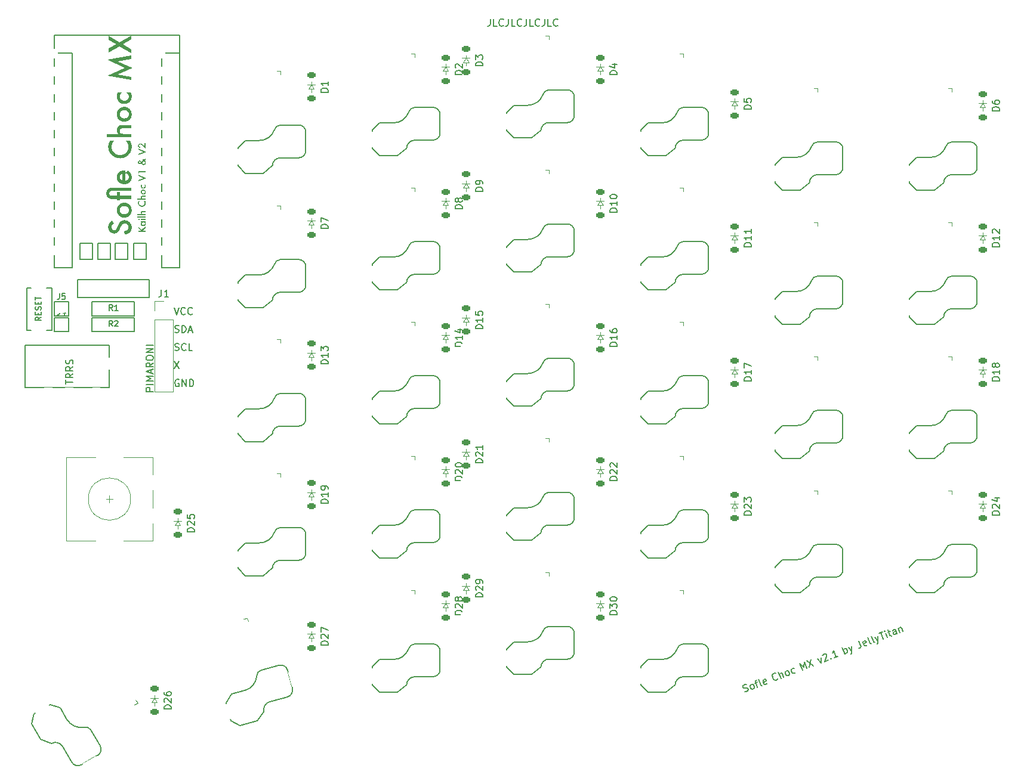
<source format=gto>
G04 #@! TF.GenerationSoftware,KiCad,Pcbnew,(7.0.0-0)*
G04 #@! TF.CreationDate,2023-03-20T18:34:57-07:00*
G04 #@! TF.ProjectId,SofleKeyboard,536f666c-654b-4657-9962-6f6172642e6b,rev?*
G04 #@! TF.SameCoordinates,Original*
G04 #@! TF.FileFunction,Legend,Top*
G04 #@! TF.FilePolarity,Positive*
%FSLAX46Y46*%
G04 Gerber Fmt 4.6, Leading zero omitted, Abs format (unit mm)*
G04 Created by KiCad (PCBNEW (7.0.0-0)) date 2023-03-20 18:34:57*
%MOMM*%
%LPD*%
G01*
G04 APERTURE LIST*
G04 Aperture macros list*
%AMRoundRect*
0 Rectangle with rounded corners*
0 $1 Rounding radius*
0 $2 $3 $4 $5 $6 $7 $8 $9 X,Y pos of 4 corners*
0 Add a 4 corners polygon primitive as box body*
4,1,4,$2,$3,$4,$5,$6,$7,$8,$9,$2,$3,0*
0 Add four circle primitives for the rounded corners*
1,1,$1+$1,$2,$3*
1,1,$1+$1,$4,$5*
1,1,$1+$1,$6,$7*
1,1,$1+$1,$8,$9*
0 Add four rect primitives between the rounded corners*
20,1,$1+$1,$2,$3,$4,$5,0*
20,1,$1+$1,$4,$5,$6,$7,0*
20,1,$1+$1,$6,$7,$8,$9,0*
20,1,$1+$1,$8,$9,$2,$3,0*%
%AMFreePoly0*
4,1,28,-0.850000,0.400000,-0.842219,0.514750,-0.797860,0.693119,-0.716195,0.857783,-0.601041,1.001041,-0.457783,1.116195,-0.293119,1.197860,-0.114750,1.242219,0.000000,1.250000,0.114750,1.242219,0.293119,1.197860,0.457783,1.116195,0.601041,1.001041,0.716195,0.857783,0.797860,0.693119,0.842219,0.514750,0.850000,0.400000,0.850000,-0.400000,0.000000,-1.250000,-0.114750,-1.242219,
-0.293119,-1.197860,-0.457783,-1.116195,-0.601041,-1.001041,-0.716195,-0.857783,-0.797860,-0.693119,-0.842219,-0.514750,-0.850000,-0.400000,-0.850000,0.400000,-0.850000,0.400000,$1*%
%AMFreePoly1*
4,1,28,-0.850000,0.400000,-0.842219,0.514750,-0.797860,0.693119,-0.716195,0.857783,-0.601041,1.001041,-0.457783,1.116195,-0.293119,1.197860,-0.114750,1.242219,0.000000,1.250000,0.850000,0.400000,0.850000,-0.400000,0.842219,-0.514750,0.797860,-0.693119,0.716195,-0.857783,0.601041,-1.001041,0.457783,-1.116195,0.293119,-1.197860,0.114750,-1.242219,0.000000,-1.250000,-0.114750,-1.242219,
-0.293119,-1.197860,-0.457783,-1.116195,-0.601041,-1.001041,-0.716195,-0.857783,-0.797860,-0.693119,-0.842219,-0.514750,-0.850000,-0.400000,-0.850000,0.400000,-0.850000,0.400000,$1*%
%AMFreePoly2*
4,1,18,-0.800000,0.908000,-0.785385,0.981475,-0.743765,1.043765,-0.681475,1.085385,-0.608000,1.100000,0.608000,1.100000,0.681475,1.085385,0.743765,1.043765,0.785385,0.981475,0.800000,0.908000,0.800000,-0.700000,0.400000,-1.100000,-0.608000,-1.100000,-0.681475,-1.085385,-0.743765,-1.043765,-0.785385,-0.981475,-0.800000,-0.908000,-0.800000,0.908000,-0.800000,0.908000,$1*%
%AMFreePoly3*
4,1,13,-0.800000,0.908000,-0.785385,0.981475,-0.743765,1.043765,-0.681475,1.085385,-0.608000,1.100000,0.800000,1.100000,0.800000,-1.100000,-0.608000,-1.100000,-0.681475,-1.085385,-0.743765,-1.043765,-0.785385,-0.981475,-0.800000,-0.908000,-0.800000,0.908000,-0.800000,0.908000,$1*%
G04 Aperture macros list end*
%ADD10C,0.250000*%
%ADD11C,0.200000*%
%ADD12C,0.400000*%
%ADD13C,0.150000*%
%ADD14C,0.100000*%
%ADD15C,0.120000*%
%ADD16C,1.397000*%
%ADD17C,1.200000*%
%ADD18C,1.524000*%
%ADD19FreePoly0,90.000000*%
%ADD20O,2.500000X1.700000*%
%ADD21FreePoly1,90.000000*%
%ADD22C,4.700000*%
%ADD23R,1.143000X0.635000*%
%ADD24C,2.000000*%
%ADD25R,1.650000X1.650000*%
%ADD26RoundRect,0.225000X-0.375000X0.225000X-0.375000X-0.225000X0.375000X-0.225000X0.375000X0.225000X0*%
%ADD27C,1.650000*%
%ADD28C,1.800000*%
%ADD29C,3.000000*%
%ADD30C,4.800000*%
%ADD31C,1.000000*%
%ADD32FreePoly2,180.000000*%
%ADD33FreePoly3,180.000000*%
%ADD34FreePoly2,120.000000*%
%ADD35FreePoly3,120.000000*%
%ADD36C,4.000000*%
%ADD37R,3.200000X2.000000*%
%ADD38FreePoly2,195.000000*%
%ADD39FreePoly3,195.000000*%
%ADD40R,1.700000X1.700000*%
%ADD41O,1.700000X1.700000*%
G04 APERTURE END LIST*
D10*
G36*
X104496060Y-66402679D02*
G01*
X104072055Y-65991862D01*
X104072055Y-65779371D01*
X104553213Y-66256377D01*
X105135000Y-65776440D01*
X105135000Y-65989908D01*
X104662145Y-66369950D01*
X104695118Y-66402679D01*
X105135000Y-66402679D01*
X105135000Y-66559971D01*
X104072055Y-66559971D01*
X104072055Y-66402679D01*
X104496060Y-66402679D01*
G37*
G36*
X105135000Y-65219322D02*
G01*
X105062459Y-65219322D01*
X105073136Y-65231255D01*
X105083125Y-65243300D01*
X105092424Y-65255458D01*
X105101034Y-65267728D01*
X105108956Y-65280111D01*
X105116189Y-65292606D01*
X105122733Y-65305215D01*
X105128588Y-65317935D01*
X105133754Y-65330768D01*
X105138232Y-65343714D01*
X105142021Y-65356773D01*
X105145120Y-65369944D01*
X105147531Y-65383227D01*
X105149253Y-65396623D01*
X105150287Y-65410132D01*
X105150631Y-65423753D01*
X105150241Y-65440787D01*
X105149070Y-65457451D01*
X105147119Y-65473745D01*
X105144388Y-65489668D01*
X105140876Y-65505222D01*
X105136583Y-65520405D01*
X105131510Y-65535218D01*
X105125657Y-65549661D01*
X105119024Y-65563733D01*
X105111609Y-65577436D01*
X105103415Y-65590768D01*
X105094440Y-65603730D01*
X105084685Y-65616322D01*
X105074149Y-65628543D01*
X105062832Y-65640395D01*
X105050736Y-65651876D01*
X105037808Y-65662701D01*
X105024487Y-65672828D01*
X105010773Y-65682256D01*
X104996666Y-65690986D01*
X104982166Y-65699017D01*
X104967273Y-65706350D01*
X104951987Y-65712985D01*
X104936308Y-65718921D01*
X104920236Y-65724159D01*
X104903770Y-65728698D01*
X104886912Y-65732539D01*
X104869660Y-65735682D01*
X104852016Y-65738126D01*
X104833978Y-65739872D01*
X104815547Y-65740920D01*
X104796723Y-65741269D01*
X104778203Y-65740920D01*
X104760071Y-65739872D01*
X104742330Y-65738126D01*
X104724977Y-65735682D01*
X104708013Y-65732539D01*
X104691439Y-65728698D01*
X104675254Y-65724159D01*
X104659459Y-65718921D01*
X104644052Y-65712985D01*
X104629035Y-65706350D01*
X104614407Y-65699017D01*
X104600169Y-65690986D01*
X104586319Y-65682256D01*
X104572859Y-65672828D01*
X104559789Y-65662701D01*
X104547107Y-65651876D01*
X104535010Y-65640497D01*
X104523694Y-65628769D01*
X104513158Y-65616691D01*
X104503403Y-65604264D01*
X104494428Y-65591488D01*
X104486233Y-65578363D01*
X104478819Y-65564889D01*
X104472185Y-65551065D01*
X104466332Y-65536892D01*
X104461259Y-65522370D01*
X104456967Y-65507499D01*
X104453455Y-65492279D01*
X104450724Y-65476709D01*
X104448773Y-65460791D01*
X104447602Y-65444523D01*
X104447212Y-65427906D01*
X104447582Y-65413467D01*
X104448692Y-65399215D01*
X104448741Y-65398841D01*
X104585942Y-65398841D01*
X104586176Y-65408660D01*
X104587408Y-65423003D01*
X104589697Y-65436881D01*
X104593041Y-65450297D01*
X104597442Y-65463248D01*
X104602899Y-65475736D01*
X104609412Y-65487760D01*
X104616981Y-65499321D01*
X104625606Y-65510418D01*
X104635288Y-65521051D01*
X104642329Y-65527882D01*
X104646025Y-65531220D01*
X104653709Y-65537609D01*
X104661619Y-65543585D01*
X104669753Y-65549149D01*
X104678113Y-65554301D01*
X104686697Y-65559041D01*
X104695507Y-65563369D01*
X104704542Y-65567284D01*
X104713803Y-65570788D01*
X104723288Y-65573879D01*
X104732999Y-65576558D01*
X104742934Y-65578825D01*
X104753095Y-65580679D01*
X104763481Y-65582122D01*
X104774093Y-65583152D01*
X104784929Y-65583771D01*
X104795990Y-65583977D01*
X104807789Y-65583776D01*
X104819308Y-65583175D01*
X104830549Y-65582174D01*
X104841511Y-65580771D01*
X104852195Y-65578968D01*
X104862600Y-65576764D01*
X104872727Y-65574159D01*
X104882575Y-65571154D01*
X104892144Y-65567748D01*
X104901435Y-65563941D01*
X104910447Y-65559734D01*
X104919180Y-65555126D01*
X104927635Y-65550117D01*
X104935812Y-65544707D01*
X104943710Y-65538897D01*
X104951329Y-65532686D01*
X104958664Y-65526015D01*
X104968779Y-65515608D01*
X104977829Y-65504720D01*
X104985815Y-65493351D01*
X104992736Y-65481502D01*
X104998592Y-65469171D01*
X105003383Y-65456360D01*
X105007110Y-65443068D01*
X105009772Y-65429295D01*
X105011369Y-65415041D01*
X105011842Y-65405271D01*
X105011901Y-65400306D01*
X105011672Y-65389749D01*
X105010985Y-65379450D01*
X105009840Y-65369408D01*
X105008237Y-65359624D01*
X105004975Y-65345431D01*
X105000681Y-65331818D01*
X104995357Y-65318784D01*
X104989003Y-65306330D01*
X104981619Y-65294455D01*
X104973204Y-65283160D01*
X104963759Y-65272445D01*
X104953283Y-65262309D01*
X104945583Y-65255950D01*
X104937628Y-65250001D01*
X104929418Y-65244463D01*
X104920951Y-65239335D01*
X104912229Y-65234617D01*
X104903251Y-65230309D01*
X104894018Y-65226412D01*
X104884528Y-65222925D01*
X104874784Y-65219848D01*
X104864783Y-65217181D01*
X104854527Y-65214925D01*
X104844015Y-65213079D01*
X104833247Y-65211643D01*
X104822224Y-65210617D01*
X104810945Y-65210002D01*
X104799410Y-65209797D01*
X104787846Y-65210002D01*
X104776539Y-65210617D01*
X104765490Y-65211643D01*
X104754698Y-65213079D01*
X104744164Y-65214925D01*
X104733888Y-65217181D01*
X104723869Y-65219848D01*
X104714108Y-65222925D01*
X104704604Y-65226412D01*
X104695359Y-65230309D01*
X104686370Y-65234617D01*
X104677640Y-65239335D01*
X104669166Y-65244463D01*
X104660951Y-65250001D01*
X104652993Y-65255950D01*
X104645293Y-65262309D01*
X104638106Y-65268996D01*
X104628194Y-65279488D01*
X104619327Y-65290534D01*
X104611502Y-65302134D01*
X104604721Y-65314288D01*
X104598983Y-65326995D01*
X104594288Y-65340257D01*
X104590636Y-65354072D01*
X104588028Y-65368441D01*
X104586869Y-65378328D01*
X104586173Y-65388461D01*
X104585942Y-65398841D01*
X104448741Y-65398841D01*
X104450543Y-65385150D01*
X104453135Y-65371272D01*
X104456466Y-65357581D01*
X104460538Y-65344077D01*
X104465350Y-65330760D01*
X104470903Y-65317630D01*
X104477196Y-65304687D01*
X104484230Y-65291931D01*
X104492003Y-65279362D01*
X104500518Y-65266980D01*
X104509772Y-65254785D01*
X104519767Y-65242777D01*
X104530502Y-65230956D01*
X104541978Y-65219322D01*
X104462843Y-65219322D01*
X104462843Y-65069113D01*
X105135000Y-65069113D01*
X105135000Y-65219322D01*
G37*
G36*
X104462843Y-64713495D02*
G01*
X105135000Y-64713495D01*
X105135000Y-64870788D01*
X104462843Y-64870788D01*
X104462843Y-64713495D01*
G37*
G36*
X104188314Y-64886419D02*
G01*
X104178232Y-64885954D01*
X104168500Y-64884557D01*
X104156829Y-64881501D01*
X104145707Y-64876991D01*
X104135134Y-64871026D01*
X104127070Y-64865206D01*
X104119357Y-64858455D01*
X104117484Y-64856622D01*
X104110500Y-64848932D01*
X104104447Y-64840883D01*
X104099326Y-64832476D01*
X104094234Y-64821462D01*
X104090596Y-64809888D01*
X104088734Y-64800225D01*
X104087803Y-64790204D01*
X104087686Y-64785058D01*
X104088152Y-64774690D01*
X104089549Y-64764710D01*
X104091876Y-64755120D01*
X104096096Y-64743679D01*
X104100519Y-64734965D01*
X104105873Y-64726639D01*
X104112159Y-64718703D01*
X104117484Y-64713007D01*
X104124960Y-64706023D01*
X104132856Y-64699970D01*
X104143316Y-64693714D01*
X104154432Y-64688913D01*
X104163797Y-64686119D01*
X104173582Y-64684257D01*
X104183787Y-64683326D01*
X104189047Y-64683209D01*
X104199469Y-64683675D01*
X104209487Y-64685071D01*
X104219100Y-64687399D01*
X104230548Y-64691619D01*
X104241364Y-64697293D01*
X104249561Y-64702880D01*
X104257354Y-64709398D01*
X104261099Y-64713007D01*
X104268082Y-64720479D01*
X104274135Y-64728364D01*
X104280391Y-64738799D01*
X104285193Y-64749878D01*
X104288539Y-64761601D01*
X104290169Y-64771443D01*
X104290867Y-64781698D01*
X104290896Y-64784326D01*
X104290434Y-64794698D01*
X104289049Y-64804689D01*
X104286740Y-64814299D01*
X104283508Y-64823527D01*
X104279352Y-64832373D01*
X104274272Y-64840837D01*
X104268269Y-64848920D01*
X104261343Y-64856622D01*
X104253684Y-64863605D01*
X104245604Y-64869658D01*
X104237106Y-64874779D01*
X104228187Y-64878970D01*
X104218848Y-64882229D01*
X104209090Y-64884557D01*
X104198912Y-64885954D01*
X104188314Y-64886419D01*
G37*
G36*
X103978265Y-64365693D02*
G01*
X105135000Y-64365693D01*
X105135000Y-64522986D01*
X103978265Y-64522986D01*
X103978265Y-64365693D01*
G37*
G36*
X103978265Y-64175184D02*
G01*
X103978265Y-64017892D01*
X104520973Y-64017892D01*
X104512041Y-64007507D01*
X104503685Y-63996990D01*
X104495906Y-63986341D01*
X104488702Y-63975561D01*
X104482075Y-63964650D01*
X104476025Y-63953606D01*
X104470550Y-63942431D01*
X104465652Y-63931124D01*
X104461330Y-63919686D01*
X104457584Y-63908116D01*
X104454415Y-63896414D01*
X104451822Y-63884581D01*
X104449805Y-63872616D01*
X104448364Y-63860519D01*
X104447500Y-63848291D01*
X104447212Y-63835931D01*
X104447499Y-63821912D01*
X104448360Y-63808251D01*
X104449796Y-63794947D01*
X104451806Y-63781999D01*
X104454391Y-63769408D01*
X104457550Y-63757174D01*
X104461283Y-63745297D01*
X104465591Y-63733776D01*
X104470473Y-63722613D01*
X104475929Y-63711806D01*
X104481960Y-63701356D01*
X104488565Y-63691263D01*
X104495744Y-63681526D01*
X104503498Y-63672147D01*
X104511826Y-63663124D01*
X104520729Y-63654458D01*
X104529025Y-63647478D01*
X104537917Y-63640949D01*
X104547405Y-63634869D01*
X104557487Y-63629240D01*
X104568165Y-63624061D01*
X104579439Y-63619333D01*
X104591307Y-63615055D01*
X104603771Y-63611227D01*
X104616831Y-63607850D01*
X104630485Y-63604923D01*
X104644735Y-63602446D01*
X104659581Y-63600420D01*
X104675022Y-63598843D01*
X104691058Y-63597718D01*
X104707689Y-63597042D01*
X104724916Y-63596817D01*
X105135000Y-63596817D01*
X105135000Y-63754109D01*
X104738838Y-63754109D01*
X104728936Y-63754220D01*
X104714735Y-63754801D01*
X104701316Y-63755880D01*
X104688678Y-63757457D01*
X104676821Y-63759532D01*
X104665746Y-63762105D01*
X104655452Y-63765177D01*
X104645939Y-63768746D01*
X104634471Y-63774279D01*
X104624392Y-63780698D01*
X104622090Y-63782442D01*
X104613617Y-63790002D01*
X104606275Y-63798638D01*
X104600062Y-63808350D01*
X104594979Y-63819139D01*
X104591025Y-63831004D01*
X104588801Y-63840609D01*
X104587212Y-63850819D01*
X104586259Y-63861635D01*
X104585942Y-63873056D01*
X104586138Y-63882884D01*
X104587170Y-63896934D01*
X104589086Y-63910150D01*
X104591887Y-63922533D01*
X104595572Y-63934084D01*
X104600142Y-63944801D01*
X104605595Y-63954686D01*
X104611934Y-63963738D01*
X104619157Y-63971957D01*
X104627264Y-63979343D01*
X104636256Y-63985896D01*
X104646464Y-63991614D01*
X104657948Y-63996769D01*
X104670707Y-64001363D01*
X104684742Y-64005393D01*
X104694806Y-64007768D01*
X104705437Y-64009893D01*
X104716635Y-64011767D01*
X104728400Y-64013392D01*
X104740731Y-64014767D01*
X104753630Y-64015892D01*
X104767094Y-64016767D01*
X104781126Y-64017392D01*
X104795724Y-64017767D01*
X104810889Y-64017892D01*
X105135000Y-64017892D01*
X105135000Y-64175184D01*
X103978265Y-64175184D01*
G37*
G36*
X104121147Y-62155784D02*
G01*
X104312878Y-62155784D01*
X104305755Y-62164510D01*
X104298859Y-62173255D01*
X104292189Y-62182019D01*
X104285744Y-62190802D01*
X104279526Y-62199605D01*
X104273534Y-62208426D01*
X104267768Y-62217267D01*
X104262228Y-62226126D01*
X104256915Y-62235005D01*
X104251827Y-62243902D01*
X104246965Y-62252819D01*
X104242330Y-62261755D01*
X104237921Y-62270710D01*
X104233738Y-62279684D01*
X104229781Y-62288677D01*
X104222545Y-62306720D01*
X104216214Y-62324840D01*
X104210787Y-62343036D01*
X104206265Y-62361309D01*
X104202647Y-62379658D01*
X104199933Y-62398083D01*
X104198124Y-62416584D01*
X104197220Y-62435162D01*
X104197107Y-62444479D01*
X104197221Y-62454702D01*
X104197564Y-62464824D01*
X104198135Y-62474844D01*
X104198935Y-62484764D01*
X104199963Y-62494582D01*
X104201220Y-62504300D01*
X104204419Y-62523431D01*
X104208532Y-62542157D01*
X104213559Y-62560479D01*
X104219500Y-62578397D01*
X104226355Y-62595910D01*
X104234124Y-62613018D01*
X104242807Y-62629722D01*
X104252404Y-62646022D01*
X104262915Y-62661916D01*
X104274340Y-62677407D01*
X104286679Y-62692493D01*
X104293191Y-62699884D01*
X104299932Y-62707174D01*
X104306902Y-62714363D01*
X104314099Y-62721451D01*
X104321446Y-62728423D01*
X104328894Y-62735174D01*
X104336443Y-62741704D01*
X104344092Y-62748012D01*
X104351841Y-62754099D01*
X104359692Y-62759965D01*
X104375694Y-62771032D01*
X104392100Y-62781214D01*
X104408907Y-62790510D01*
X104426118Y-62798921D01*
X104443731Y-62806447D01*
X104461747Y-62813087D01*
X104480165Y-62818842D01*
X104498986Y-62823712D01*
X104508548Y-62825815D01*
X104518210Y-62827696D01*
X104527973Y-62829356D01*
X104537836Y-62830795D01*
X104547800Y-62832012D01*
X104557865Y-62833008D01*
X104568031Y-62833783D01*
X104578297Y-62834337D01*
X104588663Y-62834669D01*
X104599131Y-62834779D01*
X104609476Y-62834669D01*
X104619720Y-62834337D01*
X104629862Y-62833783D01*
X104639904Y-62833008D01*
X104649844Y-62832012D01*
X104659684Y-62830795D01*
X104669422Y-62829356D01*
X104679059Y-62827696D01*
X104698030Y-62823712D01*
X104716596Y-62818842D01*
X104734758Y-62813087D01*
X104752515Y-62806447D01*
X104769868Y-62798921D01*
X104786816Y-62790510D01*
X104803360Y-62781214D01*
X104819499Y-62771032D01*
X104835233Y-62759965D01*
X104850563Y-62748012D01*
X104858077Y-62741704D01*
X104865489Y-62735174D01*
X104872800Y-62728423D01*
X104880010Y-62721451D01*
X104887042Y-62714318D01*
X104893852Y-62707085D01*
X104900438Y-62699753D01*
X104906800Y-62692321D01*
X104918856Y-62677158D01*
X104930019Y-62661596D01*
X104940288Y-62645635D01*
X104949665Y-62629276D01*
X104958149Y-62612517D01*
X104965739Y-62595360D01*
X104972437Y-62577804D01*
X104978241Y-62559850D01*
X104983153Y-62541496D01*
X104987172Y-62522744D01*
X104990297Y-62503593D01*
X104991525Y-62493868D01*
X104992530Y-62484043D01*
X104993311Y-62474118D01*
X104993869Y-62464094D01*
X104994204Y-62453970D01*
X104994316Y-62443746D01*
X104994208Y-62433251D01*
X104993884Y-62422951D01*
X104993345Y-62412849D01*
X104992591Y-62402943D01*
X104991054Y-62388452D01*
X104989033Y-62374403D01*
X104986526Y-62360797D01*
X104983535Y-62347633D01*
X104980058Y-62334911D01*
X104976096Y-62322632D01*
X104971649Y-62310794D01*
X104966716Y-62299399D01*
X104962209Y-62289029D01*
X104957237Y-62278529D01*
X104951800Y-62267897D01*
X104947116Y-62259297D01*
X104942134Y-62250613D01*
X104936854Y-62241845D01*
X104931276Y-62232993D01*
X104929836Y-62230767D01*
X104923882Y-62221795D01*
X104917623Y-62212708D01*
X104911059Y-62203507D01*
X104904190Y-62194191D01*
X104897015Y-62184761D01*
X104889535Y-62175217D01*
X104881750Y-62165558D01*
X104873660Y-62155784D01*
X105069542Y-62155784D01*
X105074531Y-62164377D01*
X105079362Y-62172996D01*
X105084034Y-62181641D01*
X105088548Y-62190314D01*
X105097100Y-62207739D01*
X105105019Y-62225271D01*
X105112304Y-62242910D01*
X105118956Y-62260656D01*
X105124974Y-62278509D01*
X105130359Y-62296468D01*
X105135110Y-62314534D01*
X105139228Y-62332708D01*
X105142712Y-62350988D01*
X105145563Y-62369375D01*
X105147780Y-62387868D01*
X105149364Y-62406469D01*
X105150314Y-62425176D01*
X105150631Y-62443991D01*
X105150475Y-62458137D01*
X105150006Y-62472154D01*
X105149225Y-62486040D01*
X105148131Y-62499796D01*
X105146725Y-62513422D01*
X105145007Y-62526918D01*
X105142976Y-62540283D01*
X105140632Y-62553518D01*
X105137976Y-62566623D01*
X105135008Y-62579598D01*
X105131727Y-62592442D01*
X105128134Y-62605157D01*
X105124228Y-62617741D01*
X105120010Y-62630194D01*
X105115479Y-62642518D01*
X105110636Y-62654711D01*
X105105481Y-62666774D01*
X105100013Y-62678707D01*
X105094232Y-62690510D01*
X105088139Y-62702182D01*
X105081734Y-62713724D01*
X105075016Y-62725136D01*
X105067986Y-62736418D01*
X105060643Y-62747569D01*
X105052988Y-62758591D01*
X105045020Y-62769482D01*
X105036740Y-62780242D01*
X105028147Y-62790873D01*
X105019242Y-62801373D01*
X105010024Y-62811743D01*
X105000494Y-62821983D01*
X104990652Y-62832093D01*
X104980497Y-62841935D01*
X104970211Y-62851465D01*
X104959795Y-62860683D01*
X104949249Y-62869588D01*
X104938573Y-62878180D01*
X104927766Y-62886460D01*
X104916829Y-62894428D01*
X104905762Y-62902083D01*
X104894565Y-62909426D01*
X104883238Y-62916457D01*
X104871780Y-62923174D01*
X104860192Y-62929580D01*
X104848474Y-62935673D01*
X104836625Y-62941453D01*
X104824647Y-62946921D01*
X104812538Y-62952077D01*
X104800299Y-62956920D01*
X104787929Y-62961451D01*
X104775430Y-62965669D01*
X104762800Y-62969575D01*
X104750040Y-62973168D01*
X104737150Y-62976449D01*
X104724129Y-62979417D01*
X104710979Y-62982073D01*
X104697698Y-62984416D01*
X104684287Y-62986447D01*
X104670745Y-62988166D01*
X104657073Y-62989572D01*
X104643272Y-62990666D01*
X104629340Y-62991447D01*
X104615277Y-62991915D01*
X104601085Y-62992072D01*
X104588351Y-62991941D01*
X104575705Y-62991549D01*
X104563147Y-62990895D01*
X104550675Y-62989980D01*
X104538291Y-62988804D01*
X104525994Y-62987366D01*
X104513785Y-62985667D01*
X104501663Y-62983706D01*
X104489628Y-62981484D01*
X104477680Y-62979001D01*
X104465820Y-62976256D01*
X104454047Y-62973250D01*
X104442361Y-62969982D01*
X104430762Y-62966453D01*
X104419251Y-62962662D01*
X104407827Y-62958610D01*
X104396491Y-62954297D01*
X104385242Y-62949722D01*
X104374080Y-62944886D01*
X104363005Y-62939788D01*
X104352018Y-62934429D01*
X104341118Y-62928809D01*
X104330305Y-62922927D01*
X104319579Y-62916784D01*
X104308941Y-62910379D01*
X104298390Y-62903713D01*
X104287927Y-62896785D01*
X104277551Y-62889597D01*
X104267262Y-62882146D01*
X104257060Y-62874434D01*
X104246946Y-62866461D01*
X104236919Y-62858227D01*
X104224852Y-62847828D01*
X104213169Y-62837241D01*
X104201869Y-62826465D01*
X104190951Y-62815499D01*
X104180417Y-62804345D01*
X104170266Y-62793002D01*
X104160498Y-62781470D01*
X104151113Y-62769750D01*
X104142111Y-62757840D01*
X104133492Y-62745741D01*
X104125256Y-62733454D01*
X104117404Y-62720977D01*
X104109934Y-62708312D01*
X104102847Y-62695458D01*
X104096144Y-62682415D01*
X104089823Y-62669183D01*
X104083886Y-62655762D01*
X104078331Y-62642152D01*
X104073160Y-62628353D01*
X104068372Y-62614365D01*
X104063967Y-62600189D01*
X104059945Y-62585823D01*
X104056305Y-62571269D01*
X104053049Y-62556526D01*
X104050177Y-62541593D01*
X104047687Y-62526472D01*
X104045580Y-62511162D01*
X104043856Y-62495663D01*
X104042515Y-62479975D01*
X104041558Y-62464099D01*
X104040983Y-62448033D01*
X104040792Y-62431779D01*
X104041105Y-62413956D01*
X104042047Y-62396211D01*
X104043617Y-62378541D01*
X104045814Y-62360948D01*
X104048639Y-62343431D01*
X104052092Y-62325991D01*
X104056172Y-62308627D01*
X104060881Y-62291339D01*
X104066217Y-62274127D01*
X104072181Y-62256992D01*
X104078772Y-62239933D01*
X104085992Y-62222951D01*
X104093839Y-62206045D01*
X104102314Y-62189215D01*
X104111417Y-62172461D01*
X104121147Y-62155784D01*
G37*
G36*
X103978265Y-61995561D02*
G01*
X103978265Y-61838268D01*
X104520973Y-61838268D01*
X104512041Y-61827883D01*
X104503685Y-61817367D01*
X104495906Y-61806718D01*
X104488702Y-61795938D01*
X104482075Y-61785026D01*
X104476025Y-61773983D01*
X104470550Y-61762808D01*
X104465652Y-61751501D01*
X104461330Y-61740063D01*
X104457584Y-61728493D01*
X104454415Y-61716791D01*
X104451822Y-61704958D01*
X104449805Y-61692993D01*
X104448364Y-61680896D01*
X104447500Y-61668668D01*
X104447212Y-61656308D01*
X104447499Y-61642289D01*
X104448360Y-61628628D01*
X104449796Y-61615323D01*
X104451806Y-61602376D01*
X104454391Y-61589785D01*
X104457550Y-61577551D01*
X104461283Y-61565673D01*
X104465591Y-61554153D01*
X104470473Y-61542989D01*
X104475929Y-61532183D01*
X104481960Y-61521733D01*
X104488565Y-61511639D01*
X104495744Y-61501903D01*
X104503498Y-61492524D01*
X104511826Y-61483501D01*
X104520729Y-61474835D01*
X104529025Y-61467855D01*
X104537917Y-61461325D01*
X104547405Y-61455246D01*
X104557487Y-61449617D01*
X104568165Y-61444438D01*
X104579439Y-61439710D01*
X104591307Y-61435432D01*
X104603771Y-61431604D01*
X104616831Y-61428227D01*
X104630485Y-61425300D01*
X104644735Y-61422823D01*
X104659581Y-61420796D01*
X104675022Y-61419220D01*
X104691058Y-61418094D01*
X104707689Y-61417419D01*
X104724916Y-61417194D01*
X105135000Y-61417194D01*
X105135000Y-61574486D01*
X104738838Y-61574486D01*
X104728936Y-61574597D01*
X104714735Y-61575178D01*
X104701316Y-61576257D01*
X104688678Y-61577834D01*
X104676821Y-61579909D01*
X104665746Y-61582482D01*
X104655452Y-61585553D01*
X104645939Y-61589123D01*
X104634471Y-61594656D01*
X104624392Y-61601075D01*
X104622090Y-61602818D01*
X104613617Y-61610378D01*
X104606275Y-61619015D01*
X104600062Y-61628727D01*
X104594979Y-61639516D01*
X104591025Y-61651381D01*
X104588801Y-61660986D01*
X104587212Y-61671196D01*
X104586259Y-61682011D01*
X104585942Y-61693432D01*
X104586138Y-61703261D01*
X104587170Y-61717311D01*
X104589086Y-61730527D01*
X104591887Y-61742910D01*
X104595572Y-61754461D01*
X104600142Y-61765178D01*
X104605595Y-61775063D01*
X104611934Y-61784115D01*
X104619157Y-61792334D01*
X104627264Y-61799720D01*
X104636256Y-61806273D01*
X104646464Y-61811991D01*
X104657948Y-61817146D01*
X104670707Y-61821739D01*
X104684742Y-61825770D01*
X104694806Y-61828145D01*
X104705437Y-61830269D01*
X104716635Y-61832144D01*
X104728400Y-61833769D01*
X104740731Y-61835144D01*
X104753630Y-61836269D01*
X104767094Y-61837144D01*
X104781126Y-61837769D01*
X104795724Y-61838143D01*
X104810889Y-61838268D01*
X105135000Y-61838268D01*
X105135000Y-61995561D01*
X103978265Y-61995561D01*
G37*
G36*
X104817905Y-60555906D02*
G01*
X104836023Y-60557108D01*
X104853763Y-60559111D01*
X104871126Y-60561916D01*
X104888110Y-60565523D01*
X104904717Y-60569931D01*
X104920945Y-60575140D01*
X104936796Y-60581151D01*
X104952270Y-60587963D01*
X104967365Y-60595576D01*
X104982082Y-60603991D01*
X104996422Y-60613207D01*
X105010384Y-60623225D01*
X105023968Y-60634044D01*
X105037175Y-60645665D01*
X105050003Y-60658087D01*
X105062188Y-60671124D01*
X105073588Y-60684530D01*
X105084201Y-60698304D01*
X105094028Y-60712446D01*
X105103069Y-60726957D01*
X105111323Y-60741836D01*
X105118792Y-60757083D01*
X105125474Y-60772698D01*
X105131370Y-60788682D01*
X105136480Y-60805033D01*
X105140804Y-60821754D01*
X105144342Y-60838842D01*
X105147093Y-60856299D01*
X105149059Y-60874124D01*
X105150238Y-60892317D01*
X105150631Y-60910878D01*
X105150230Y-60929252D01*
X105149028Y-60947248D01*
X105147025Y-60964866D01*
X105144220Y-60982106D01*
X105140613Y-60998968D01*
X105136205Y-61015452D01*
X105130996Y-61031559D01*
X105124986Y-61047288D01*
X105118173Y-61062639D01*
X105110560Y-61077612D01*
X105102145Y-61092208D01*
X105092929Y-61106425D01*
X105082911Y-61120265D01*
X105072092Y-61133727D01*
X105060471Y-61146811D01*
X105048049Y-61159518D01*
X105035206Y-61171673D01*
X105021957Y-61183045D01*
X105008301Y-61193632D01*
X104994239Y-61203435D01*
X104979771Y-61212454D01*
X104964896Y-61220689D01*
X104949614Y-61228139D01*
X104933927Y-61234805D01*
X104917832Y-61240687D01*
X104901332Y-61245785D01*
X104884424Y-61250098D01*
X104867111Y-61253627D01*
X104849391Y-61256372D01*
X104831264Y-61258333D01*
X104812732Y-61259509D01*
X104793792Y-61259901D01*
X104775947Y-61259502D01*
X104758438Y-61258302D01*
X104741265Y-61256304D01*
X104724427Y-61253505D01*
X104707926Y-61249907D01*
X104691760Y-61245510D01*
X104675930Y-61240313D01*
X104660436Y-61234317D01*
X104645277Y-61227521D01*
X104630455Y-61219926D01*
X104615968Y-61211531D01*
X104601817Y-61202336D01*
X104588002Y-61192342D01*
X104574523Y-61181549D01*
X104561380Y-61169956D01*
X104548572Y-61157564D01*
X104536298Y-61144597D01*
X104524816Y-61131281D01*
X104514126Y-61117616D01*
X104504227Y-61103601D01*
X104495120Y-61089238D01*
X104486806Y-61074525D01*
X104479283Y-61059463D01*
X104472552Y-61044052D01*
X104466613Y-61028291D01*
X104461466Y-61012182D01*
X104457110Y-60995723D01*
X104453547Y-60978915D01*
X104450775Y-60961758D01*
X104448795Y-60944252D01*
X104447608Y-60926396D01*
X104447212Y-60908192D01*
X104447217Y-60907947D01*
X104585942Y-60907947D01*
X104586171Y-60918687D01*
X104586857Y-60929170D01*
X104588002Y-60939395D01*
X104589605Y-60949362D01*
X104591666Y-60959071D01*
X104594185Y-60968523D01*
X104598822Y-60982218D01*
X104604489Y-60995334D01*
X104611186Y-61007870D01*
X104618914Y-61019826D01*
X104627673Y-61031203D01*
X104637462Y-61042000D01*
X104644560Y-61048876D01*
X104652021Y-61055382D01*
X104659749Y-61061469D01*
X104667744Y-61067137D01*
X104676006Y-61072384D01*
X104684536Y-61077212D01*
X104693332Y-61081619D01*
X104702396Y-61085607D01*
X104711727Y-61089176D01*
X104721325Y-61092324D01*
X104731190Y-61095053D01*
X104741322Y-61097362D01*
X104751721Y-61099251D01*
X104762388Y-61100720D01*
X104773322Y-61101769D01*
X104784522Y-61102399D01*
X104795990Y-61102609D01*
X104808254Y-61102403D01*
X104820193Y-61101785D01*
X104831808Y-61100754D01*
X104843099Y-61099312D01*
X104854065Y-61097457D01*
X104864707Y-61095190D01*
X104875024Y-61092511D01*
X104885017Y-61089420D01*
X104894686Y-61085917D01*
X104904030Y-61082001D01*
X104913050Y-61077673D01*
X104921745Y-61072933D01*
X104930116Y-61067781D01*
X104938163Y-61062217D01*
X104949624Y-61053098D01*
X104953283Y-61049853D01*
X104960381Y-61043001D01*
X104970170Y-61032220D01*
X104978928Y-61020833D01*
X104986656Y-61008841D01*
X104993354Y-60996244D01*
X104999021Y-60983041D01*
X105003658Y-60969233D01*
X105006177Y-60959692D01*
X105008237Y-60949881D01*
X105009840Y-60939801D01*
X105010985Y-60929452D01*
X105011672Y-60918834D01*
X105011901Y-60907947D01*
X105011675Y-60896975D01*
X105010997Y-60886282D01*
X105009866Y-60875871D01*
X105008283Y-60865739D01*
X105006248Y-60855888D01*
X105003761Y-60846318D01*
X104999182Y-60832489D01*
X104993586Y-60819290D01*
X104986972Y-60806723D01*
X104979340Y-60794787D01*
X104970692Y-60783482D01*
X104961025Y-60772808D01*
X104954016Y-60766042D01*
X104946628Y-60759595D01*
X104938937Y-60753563D01*
X104926832Y-60745296D01*
X104918383Y-60740304D01*
X104909630Y-60735728D01*
X104900574Y-60731568D01*
X104891215Y-60727825D01*
X104881552Y-60724497D01*
X104871586Y-60721585D01*
X104861316Y-60719089D01*
X104850743Y-60717009D01*
X104839867Y-60715345D01*
X104828687Y-60714097D01*
X104817204Y-60713265D01*
X104805417Y-60712849D01*
X104799410Y-60712797D01*
X104787442Y-60713005D01*
X104775779Y-60713629D01*
X104764422Y-60714669D01*
X104753370Y-60716125D01*
X104742623Y-60717997D01*
X104732182Y-60720285D01*
X104722046Y-60722989D01*
X104712215Y-60726109D01*
X104702690Y-60729644D01*
X104693469Y-60733596D01*
X104684555Y-60737964D01*
X104675945Y-60742748D01*
X104667641Y-60747947D01*
X104659642Y-60753563D01*
X104651948Y-60759595D01*
X104644560Y-60766042D01*
X104637462Y-60772894D01*
X104627673Y-60783675D01*
X104618914Y-60795061D01*
X104611186Y-60807053D01*
X104604489Y-60819651D01*
X104598822Y-60832853D01*
X104594185Y-60846662D01*
X104591666Y-60856203D01*
X104589605Y-60866014D01*
X104588002Y-60876094D01*
X104586857Y-60886443D01*
X104586171Y-60897061D01*
X104585942Y-60907947D01*
X104447217Y-60907947D01*
X104447609Y-60889895D01*
X104448803Y-60871948D01*
X104450792Y-60854350D01*
X104453577Y-60837102D01*
X104457158Y-60820202D01*
X104461534Y-60803652D01*
X104466706Y-60787451D01*
X104472674Y-60771599D01*
X104479437Y-60756096D01*
X104486997Y-60740943D01*
X104495351Y-60726138D01*
X104504502Y-60711683D01*
X104514448Y-60697577D01*
X104525190Y-60683820D01*
X104536728Y-60670413D01*
X104549061Y-60657354D01*
X104562003Y-60645021D01*
X104575306Y-60633483D01*
X104588969Y-60622741D01*
X104602993Y-60612795D01*
X104617377Y-60603645D01*
X104632123Y-60595290D01*
X104647228Y-60587731D01*
X104662695Y-60580967D01*
X104678522Y-60575000D01*
X104694710Y-60569828D01*
X104711258Y-60565451D01*
X104728167Y-60561871D01*
X104745437Y-60559086D01*
X104763067Y-60557096D01*
X104781058Y-60555903D01*
X104799410Y-60555505D01*
X104817905Y-60555906D01*
G37*
G36*
X104494351Y-59871625D02*
G01*
X104698293Y-59871625D01*
X104690452Y-59878144D01*
X104682925Y-59884574D01*
X104672225Y-59894050D01*
X104662234Y-59903324D01*
X104652951Y-59912397D01*
X104644377Y-59921267D01*
X104636511Y-59929936D01*
X104629353Y-59938404D01*
X104622904Y-59946669D01*
X104617163Y-59954732D01*
X104610610Y-59965170D01*
X104604828Y-59975592D01*
X104599818Y-59986465D01*
X104595578Y-59997788D01*
X104592109Y-60009561D01*
X104589411Y-60021785D01*
X104587483Y-60034459D01*
X104586544Y-60044260D01*
X104586038Y-60054314D01*
X104585942Y-60061157D01*
X104586179Y-60071792D01*
X104586892Y-60082201D01*
X104588080Y-60092384D01*
X104589743Y-60102343D01*
X104591881Y-60112076D01*
X104594494Y-60121585D01*
X104597582Y-60130868D01*
X104603106Y-60144370D01*
X104609698Y-60157366D01*
X104617359Y-60169856D01*
X104623061Y-60177900D01*
X104629238Y-60185720D01*
X104635889Y-60193314D01*
X104643016Y-60200684D01*
X104646758Y-60204284D01*
X104654450Y-60211205D01*
X104662382Y-60217679D01*
X104670555Y-60223707D01*
X104678968Y-60229288D01*
X104687621Y-60234423D01*
X104696515Y-60239111D01*
X104705649Y-60243353D01*
X104715024Y-60247148D01*
X104724639Y-60250497D01*
X104734495Y-60253400D01*
X104744591Y-60255855D01*
X104754927Y-60257865D01*
X104765504Y-60259427D01*
X104776321Y-60260544D01*
X104787379Y-60261213D01*
X104798677Y-60261437D01*
X104810210Y-60261222D01*
X104821483Y-60260578D01*
X104832497Y-60259505D01*
X104843251Y-60258002D01*
X104853746Y-60256070D01*
X104863982Y-60253709D01*
X104873957Y-60250918D01*
X104883674Y-60247698D01*
X104893130Y-60244049D01*
X104902328Y-60239970D01*
X104911265Y-60235462D01*
X104919944Y-60230525D01*
X104928362Y-60225158D01*
X104936522Y-60219362D01*
X104944421Y-60213137D01*
X104952062Y-60206482D01*
X104959308Y-60199373D01*
X104966086Y-60192030D01*
X104972398Y-60184451D01*
X104980988Y-60172644D01*
X104988526Y-60160309D01*
X104995013Y-60147445D01*
X105000447Y-60134053D01*
X105004830Y-60120134D01*
X105007168Y-60110561D01*
X105009038Y-60100753D01*
X105010440Y-60090710D01*
X105011375Y-60080433D01*
X105011843Y-60069921D01*
X105011901Y-60064577D01*
X105011693Y-60054343D01*
X105011068Y-60044341D01*
X105010027Y-60034571D01*
X105007991Y-60021905D01*
X105005215Y-60009650D01*
X105001698Y-59997808D01*
X104997441Y-59986379D01*
X104992443Y-59975361D01*
X104988210Y-59967368D01*
X104981672Y-59956950D01*
X104975883Y-59948845D01*
X104969333Y-59940492D01*
X104962024Y-59931890D01*
X104953954Y-59923038D01*
X104945125Y-59913938D01*
X104935536Y-59904588D01*
X104925187Y-59894990D01*
X104917865Y-59888453D01*
X104910206Y-59881805D01*
X104902209Y-59875046D01*
X104898084Y-59871625D01*
X105101538Y-59871625D01*
X105107483Y-59883259D01*
X105113044Y-59894897D01*
X105118222Y-59906538D01*
X105123016Y-59918184D01*
X105127427Y-59929833D01*
X105131454Y-59941486D01*
X105135098Y-59953143D01*
X105138358Y-59964804D01*
X105141234Y-59976468D01*
X105143727Y-59988137D01*
X105145837Y-59999809D01*
X105147563Y-60011485D01*
X105148905Y-60023164D01*
X105149864Y-60034848D01*
X105150439Y-60046535D01*
X105150631Y-60058227D01*
X105150241Y-60077235D01*
X105149070Y-60095851D01*
X105147119Y-60114077D01*
X105144388Y-60131912D01*
X105140876Y-60149355D01*
X105136583Y-60166407D01*
X105131510Y-60183068D01*
X105125657Y-60199338D01*
X105119024Y-60215217D01*
X105111609Y-60230704D01*
X105103415Y-60245800D01*
X105094440Y-60260505D01*
X105084685Y-60274819D01*
X105074149Y-60288742D01*
X105062832Y-60302274D01*
X105050736Y-60315414D01*
X105037997Y-60327925D01*
X105024877Y-60339629D01*
X105011374Y-60350525D01*
X104997491Y-60360614D01*
X104983225Y-60369897D01*
X104968579Y-60378372D01*
X104953550Y-60386040D01*
X104938140Y-60392900D01*
X104922348Y-60398954D01*
X104906174Y-60404200D01*
X104889619Y-60408640D01*
X104872683Y-60412272D01*
X104855364Y-60415097D01*
X104837664Y-60417115D01*
X104819583Y-60418325D01*
X104801120Y-60418729D01*
X104782707Y-60418320D01*
X104764655Y-60417092D01*
X104746963Y-60415045D01*
X104729633Y-60412180D01*
X104712663Y-60408497D01*
X104696053Y-60403994D01*
X104679804Y-60398673D01*
X104663916Y-60392534D01*
X104648389Y-60385576D01*
X104633222Y-60377799D01*
X104618415Y-60369204D01*
X104603970Y-60359790D01*
X104589885Y-60349558D01*
X104576160Y-60338507D01*
X104562797Y-60326637D01*
X104549794Y-60313949D01*
X104537372Y-60300665D01*
X104525751Y-60287010D01*
X104514932Y-60272982D01*
X104504914Y-60258582D01*
X104495698Y-60243810D01*
X104487283Y-60228666D01*
X104479669Y-60213150D01*
X104472857Y-60197262D01*
X104466846Y-60181002D01*
X104461637Y-60164369D01*
X104457229Y-60147365D01*
X104453623Y-60129988D01*
X104450818Y-60112240D01*
X104448814Y-60094119D01*
X104447612Y-60075626D01*
X104447212Y-60056761D01*
X104447396Y-60044532D01*
X104447948Y-60032390D01*
X104448869Y-60020336D01*
X104450158Y-60008370D01*
X104451815Y-59996492D01*
X104453841Y-59984702D01*
X104456234Y-59972999D01*
X104458996Y-59961384D01*
X104462127Y-59949857D01*
X104465625Y-59938418D01*
X104469492Y-59927066D01*
X104473727Y-59915802D01*
X104478331Y-59904626D01*
X104483302Y-59893538D01*
X104488642Y-59882538D01*
X104494351Y-59871625D01*
G37*
G36*
X104072055Y-59202400D02*
G01*
X104807226Y-58910529D01*
X104072055Y-58614507D01*
X104072055Y-58440118D01*
X105212424Y-58913949D01*
X104072055Y-59376789D01*
X104072055Y-59202400D01*
G37*
G36*
X104228370Y-58060320D02*
G01*
X104228370Y-58242769D01*
X104072055Y-58155331D01*
X104072055Y-57903028D01*
X105142815Y-57903028D01*
X105142815Y-58060320D01*
X104228370Y-58060320D01*
G37*
G36*
X105130847Y-56314961D02*
G01*
X105005551Y-56420229D01*
X105014477Y-56429385D01*
X105023119Y-56438564D01*
X105031478Y-56447766D01*
X105039554Y-56456992D01*
X105047346Y-56466241D01*
X105054855Y-56475513D01*
X105062081Y-56484809D01*
X105069023Y-56494128D01*
X105075682Y-56503471D01*
X105082058Y-56512837D01*
X105088150Y-56522226D01*
X105093959Y-56531638D01*
X105099485Y-56541074D01*
X105104727Y-56550534D01*
X105109686Y-56560017D01*
X105114361Y-56569523D01*
X105118753Y-56579052D01*
X105122862Y-56588605D01*
X105126687Y-56598182D01*
X105130229Y-56607781D01*
X105133488Y-56617404D01*
X105136463Y-56627051D01*
X105139155Y-56636720D01*
X105141564Y-56646414D01*
X105143689Y-56656130D01*
X105145531Y-56665870D01*
X105147089Y-56675633D01*
X105148364Y-56685420D01*
X105149356Y-56695230D01*
X105150064Y-56705063D01*
X105150489Y-56714920D01*
X105150631Y-56724800D01*
X105150277Y-56742340D01*
X105149215Y-56759544D01*
X105147445Y-56776412D01*
X105144968Y-56792944D01*
X105141782Y-56809140D01*
X105137888Y-56825001D01*
X105133287Y-56840526D01*
X105127978Y-56855714D01*
X105121960Y-56870567D01*
X105115235Y-56885085D01*
X105107802Y-56899266D01*
X105099661Y-56913111D01*
X105090812Y-56926621D01*
X105081255Y-56939795D01*
X105070990Y-56952633D01*
X105060017Y-56965135D01*
X105048430Y-56976847D01*
X105036505Y-56987804D01*
X105024242Y-56998005D01*
X105011642Y-57007450D01*
X104998703Y-57016140D01*
X104985427Y-57024074D01*
X104971814Y-57031252D01*
X104957862Y-57037675D01*
X104943573Y-57043342D01*
X104928946Y-57048254D01*
X104913982Y-57052410D01*
X104898679Y-57055810D01*
X104883039Y-57058455D01*
X104867061Y-57060344D01*
X104850746Y-57061478D01*
X104834092Y-57061855D01*
X104824132Y-57061713D01*
X104814277Y-57061285D01*
X104804529Y-57060572D01*
X104785352Y-57058289D01*
X104766601Y-57054866D01*
X104748275Y-57050302D01*
X104730375Y-57044597D01*
X104712900Y-57037750D01*
X104695851Y-57029763D01*
X104679227Y-57020634D01*
X104663029Y-57010364D01*
X104647256Y-56998954D01*
X104639529Y-56992820D01*
X104631909Y-56986402D01*
X104624395Y-56979698D01*
X104616987Y-56972709D01*
X104609686Y-56965435D01*
X104602491Y-56957875D01*
X104595402Y-56950030D01*
X104588420Y-56941900D01*
X104581544Y-56933485D01*
X104574775Y-56924784D01*
X104568112Y-56915798D01*
X104520240Y-56846677D01*
X104516821Y-56841793D01*
X104510484Y-56834110D01*
X104509005Y-56832267D01*
X104494885Y-56844926D01*
X104480795Y-56856768D01*
X104466736Y-56867793D01*
X104452707Y-56878002D01*
X104438709Y-56887393D01*
X104424741Y-56895969D01*
X104410804Y-56903727D01*
X104396898Y-56910669D01*
X104383022Y-56916794D01*
X104369176Y-56922103D01*
X104355361Y-56926594D01*
X104341577Y-56930269D01*
X104327823Y-56933128D01*
X104314099Y-56935170D01*
X104300406Y-56936395D01*
X104286744Y-56936803D01*
X104273376Y-56936524D01*
X104260320Y-56935689D01*
X104247577Y-56934296D01*
X104235148Y-56932346D01*
X104223031Y-56929838D01*
X104211227Y-56926774D01*
X104199736Y-56923152D01*
X104188558Y-56918973D01*
X104177693Y-56914237D01*
X104167141Y-56908944D01*
X104156902Y-56903094D01*
X104146976Y-56896686D01*
X104137363Y-56889721D01*
X104128063Y-56882199D01*
X104119075Y-56874120D01*
X104110401Y-56865484D01*
X104102208Y-56856222D01*
X104094544Y-56846632D01*
X104087409Y-56836713D01*
X104080802Y-56826466D01*
X104074723Y-56815891D01*
X104069173Y-56804988D01*
X104064152Y-56793757D01*
X104059659Y-56782197D01*
X104055695Y-56770310D01*
X104052260Y-56758094D01*
X104049352Y-56745549D01*
X104046974Y-56732677D01*
X104045124Y-56719476D01*
X104043803Y-56705948D01*
X104043010Y-56692091D01*
X104042772Y-56679371D01*
X104181475Y-56679371D01*
X104181895Y-56689782D01*
X104183155Y-56699765D01*
X104185254Y-56709321D01*
X104189058Y-56720665D01*
X104194174Y-56731341D01*
X104200602Y-56741350D01*
X104208342Y-56750690D01*
X104216714Y-56758993D01*
X104225802Y-56765888D01*
X104235605Y-56771377D01*
X104246123Y-56775458D01*
X104257358Y-56778131D01*
X104269307Y-56779398D01*
X104274288Y-56779511D01*
X104286164Y-56778942D01*
X104297979Y-56777236D01*
X104309733Y-56774393D01*
X104321427Y-56770413D01*
X104333059Y-56765295D01*
X104341743Y-56760710D01*
X104350392Y-56755486D01*
X104359008Y-56749622D01*
X104367588Y-56743118D01*
X104385624Y-56728708D01*
X104634057Y-56728708D01*
X104640408Y-56737501D01*
X104648791Y-56749410D01*
X104656967Y-56760834D01*
X104664934Y-56771773D01*
X104672694Y-56782228D01*
X104680245Y-56792198D01*
X104687589Y-56801683D01*
X104694724Y-56810684D01*
X104701652Y-56819200D01*
X104708371Y-56827231D01*
X104714883Y-56834778D01*
X104724260Y-56845189D01*
X104733169Y-56854510D01*
X104741611Y-56862741D01*
X104749584Y-56869880D01*
X104757365Y-56876079D01*
X104767865Y-56883394D01*
X104778511Y-56889626D01*
X104789301Y-56894775D01*
X104800237Y-56898839D01*
X104811317Y-56901819D01*
X104822543Y-56903716D01*
X104833914Y-56904529D01*
X104836779Y-56904563D01*
X104849095Y-56904104D01*
X104861222Y-56902725D01*
X104873161Y-56900428D01*
X104884910Y-56897213D01*
X104896471Y-56893078D01*
X104907842Y-56888025D01*
X104919025Y-56882053D01*
X104930019Y-56875162D01*
X104940824Y-56867353D01*
X104951440Y-56858624D01*
X104958412Y-56852295D01*
X104967971Y-56842032D01*
X104976590Y-56831575D01*
X104984269Y-56820926D01*
X104991007Y-56810083D01*
X104996805Y-56799047D01*
X105001663Y-56787818D01*
X105005581Y-56776395D01*
X105008558Y-56764780D01*
X105010595Y-56752971D01*
X105011692Y-56740969D01*
X105011901Y-56732860D01*
X105011421Y-56721302D01*
X105009982Y-56709524D01*
X105007582Y-56697526D01*
X105004223Y-56685309D01*
X104999904Y-56672873D01*
X104994625Y-56660217D01*
X104988386Y-56647342D01*
X104981188Y-56634247D01*
X104973029Y-56620933D01*
X104963911Y-56607400D01*
X104953833Y-56593647D01*
X104942796Y-56579674D01*
X104930798Y-56565482D01*
X104917841Y-56551071D01*
X104911002Y-56543783D01*
X104903924Y-56536440D01*
X104896605Y-56529043D01*
X104889047Y-56521590D01*
X104634057Y-56728708D01*
X104385624Y-56728708D01*
X104416193Y-56704284D01*
X104424168Y-56698293D01*
X104426695Y-56696224D01*
X104416926Y-56683523D01*
X104410617Y-56675463D01*
X104404515Y-56667769D01*
X104397177Y-56658668D01*
X104390161Y-56650138D01*
X104383467Y-56642181D01*
X104375859Y-56633388D01*
X104372229Y-56629301D01*
X104365208Y-56621662D01*
X104357559Y-56613813D01*
X104349534Y-56606245D01*
X104341417Y-56599520D01*
X104339745Y-56598282D01*
X104331438Y-56592513D01*
X104322548Y-56587721D01*
X104313072Y-56583907D01*
X104303013Y-56581071D01*
X104292369Y-56579213D01*
X104281141Y-56578333D01*
X104276486Y-56578254D01*
X104266117Y-56578686D01*
X104256260Y-56579979D01*
X104244657Y-56582809D01*
X104233853Y-56586987D01*
X104223848Y-56592512D01*
X104214643Y-56599385D01*
X104207854Y-56605854D01*
X104200254Y-56614862D01*
X104193943Y-56624788D01*
X104188920Y-56635632D01*
X104185829Y-56644968D01*
X104183562Y-56654893D01*
X104182119Y-56665405D01*
X104181501Y-56676504D01*
X104181475Y-56679371D01*
X104042772Y-56679371D01*
X104042745Y-56677906D01*
X104043005Y-56664134D01*
X104043784Y-56650665D01*
X104045081Y-56637497D01*
X104046898Y-56624630D01*
X104049233Y-56612065D01*
X104052088Y-56599801D01*
X104055461Y-56587839D01*
X104059354Y-56576178D01*
X104063766Y-56564819D01*
X104068696Y-56553762D01*
X104074146Y-56543005D01*
X104080115Y-56532551D01*
X104086602Y-56522397D01*
X104093609Y-56512546D01*
X104101135Y-56502995D01*
X104109180Y-56493746D01*
X104117591Y-56484933D01*
X104126277Y-56476688D01*
X104135237Y-56469011D01*
X104144473Y-56461903D01*
X104153983Y-56455364D01*
X104163768Y-56449393D01*
X104173828Y-56443992D01*
X104184162Y-56439158D01*
X104194771Y-56434893D01*
X104205655Y-56431197D01*
X104216814Y-56428070D01*
X104228248Y-56425511D01*
X104239956Y-56423521D01*
X104251939Y-56422099D01*
X104264197Y-56421246D01*
X104276730Y-56420962D01*
X104289712Y-56421303D01*
X104302462Y-56422327D01*
X104314979Y-56424034D01*
X104327266Y-56426423D01*
X104339320Y-56429495D01*
X104351142Y-56433250D01*
X104362733Y-56437687D01*
X104374091Y-56442807D01*
X104385218Y-56448609D01*
X104396113Y-56455094D01*
X104403248Y-56459797D01*
X104414070Y-56467532D01*
X104425287Y-56476358D01*
X104432984Y-56482847D01*
X104440858Y-56489821D01*
X104448906Y-56497280D01*
X104457130Y-56505224D01*
X104465530Y-56513652D01*
X104474105Y-56522565D01*
X104482856Y-56531963D01*
X104491782Y-56541845D01*
X104500884Y-56552212D01*
X104510161Y-56563064D01*
X104519614Y-56574400D01*
X104529243Y-56586221D01*
X104539047Y-56598527D01*
X104773764Y-56408506D01*
X104766926Y-56402400D01*
X104758404Y-56394759D01*
X104749935Y-56387226D01*
X104741520Y-56379800D01*
X104733159Y-56372480D01*
X104724851Y-56365267D01*
X104716596Y-56358161D01*
X104708395Y-56351162D01*
X104700247Y-56344270D01*
X104692057Y-56337465D01*
X104683852Y-56330730D01*
X104675632Y-56324063D01*
X104667397Y-56317464D01*
X104659146Y-56310935D01*
X104650880Y-56304474D01*
X104642598Y-56298081D01*
X104634302Y-56291758D01*
X104742501Y-56187710D01*
X104751423Y-56194026D01*
X104760786Y-56200915D01*
X104768594Y-56206837D01*
X104776685Y-56213127D01*
X104785058Y-56219782D01*
X104793713Y-56226804D01*
X104802651Y-56234193D01*
X104807226Y-56238024D01*
X104816560Y-56245970D01*
X104826246Y-56254297D01*
X104833741Y-56260793D01*
X104841433Y-56267503D01*
X104849323Y-56274428D01*
X104857410Y-56281568D01*
X104865695Y-56288923D01*
X104874177Y-56296492D01*
X104882856Y-56304276D01*
X104891734Y-56312274D01*
X105130847Y-56116636D01*
X105130847Y-56314961D01*
G37*
G36*
X104072055Y-55505540D02*
G01*
X104807226Y-55213670D01*
X104072055Y-54917647D01*
X104072055Y-54743258D01*
X105212424Y-55217089D01*
X104072055Y-55679929D01*
X104072055Y-55505540D01*
G37*
G36*
X104978684Y-54380313D02*
G01*
X104978684Y-53987326D01*
X105135000Y-53987326D01*
X105135000Y-54696119D01*
X104687058Y-54329755D01*
X104678792Y-54323076D01*
X104670663Y-54316535D01*
X104662672Y-54310131D01*
X104654818Y-54303865D01*
X104647102Y-54297736D01*
X104635784Y-54288800D01*
X104624776Y-54280174D01*
X104614077Y-54271856D01*
X104603687Y-54263847D01*
X104593607Y-54256148D01*
X104583835Y-54248758D01*
X104574372Y-54241677D01*
X104571287Y-54239385D01*
X104562222Y-54232668D01*
X104553435Y-54226256D01*
X104544928Y-54220149D01*
X104536700Y-54214346D01*
X104526163Y-54207084D01*
X104516122Y-54200363D01*
X104506578Y-54194185D01*
X104497529Y-54188548D01*
X104488977Y-54183453D01*
X104476955Y-54176513D01*
X104465161Y-54170256D01*
X104453594Y-54164681D01*
X104442254Y-54159789D01*
X104431142Y-54155579D01*
X104420258Y-54152052D01*
X104409601Y-54149208D01*
X104399172Y-54147046D01*
X104388970Y-54145567D01*
X104378996Y-54144770D01*
X104372473Y-54144619D01*
X104358718Y-54145076D01*
X104345388Y-54146448D01*
X104332483Y-54148734D01*
X104320003Y-54151935D01*
X104307948Y-54156050D01*
X104296318Y-54161079D01*
X104285113Y-54167024D01*
X104274334Y-54173882D01*
X104263979Y-54181655D01*
X104254049Y-54190343D01*
X104247665Y-54196642D01*
X104238630Y-54206568D01*
X104230483Y-54216927D01*
X104223225Y-54227720D01*
X104216856Y-54238946D01*
X104211376Y-54250606D01*
X104206784Y-54262700D01*
X104203081Y-54275227D01*
X104200267Y-54288188D01*
X104198341Y-54301582D01*
X104197304Y-54315410D01*
X104197107Y-54324870D01*
X104197293Y-54334735D01*
X104198777Y-54353666D01*
X104201746Y-54371530D01*
X104206200Y-54388328D01*
X104212138Y-54404058D01*
X104219561Y-54418722D01*
X104228468Y-54432320D01*
X104238860Y-54444851D01*
X104250736Y-54456315D01*
X104264097Y-54466712D01*
X104278942Y-54476043D01*
X104295272Y-54484307D01*
X104313087Y-54491505D01*
X104322550Y-54494704D01*
X104332386Y-54497636D01*
X104342592Y-54500301D01*
X104353169Y-54502700D01*
X104364118Y-54504832D01*
X104375437Y-54506698D01*
X104387128Y-54508296D01*
X104387128Y-54666810D01*
X104366902Y-54664158D01*
X104347318Y-54660996D01*
X104328377Y-54657323D01*
X104310077Y-54653140D01*
X104292419Y-54648446D01*
X104275404Y-54643242D01*
X104259031Y-54637528D01*
X104243299Y-54631303D01*
X104228210Y-54624568D01*
X104213763Y-54617322D01*
X104199958Y-54609566D01*
X104186795Y-54601299D01*
X104174275Y-54592522D01*
X104162396Y-54583235D01*
X104151159Y-54573437D01*
X104140565Y-54563129D01*
X104130612Y-54552310D01*
X104121302Y-54540981D01*
X104112634Y-54529141D01*
X104104608Y-54516791D01*
X104097224Y-54503931D01*
X104090482Y-54490560D01*
X104084382Y-54476679D01*
X104078924Y-54462287D01*
X104074108Y-54447385D01*
X104069935Y-54431972D01*
X104066403Y-54416049D01*
X104063514Y-54399616D01*
X104061266Y-54382672D01*
X104059661Y-54365218D01*
X104058698Y-54347253D01*
X104058377Y-54328778D01*
X104058734Y-54310885D01*
X104059804Y-54293355D01*
X104061588Y-54276187D01*
X104064086Y-54259382D01*
X104067298Y-54242940D01*
X104071223Y-54226860D01*
X104075861Y-54211142D01*
X104081214Y-54195788D01*
X104087280Y-54180795D01*
X104094059Y-54166166D01*
X104101553Y-54151898D01*
X104109760Y-54137994D01*
X104118680Y-54124452D01*
X104128314Y-54111272D01*
X104138662Y-54098455D01*
X104149724Y-54086000D01*
X104161312Y-54074052D01*
X104173240Y-54062874D01*
X104185507Y-54052467D01*
X104198114Y-54042831D01*
X104211061Y-54033965D01*
X104224348Y-54025871D01*
X104237974Y-54018547D01*
X104251939Y-54011995D01*
X104266245Y-54006213D01*
X104280890Y-54001202D01*
X104295875Y-53996963D01*
X104311199Y-53993493D01*
X104326863Y-53990795D01*
X104342867Y-53988868D01*
X104359210Y-53987712D01*
X104375893Y-53987326D01*
X104386596Y-53987507D01*
X104397272Y-53988048D01*
X104407921Y-53988949D01*
X104418544Y-53990211D01*
X104429140Y-53991834D01*
X104439709Y-53993818D01*
X104450251Y-53996162D01*
X104460767Y-53998867D01*
X104471256Y-54001932D01*
X104481719Y-54005358D01*
X104492154Y-54009145D01*
X104502563Y-54013292D01*
X104512945Y-54017800D01*
X104523301Y-54022669D01*
X104533630Y-54027898D01*
X104543932Y-54033488D01*
X104554984Y-54039632D01*
X104563593Y-54044691D01*
X104572478Y-54050137D01*
X104581637Y-54055969D01*
X104591071Y-54062187D01*
X104600779Y-54068791D01*
X104610763Y-54075782D01*
X104621021Y-54083160D01*
X104631554Y-54090923D01*
X104642362Y-54099074D01*
X104646025Y-54101876D01*
X104657251Y-54110511D01*
X104668854Y-54119562D01*
X104676800Y-54125827D01*
X104684913Y-54132278D01*
X104693195Y-54138913D01*
X104701644Y-54145734D01*
X104710261Y-54152740D01*
X104719046Y-54159931D01*
X104727999Y-54167307D01*
X104737120Y-54174868D01*
X104746409Y-54182614D01*
X104755866Y-54190545D01*
X104765491Y-54198661D01*
X104775283Y-54206963D01*
X104785244Y-54215449D01*
X104978684Y-54380313D01*
G37*
D11*
X190139397Y-131857471D02*
X190289831Y-131850732D01*
X190289831Y-131850732D02*
X190512112Y-131765406D01*
X190512112Y-131765406D02*
X190583960Y-131686820D01*
X190583960Y-131686820D02*
X190611351Y-131625299D01*
X190611351Y-131625299D02*
X190621677Y-131519321D01*
X190621677Y-131519321D02*
X190587546Y-131430409D01*
X190587546Y-131430409D02*
X190508960Y-131358561D01*
X190508960Y-131358561D02*
X190447438Y-131331170D01*
X190447438Y-131331170D02*
X190341461Y-131320844D01*
X190341461Y-131320844D02*
X190146571Y-131344649D01*
X190146571Y-131344649D02*
X190040593Y-131334323D01*
X190040593Y-131334323D02*
X189979072Y-131306932D01*
X189979072Y-131306932D02*
X189900486Y-131235084D01*
X189900486Y-131235084D02*
X189866355Y-131146172D01*
X189866355Y-131146172D02*
X189876681Y-131040194D01*
X189876681Y-131040194D02*
X189904072Y-130978673D01*
X189904072Y-130978673D02*
X189975920Y-130900087D01*
X189975920Y-130900087D02*
X190198201Y-130814761D01*
X190198201Y-130814761D02*
X190348634Y-130808022D01*
X191223412Y-131492364D02*
X191117434Y-131482038D01*
X191117434Y-131482038D02*
X191055913Y-131454647D01*
X191055913Y-131454647D02*
X190977326Y-131382800D01*
X190977326Y-131382800D02*
X190874935Y-131116063D01*
X190874935Y-131116063D02*
X190885261Y-131010085D01*
X190885261Y-131010085D02*
X190912652Y-130948564D01*
X190912652Y-130948564D02*
X190984500Y-130869977D01*
X190984500Y-130869977D02*
X191117868Y-130818782D01*
X191117868Y-130818782D02*
X191223846Y-130829108D01*
X191223846Y-130829108D02*
X191285367Y-130856499D01*
X191285367Y-130856499D02*
X191363954Y-130928346D01*
X191363954Y-130928346D02*
X191466345Y-131195083D01*
X191466345Y-131195083D02*
X191456019Y-131301061D01*
X191456019Y-131301061D02*
X191428628Y-131362582D01*
X191428628Y-131362582D02*
X191356780Y-131441169D01*
X191356780Y-131441169D02*
X191223412Y-131492364D01*
X191562431Y-130648130D02*
X191918080Y-130511609D01*
X191934711Y-131219322D02*
X191627539Y-130419110D01*
X191627539Y-130419110D02*
X191637865Y-130313133D01*
X191637865Y-130313133D02*
X191709712Y-130234546D01*
X191709712Y-130234546D02*
X191798624Y-130200416D01*
X192601555Y-130963345D02*
X192495577Y-130953019D01*
X192495577Y-130953019D02*
X192416991Y-130881171D01*
X192416991Y-130881171D02*
X192109818Y-130080960D01*
X193295789Y-130645846D02*
X193223942Y-130724433D01*
X193223942Y-130724433D02*
X193046117Y-130792693D01*
X193046117Y-130792693D02*
X192940140Y-130782367D01*
X192940140Y-130782367D02*
X192861553Y-130710520D01*
X192861553Y-130710520D02*
X192725032Y-130354870D01*
X192725032Y-130354870D02*
X192735358Y-130248893D01*
X192735358Y-130248893D02*
X192807205Y-130170306D01*
X192807205Y-130170306D02*
X192985030Y-130102046D01*
X192985030Y-130102046D02*
X193091008Y-130112372D01*
X193091008Y-130112372D02*
X193169594Y-130184219D01*
X193169594Y-130184219D02*
X193203725Y-130273131D01*
X193203725Y-130273131D02*
X192793293Y-130532695D01*
X194816909Y-130010936D02*
X194789518Y-130072457D01*
X194789518Y-130072457D02*
X194673215Y-130168109D01*
X194673215Y-130168109D02*
X194584302Y-130202239D01*
X194584302Y-130202239D02*
X194433869Y-130208978D01*
X194433869Y-130208978D02*
X194310826Y-130154196D01*
X194310826Y-130154196D02*
X194232239Y-130082349D01*
X194232239Y-130082349D02*
X194119523Y-129921589D01*
X194119523Y-129921589D02*
X194068327Y-129788221D01*
X194068327Y-129788221D02*
X194044523Y-129593331D01*
X194044523Y-129593331D02*
X194054849Y-129487353D01*
X194054849Y-129487353D02*
X194109631Y-129364310D01*
X194109631Y-129364310D02*
X194225934Y-129268659D01*
X194225934Y-129268659D02*
X194314847Y-129234528D01*
X194314847Y-129234528D02*
X194465281Y-129227789D01*
X194465281Y-129227789D02*
X194526802Y-129255180D01*
X195251146Y-129946262D02*
X194892778Y-129012682D01*
X195651251Y-129792676D02*
X195463535Y-129303657D01*
X195463535Y-129303657D02*
X195384948Y-129231810D01*
X195384948Y-129231810D02*
X195278971Y-129221484D01*
X195278971Y-129221484D02*
X195145602Y-129272680D01*
X195145602Y-129272680D02*
X195073755Y-129351266D01*
X195073755Y-129351266D02*
X195046364Y-129412788D01*
X196229182Y-129570829D02*
X196123205Y-129560503D01*
X196123205Y-129560503D02*
X196061683Y-129533112D01*
X196061683Y-129533112D02*
X195983097Y-129461265D01*
X195983097Y-129461265D02*
X195880706Y-129194527D01*
X195880706Y-129194527D02*
X195891032Y-129088550D01*
X195891032Y-129088550D02*
X195918423Y-129027028D01*
X195918423Y-129027028D02*
X195990270Y-128948442D01*
X195990270Y-128948442D02*
X196123639Y-128897247D01*
X196123639Y-128897247D02*
X196229616Y-128907573D01*
X196229616Y-128907573D02*
X196291138Y-128934964D01*
X196291138Y-128934964D02*
X196369724Y-129006811D01*
X196369724Y-129006811D02*
X196472115Y-129273548D01*
X196472115Y-129273548D02*
X196461789Y-129379526D01*
X196461789Y-129379526D02*
X196434398Y-129441047D01*
X196434398Y-129441047D02*
X196362551Y-129519634D01*
X196362551Y-129519634D02*
X196229182Y-129570829D01*
X197323522Y-129099744D02*
X197251675Y-129178331D01*
X197251675Y-129178331D02*
X197073850Y-129246591D01*
X197073850Y-129246591D02*
X196967873Y-129236265D01*
X196967873Y-129236265D02*
X196906351Y-129208874D01*
X196906351Y-129208874D02*
X196827765Y-129137027D01*
X196827765Y-129137027D02*
X196725374Y-128870290D01*
X196725374Y-128870290D02*
X196735700Y-128764312D01*
X196735700Y-128764312D02*
X196763091Y-128702791D01*
X196763091Y-128702791D02*
X196834938Y-128624204D01*
X196834938Y-128624204D02*
X197012763Y-128555944D01*
X197012763Y-128555944D02*
X197118741Y-128566270D01*
X198300842Y-128775593D02*
X197942474Y-127842013D01*
X197942474Y-127842013D02*
X198509645Y-128389400D01*
X198509645Y-128389400D02*
X198564861Y-127603101D01*
X198564861Y-127603101D02*
X198923229Y-128536681D01*
X198920510Y-127466580D02*
X199901265Y-128161248D01*
X199542897Y-127227668D02*
X199278878Y-128400160D01*
X200489239Y-127221450D02*
X200950432Y-127758511D01*
X200950432Y-127758511D02*
X200933801Y-127050798D01*
X201159669Y-126709061D02*
X201187060Y-126647540D01*
X201187060Y-126647540D02*
X201258907Y-126568953D01*
X201258907Y-126568953D02*
X201481188Y-126483628D01*
X201481188Y-126483628D02*
X201587166Y-126493954D01*
X201587166Y-126493954D02*
X201648687Y-126521345D01*
X201648687Y-126521345D02*
X201727274Y-126593192D01*
X201727274Y-126593192D02*
X201761404Y-126682104D01*
X201761404Y-126682104D02*
X201768143Y-126832538D01*
X201768143Y-126832538D02*
X201439450Y-127570794D01*
X201439450Y-127570794D02*
X202017381Y-127348948D01*
X202383357Y-127106449D02*
X202444878Y-127133840D01*
X202444878Y-127133840D02*
X202417487Y-127195361D01*
X202417487Y-127195361D02*
X202355966Y-127167970D01*
X202355966Y-127167970D02*
X202383357Y-127106449D01*
X202383357Y-127106449D02*
X202417487Y-127195361D01*
X203351067Y-126836993D02*
X202817593Y-127041775D01*
X203084330Y-126939384D02*
X202725962Y-126005804D01*
X202725962Y-126005804D02*
X202688245Y-126173303D01*
X202688245Y-126173303D02*
X202633463Y-126296345D01*
X202633463Y-126296345D02*
X202561616Y-126374932D01*
X204311321Y-126468386D02*
X203952953Y-125534806D01*
X204089475Y-125890456D02*
X204161322Y-125811869D01*
X204161322Y-125811869D02*
X204339147Y-125743609D01*
X204339147Y-125743609D02*
X204445124Y-125753935D01*
X204445124Y-125753935D02*
X204506646Y-125781326D01*
X204506646Y-125781326D02*
X204585232Y-125853173D01*
X204585232Y-125853173D02*
X204687623Y-126119910D01*
X204687623Y-126119910D02*
X204677297Y-126225888D01*
X204677297Y-126225888D02*
X204649906Y-126287409D01*
X204649906Y-126287409D02*
X204578059Y-126365996D01*
X204578059Y-126365996D02*
X204400234Y-126434256D01*
X204400234Y-126434256D02*
X204294256Y-126423930D01*
X204828165Y-125555892D02*
X205289358Y-126092953D01*
X205272727Y-125385241D02*
X205289358Y-126092953D01*
X205289358Y-126092953D02*
X205285771Y-126349365D01*
X205285771Y-126349365D02*
X205258380Y-126410886D01*
X205258380Y-126410886D02*
X205186533Y-126489472D01*
X206335807Y-124620114D02*
X206591784Y-125286957D01*
X206591784Y-125286957D02*
X206598523Y-125437391D01*
X206598523Y-125437391D02*
X206543741Y-125560434D01*
X206543741Y-125560434D02*
X206427437Y-125656086D01*
X206427437Y-125656086D02*
X206338525Y-125690216D01*
X207477321Y-125202066D02*
X207405474Y-125280652D01*
X207405474Y-125280652D02*
X207227649Y-125348913D01*
X207227649Y-125348913D02*
X207121672Y-125338587D01*
X207121672Y-125338587D02*
X207043085Y-125266740D01*
X207043085Y-125266740D02*
X206906564Y-124911090D01*
X206906564Y-124911090D02*
X206916890Y-124805113D01*
X206916890Y-124805113D02*
X206988737Y-124726526D01*
X206988737Y-124726526D02*
X207166562Y-124658265D01*
X207166562Y-124658265D02*
X207272540Y-124668591D01*
X207272540Y-124668591D02*
X207351126Y-124740439D01*
X207351126Y-124740439D02*
X207385257Y-124829351D01*
X207385257Y-124829351D02*
X206974825Y-125088915D01*
X208072317Y-125024675D02*
X207966340Y-125014349D01*
X207966340Y-125014349D02*
X207887753Y-124942502D01*
X207887753Y-124942502D02*
X207580581Y-124142290D01*
X208561336Y-124836959D02*
X208455359Y-124826633D01*
X208455359Y-124826633D02*
X208376772Y-124754785D01*
X208376772Y-124754785D02*
X208069600Y-123954574D01*
X208589162Y-124112181D02*
X209050355Y-124649242D01*
X209033724Y-123941529D02*
X209050355Y-124649242D01*
X209050355Y-124649242D02*
X209046768Y-124905653D01*
X209046768Y-124905653D02*
X209019377Y-124967175D01*
X209019377Y-124967175D02*
X208947530Y-125045761D01*
X209136549Y-123545010D02*
X209670024Y-123340228D01*
X209761655Y-124376200D02*
X209403287Y-123442619D01*
X210339586Y-124154353D02*
X210100674Y-123531966D01*
X209981218Y-123220772D02*
X209953827Y-123282294D01*
X209953827Y-123282294D02*
X210015348Y-123309685D01*
X210015348Y-123309685D02*
X210042739Y-123248163D01*
X210042739Y-123248163D02*
X209981218Y-123220772D01*
X209981218Y-123220772D02*
X210015348Y-123309685D01*
X210411867Y-123412510D02*
X210767516Y-123275989D01*
X210425779Y-123050121D02*
X210732952Y-123850333D01*
X210732952Y-123850333D02*
X210811538Y-123922180D01*
X210811538Y-123922180D02*
X210917516Y-123932506D01*
X210917516Y-123932506D02*
X211006428Y-123898376D01*
X211717728Y-123625333D02*
X211530011Y-123136315D01*
X211530011Y-123136315D02*
X211451425Y-123064468D01*
X211451425Y-123064468D02*
X211345447Y-123054142D01*
X211345447Y-123054142D02*
X211167623Y-123122402D01*
X211167623Y-123122402D02*
X211095775Y-123200989D01*
X211700663Y-123580877D02*
X211628816Y-123659464D01*
X211628816Y-123659464D02*
X211406535Y-123744789D01*
X211406535Y-123744789D02*
X211300557Y-123734463D01*
X211300557Y-123734463D02*
X211221970Y-123662616D01*
X211221970Y-123662616D02*
X211187840Y-123573704D01*
X211187840Y-123573704D02*
X211198166Y-123467726D01*
X211198166Y-123467726D02*
X211270013Y-123389140D01*
X211270013Y-123389140D02*
X211492294Y-123303814D01*
X211492294Y-123303814D02*
X211564142Y-123225227D01*
X211923378Y-122832295D02*
X212162290Y-123454682D01*
X211957509Y-122921207D02*
X211984900Y-122859686D01*
X211984900Y-122859686D02*
X212056747Y-122781099D01*
X212056747Y-122781099D02*
X212190116Y-122729904D01*
X212190116Y-122729904D02*
X212296093Y-122740230D01*
X212296093Y-122740230D02*
X212374680Y-122812077D01*
X212374680Y-122812077D02*
X212562396Y-123301096D01*
X154023809Y-36322380D02*
X154023809Y-37036666D01*
X154023809Y-37036666D02*
X153976190Y-37179523D01*
X153976190Y-37179523D02*
X153880952Y-37274761D01*
X153880952Y-37274761D02*
X153738095Y-37322380D01*
X153738095Y-37322380D02*
X153642857Y-37322380D01*
X154976190Y-37322380D02*
X154500000Y-37322380D01*
X154500000Y-37322380D02*
X154500000Y-36322380D01*
X155880952Y-37227142D02*
X155833333Y-37274761D01*
X155833333Y-37274761D02*
X155690476Y-37322380D01*
X155690476Y-37322380D02*
X155595238Y-37322380D01*
X155595238Y-37322380D02*
X155452381Y-37274761D01*
X155452381Y-37274761D02*
X155357143Y-37179523D01*
X155357143Y-37179523D02*
X155309524Y-37084285D01*
X155309524Y-37084285D02*
X155261905Y-36893809D01*
X155261905Y-36893809D02*
X155261905Y-36750952D01*
X155261905Y-36750952D02*
X155309524Y-36560476D01*
X155309524Y-36560476D02*
X155357143Y-36465238D01*
X155357143Y-36465238D02*
X155452381Y-36370000D01*
X155452381Y-36370000D02*
X155595238Y-36322380D01*
X155595238Y-36322380D02*
X155690476Y-36322380D01*
X155690476Y-36322380D02*
X155833333Y-36370000D01*
X155833333Y-36370000D02*
X155880952Y-36417619D01*
X156595238Y-36322380D02*
X156595238Y-37036666D01*
X156595238Y-37036666D02*
X156547619Y-37179523D01*
X156547619Y-37179523D02*
X156452381Y-37274761D01*
X156452381Y-37274761D02*
X156309524Y-37322380D01*
X156309524Y-37322380D02*
X156214286Y-37322380D01*
X157547619Y-37322380D02*
X157071429Y-37322380D01*
X157071429Y-37322380D02*
X157071429Y-36322380D01*
X158452381Y-37227142D02*
X158404762Y-37274761D01*
X158404762Y-37274761D02*
X158261905Y-37322380D01*
X158261905Y-37322380D02*
X158166667Y-37322380D01*
X158166667Y-37322380D02*
X158023810Y-37274761D01*
X158023810Y-37274761D02*
X157928572Y-37179523D01*
X157928572Y-37179523D02*
X157880953Y-37084285D01*
X157880953Y-37084285D02*
X157833334Y-36893809D01*
X157833334Y-36893809D02*
X157833334Y-36750952D01*
X157833334Y-36750952D02*
X157880953Y-36560476D01*
X157880953Y-36560476D02*
X157928572Y-36465238D01*
X157928572Y-36465238D02*
X158023810Y-36370000D01*
X158023810Y-36370000D02*
X158166667Y-36322380D01*
X158166667Y-36322380D02*
X158261905Y-36322380D01*
X158261905Y-36322380D02*
X158404762Y-36370000D01*
X158404762Y-36370000D02*
X158452381Y-36417619D01*
X159166667Y-36322380D02*
X159166667Y-37036666D01*
X159166667Y-37036666D02*
X159119048Y-37179523D01*
X159119048Y-37179523D02*
X159023810Y-37274761D01*
X159023810Y-37274761D02*
X158880953Y-37322380D01*
X158880953Y-37322380D02*
X158785715Y-37322380D01*
X160119048Y-37322380D02*
X159642858Y-37322380D01*
X159642858Y-37322380D02*
X159642858Y-36322380D01*
X161023810Y-37227142D02*
X160976191Y-37274761D01*
X160976191Y-37274761D02*
X160833334Y-37322380D01*
X160833334Y-37322380D02*
X160738096Y-37322380D01*
X160738096Y-37322380D02*
X160595239Y-37274761D01*
X160595239Y-37274761D02*
X160500001Y-37179523D01*
X160500001Y-37179523D02*
X160452382Y-37084285D01*
X160452382Y-37084285D02*
X160404763Y-36893809D01*
X160404763Y-36893809D02*
X160404763Y-36750952D01*
X160404763Y-36750952D02*
X160452382Y-36560476D01*
X160452382Y-36560476D02*
X160500001Y-36465238D01*
X160500001Y-36465238D02*
X160595239Y-36370000D01*
X160595239Y-36370000D02*
X160738096Y-36322380D01*
X160738096Y-36322380D02*
X160833334Y-36322380D01*
X160833334Y-36322380D02*
X160976191Y-36370000D01*
X160976191Y-36370000D02*
X161023810Y-36417619D01*
X161738096Y-36322380D02*
X161738096Y-37036666D01*
X161738096Y-37036666D02*
X161690477Y-37179523D01*
X161690477Y-37179523D02*
X161595239Y-37274761D01*
X161595239Y-37274761D02*
X161452382Y-37322380D01*
X161452382Y-37322380D02*
X161357144Y-37322380D01*
X162690477Y-37322380D02*
X162214287Y-37322380D01*
X162214287Y-37322380D02*
X162214287Y-36322380D01*
X163595239Y-37227142D02*
X163547620Y-37274761D01*
X163547620Y-37274761D02*
X163404763Y-37322380D01*
X163404763Y-37322380D02*
X163309525Y-37322380D01*
X163309525Y-37322380D02*
X163166668Y-37274761D01*
X163166668Y-37274761D02*
X163071430Y-37179523D01*
X163071430Y-37179523D02*
X163023811Y-37084285D01*
X163023811Y-37084285D02*
X162976192Y-36893809D01*
X162976192Y-36893809D02*
X162976192Y-36750952D01*
X162976192Y-36750952D02*
X163023811Y-36560476D01*
X163023811Y-36560476D02*
X163071430Y-36465238D01*
X163071430Y-36465238D02*
X163166668Y-36370000D01*
X163166668Y-36370000D02*
X163309525Y-36322380D01*
X163309525Y-36322380D02*
X163404763Y-36322380D01*
X163404763Y-36322380D02*
X163547620Y-36370000D01*
X163547620Y-36370000D02*
X163595239Y-36417619D01*
D12*
G36*
X100368258Y-64973168D02*
G01*
X100603464Y-65360781D01*
X100569178Y-65381299D01*
X100537210Y-65401636D01*
X100507560Y-65421794D01*
X100480228Y-65441770D01*
X100455216Y-65461567D01*
X100432521Y-65481183D01*
X100405868Y-65507058D01*
X100383337Y-65532612D01*
X100364927Y-65557845D01*
X100357267Y-65570341D01*
X100341811Y-65597315D01*
X100328416Y-65626212D01*
X100317082Y-65657032D01*
X100307808Y-65689776D01*
X100300595Y-65724443D01*
X100295443Y-65761034D01*
X100292352Y-65799548D01*
X100291386Y-65829696D01*
X100291322Y-65839985D01*
X100292327Y-65877161D01*
X100295340Y-65913127D01*
X100300364Y-65947881D01*
X100307396Y-65981425D01*
X100316438Y-66013758D01*
X100327489Y-66044880D01*
X100340549Y-66074792D01*
X100355619Y-66103493D01*
X100372698Y-66130983D01*
X100391786Y-66157263D01*
X100405628Y-66174110D01*
X100427026Y-66197942D01*
X100449454Y-66219430D01*
X100472913Y-66238574D01*
X100497402Y-66255374D01*
X100522921Y-66269830D01*
X100558550Y-66285457D01*
X100586474Y-66294443D01*
X100615428Y-66301085D01*
X100645413Y-66305383D01*
X100676428Y-66307336D01*
X100686995Y-66307466D01*
X100730148Y-66304433D01*
X100771677Y-66295333D01*
X100811583Y-66280167D01*
X100849867Y-66258934D01*
X100874488Y-66241409D01*
X100898387Y-66221188D01*
X100921566Y-66198270D01*
X100944023Y-66172656D01*
X100965758Y-66144345D01*
X100986773Y-66113339D01*
X101007066Y-66079636D01*
X101026638Y-66043238D01*
X101045488Y-66004142D01*
X101063618Y-65962351D01*
X101194043Y-65645080D01*
X101214005Y-65597621D01*
X101234504Y-65551783D01*
X101255541Y-65507564D01*
X101277117Y-65464966D01*
X101299230Y-65423987D01*
X101321882Y-65384629D01*
X101345071Y-65346891D01*
X101368799Y-65310772D01*
X101393065Y-65276274D01*
X101417869Y-65243396D01*
X101443211Y-65212137D01*
X101469091Y-65182499D01*
X101495510Y-65154481D01*
X101522466Y-65128082D01*
X101549961Y-65103304D01*
X101577993Y-65080146D01*
X101606696Y-65058407D01*
X101636199Y-65038071D01*
X101666505Y-65019138D01*
X101697611Y-65001607D01*
X101729519Y-64985478D01*
X101762229Y-64970752D01*
X101795740Y-64957428D01*
X101830052Y-64945507D01*
X101865166Y-64934988D01*
X101901081Y-64925872D01*
X101937797Y-64918159D01*
X101975315Y-64911847D01*
X102013635Y-64906939D01*
X102052756Y-64903432D01*
X102092678Y-64901329D01*
X102133401Y-64900628D01*
X102187938Y-64901758D01*
X102241273Y-64905150D01*
X102293405Y-64910803D01*
X102344336Y-64918717D01*
X102394064Y-64928892D01*
X102442590Y-64941328D01*
X102489914Y-64956026D01*
X102536036Y-64972984D01*
X102580955Y-64992204D01*
X102624673Y-65013685D01*
X102667188Y-65037427D01*
X102708502Y-65063431D01*
X102748613Y-65091695D01*
X102787522Y-65122221D01*
X102825229Y-65155007D01*
X102861734Y-65190055D01*
X102896870Y-65227147D01*
X102929740Y-65265332D01*
X102960343Y-65304610D01*
X102988679Y-65344982D01*
X103014748Y-65386447D01*
X103038550Y-65429005D01*
X103060086Y-65472657D01*
X103079354Y-65517402D01*
X103096356Y-65563240D01*
X103111090Y-65610172D01*
X103123558Y-65658197D01*
X103133759Y-65707316D01*
X103141693Y-65757528D01*
X103147360Y-65808833D01*
X103150761Y-65861232D01*
X103151894Y-65914724D01*
X103150915Y-65965368D01*
X103147979Y-66014902D01*
X103143084Y-66063325D01*
X103136232Y-66110637D01*
X103127422Y-66156839D01*
X103116654Y-66201930D01*
X103103929Y-66245911D01*
X103089246Y-66288782D01*
X103072605Y-66330542D01*
X103054006Y-66371191D01*
X103033450Y-66410730D01*
X103010935Y-66449158D01*
X102986463Y-66486475D01*
X102960034Y-66522682D01*
X102931646Y-66557779D01*
X102901301Y-66591765D01*
X102869273Y-66623876D01*
X102835653Y-66654448D01*
X102800442Y-66683479D01*
X102763640Y-66710971D01*
X102725246Y-66736923D01*
X102685261Y-66761334D01*
X102643684Y-66784206D01*
X102600516Y-66805539D01*
X102555756Y-66825331D01*
X102509406Y-66843583D01*
X102461463Y-66860296D01*
X102411930Y-66875468D01*
X102360805Y-66889101D01*
X102308089Y-66901194D01*
X102253781Y-66911747D01*
X102197882Y-66920760D01*
X102090903Y-66446685D01*
X102125213Y-66442366D01*
X102158165Y-66437652D01*
X102189761Y-66432542D01*
X102220001Y-66427038D01*
X102248883Y-66421139D01*
X102289664Y-66411550D01*
X102327391Y-66401072D01*
X102362066Y-66389706D01*
X102393689Y-66377450D01*
X102422259Y-66364306D01*
X102455604Y-66345399D01*
X102477051Y-66330181D01*
X102501984Y-66311141D01*
X102525308Y-66291026D01*
X102547024Y-66269834D01*
X102567131Y-66247566D01*
X102585629Y-66224221D01*
X102602519Y-66199801D01*
X102617801Y-66174304D01*
X102631474Y-66147731D01*
X102643538Y-66120082D01*
X102653994Y-66091357D01*
X102662841Y-66061556D01*
X102670079Y-66030678D01*
X102675709Y-65998724D01*
X102679731Y-65965694D01*
X102682144Y-65931588D01*
X102682948Y-65896406D01*
X102681621Y-65854767D01*
X102677641Y-65814480D01*
X102671008Y-65775546D01*
X102661722Y-65737964D01*
X102649782Y-65701735D01*
X102635189Y-65666858D01*
X102617943Y-65633334D01*
X102598043Y-65601162D01*
X102575490Y-65570342D01*
X102550284Y-65540875D01*
X102532006Y-65521981D01*
X102502996Y-65495268D01*
X102472569Y-65471183D01*
X102440725Y-65449725D01*
X102407465Y-65430894D01*
X102372788Y-65414691D01*
X102336694Y-65401115D01*
X102299183Y-65390167D01*
X102260255Y-65381847D01*
X102219911Y-65376154D01*
X102178149Y-65373089D01*
X102149521Y-65372505D01*
X102115166Y-65373406D01*
X102081893Y-65376111D01*
X102049702Y-65380619D01*
X102018592Y-65386930D01*
X101988564Y-65395045D01*
X101978796Y-65398150D01*
X101950108Y-65408772D01*
X101922295Y-65421403D01*
X101895359Y-65436043D01*
X101869299Y-65452693D01*
X101844114Y-65471351D01*
X101835914Y-65478018D01*
X101811768Y-65499484D01*
X101788241Y-65523218D01*
X101765331Y-65549218D01*
X101746713Y-65572617D01*
X101728523Y-65597590D01*
X101714281Y-65618701D01*
X101696564Y-65646297D01*
X101679133Y-65675502D01*
X101661988Y-65706318D01*
X101645129Y-65738743D01*
X101631849Y-65765843D01*
X101618751Y-65793972D01*
X101605837Y-65823133D01*
X101477609Y-66128681D01*
X101460048Y-66168712D01*
X101441986Y-66207472D01*
X101423423Y-66244961D01*
X101404359Y-66281180D01*
X101384795Y-66316127D01*
X101364729Y-66349804D01*
X101344163Y-66382210D01*
X101323095Y-66413346D01*
X101301527Y-66443210D01*
X101279458Y-66471804D01*
X101256888Y-66499126D01*
X101233817Y-66525178D01*
X101210245Y-66549959D01*
X101186172Y-66573470D01*
X101161599Y-66595709D01*
X101136524Y-66616678D01*
X101110949Y-66636376D01*
X101084873Y-66654803D01*
X101058295Y-66671959D01*
X101031217Y-66687844D01*
X101003639Y-66702459D01*
X100975559Y-66715802D01*
X100946978Y-66727875D01*
X100917896Y-66738677D01*
X100888314Y-66748208D01*
X100858231Y-66756469D01*
X100827646Y-66763458D01*
X100796561Y-66769177D01*
X100764975Y-66773625D01*
X100732888Y-66776802D01*
X100700300Y-66778708D01*
X100667212Y-66779343D01*
X100622790Y-66778276D01*
X100579284Y-66775073D01*
X100536694Y-66769735D01*
X100495020Y-66762262D01*
X100454262Y-66752653D01*
X100414420Y-66740910D01*
X100375494Y-66727031D01*
X100337484Y-66711017D01*
X100300389Y-66692867D01*
X100264211Y-66672583D01*
X100228948Y-66650163D01*
X100194602Y-66625608D01*
X100161171Y-66598918D01*
X100128656Y-66570092D01*
X100097057Y-66539132D01*
X100066374Y-66506036D01*
X100036828Y-66471446D01*
X100009187Y-66435820D01*
X99983453Y-66399158D01*
X99959625Y-66361459D01*
X99937703Y-66322725D01*
X99917688Y-66282954D01*
X99899578Y-66242148D01*
X99883375Y-66200305D01*
X99869078Y-66157426D01*
X99856688Y-66113511D01*
X99846204Y-66068560D01*
X99837626Y-66022572D01*
X99830954Y-65975549D01*
X99826188Y-65927489D01*
X99823329Y-65878394D01*
X99822376Y-65828262D01*
X99822909Y-65794287D01*
X99824508Y-65760779D01*
X99827173Y-65727740D01*
X99830905Y-65695169D01*
X99835703Y-65663065D01*
X99841567Y-65631430D01*
X99848497Y-65600262D01*
X99856493Y-65569563D01*
X99865556Y-65539331D01*
X99875684Y-65509568D01*
X99886879Y-65480272D01*
X99899140Y-65451445D01*
X99912468Y-65423085D01*
X99926861Y-65395194D01*
X99942321Y-65367770D01*
X99958846Y-65340814D01*
X99976438Y-65314326D01*
X99995096Y-65288307D01*
X100014821Y-65262755D01*
X100035611Y-65237671D01*
X100057468Y-65213055D01*
X100080391Y-65188908D01*
X100104380Y-65165228D01*
X100129435Y-65142016D01*
X100155556Y-65119272D01*
X100182744Y-65096996D01*
X100210997Y-65075188D01*
X100240317Y-65053848D01*
X100270703Y-65032976D01*
X100302155Y-65012572D01*
X100334674Y-64992636D01*
X100368258Y-64973168D01*
G37*
G36*
X102153717Y-62407622D02*
G01*
X102208071Y-62411228D01*
X102261291Y-62417239D01*
X102313378Y-62425654D01*
X102364331Y-62436473D01*
X102414151Y-62449696D01*
X102462837Y-62465324D01*
X102510390Y-62483356D01*
X102556810Y-62503792D01*
X102602096Y-62526633D01*
X102646248Y-62551878D01*
X102689268Y-62579527D01*
X102731153Y-62609580D01*
X102771906Y-62642038D01*
X102811525Y-62676899D01*
X102850010Y-62714166D01*
X102886566Y-62753278D01*
X102920764Y-62793495D01*
X102952603Y-62834817D01*
X102982084Y-62877243D01*
X103009207Y-62920775D01*
X103033971Y-62965411D01*
X103056376Y-63011152D01*
X103076423Y-63057998D01*
X103094112Y-63105949D01*
X103109442Y-63155005D01*
X103122413Y-63205165D01*
X103133026Y-63256430D01*
X103141281Y-63308801D01*
X103147177Y-63362275D01*
X103150715Y-63416855D01*
X103151894Y-63472540D01*
X103150692Y-63527660D01*
X103147086Y-63581647D01*
X103141075Y-63634501D01*
X103132660Y-63686222D01*
X103121841Y-63736808D01*
X103108617Y-63786262D01*
X103092990Y-63834582D01*
X103074958Y-63881768D01*
X103054521Y-63927822D01*
X103031681Y-63972741D01*
X103006436Y-64016528D01*
X102978787Y-64059180D01*
X102948734Y-64100700D01*
X102916276Y-64141086D01*
X102881414Y-64180338D01*
X102844148Y-64218457D01*
X102805620Y-64254925D01*
X102765872Y-64289040D01*
X102724905Y-64320802D01*
X102682719Y-64350211D01*
X102639313Y-64377268D01*
X102594688Y-64401971D01*
X102548844Y-64424322D01*
X102501781Y-64444321D01*
X102453498Y-64461966D01*
X102403996Y-64477259D01*
X102353274Y-64490199D01*
X102301334Y-64500787D01*
X102248174Y-64509021D01*
X102193794Y-64514903D01*
X102138196Y-64518432D01*
X102081378Y-64519609D01*
X102027843Y-64518409D01*
X101975315Y-64514812D01*
X101923795Y-64508815D01*
X101873283Y-64500420D01*
X101823778Y-64489627D01*
X101775280Y-64476435D01*
X101727790Y-64460844D01*
X101681308Y-64442855D01*
X101635833Y-64422468D01*
X101591366Y-64399682D01*
X101547906Y-64374497D01*
X101505453Y-64346914D01*
X101464008Y-64316932D01*
X101423571Y-64284552D01*
X101384141Y-64249773D01*
X101345718Y-64212595D01*
X101308896Y-64173695D01*
X101274449Y-64133747D01*
X101242378Y-64092751D01*
X101212682Y-64050708D01*
X101185362Y-64007617D01*
X101160418Y-63963479D01*
X101137849Y-63918293D01*
X101117657Y-63872060D01*
X101099839Y-63824779D01*
X101084398Y-63776450D01*
X101071331Y-63727074D01*
X101060641Y-63676650D01*
X101052326Y-63625179D01*
X101046387Y-63572660D01*
X101042824Y-63519094D01*
X101041636Y-63464480D01*
X101041652Y-63463747D01*
X101457826Y-63463747D01*
X101458513Y-63495967D01*
X101460573Y-63527414D01*
X101464008Y-63558088D01*
X101468817Y-63587990D01*
X101474999Y-63617119D01*
X101482555Y-63645475D01*
X101496466Y-63686560D01*
X101513467Y-63725906D01*
X101533560Y-63763514D01*
X101556744Y-63799382D01*
X101583019Y-63833512D01*
X101612386Y-63865903D01*
X101633681Y-63886531D01*
X101656063Y-63906052D01*
X101679247Y-63924313D01*
X101703233Y-63941314D01*
X101728019Y-63957056D01*
X101753608Y-63971539D01*
X101779997Y-63984763D01*
X101807188Y-63996727D01*
X101835181Y-64007431D01*
X101863975Y-64016877D01*
X101893570Y-64025063D01*
X101923967Y-64031989D01*
X101955165Y-64037656D01*
X101987165Y-64042064D01*
X102019966Y-64045213D01*
X102053568Y-64047102D01*
X102087972Y-64047731D01*
X102124763Y-64047113D01*
X102160581Y-64045259D01*
X102195426Y-64042167D01*
X102229297Y-64037840D01*
X102262196Y-64032275D01*
X102294121Y-64025475D01*
X102325073Y-64017438D01*
X102355052Y-64008164D01*
X102384058Y-63997654D01*
X102412090Y-63985908D01*
X102439150Y-63972924D01*
X102465236Y-63958705D01*
X102490349Y-63943249D01*
X102514489Y-63926557D01*
X102548874Y-63899199D01*
X102559849Y-63889462D01*
X102581144Y-63868909D01*
X102610511Y-63836565D01*
X102636786Y-63802405D01*
X102659970Y-63766429D01*
X102680063Y-63728637D01*
X102697064Y-63689029D01*
X102710975Y-63647604D01*
X102718531Y-63618979D01*
X102724713Y-63589547D01*
X102729522Y-63559308D01*
X102732957Y-63528261D01*
X102735017Y-63496408D01*
X102735704Y-63463747D01*
X102735026Y-63430828D01*
X102732991Y-63398752D01*
X102729599Y-63367516D01*
X102724851Y-63337122D01*
X102718746Y-63307570D01*
X102711284Y-63278859D01*
X102697547Y-63237370D01*
X102680758Y-63197775D01*
X102660917Y-63160073D01*
X102638022Y-63124265D01*
X102612076Y-63090349D01*
X102583076Y-63058328D01*
X102562048Y-63038032D01*
X102539885Y-63018689D01*
X102516813Y-63000594D01*
X102480498Y-62975791D01*
X102455150Y-62960816D01*
X102428892Y-62947089D01*
X102401724Y-62934609D01*
X102373646Y-62923378D01*
X102344657Y-62913395D01*
X102314758Y-62904659D01*
X102283949Y-62897172D01*
X102252230Y-62890932D01*
X102219601Y-62885940D01*
X102186061Y-62882197D01*
X102151612Y-62879701D01*
X102116252Y-62878453D01*
X102098230Y-62878297D01*
X102062327Y-62878921D01*
X102027339Y-62880793D01*
X101993267Y-62883912D01*
X101960111Y-62888280D01*
X101927871Y-62893896D01*
X101896547Y-62900759D01*
X101866139Y-62908871D01*
X101836646Y-62918230D01*
X101808070Y-62928838D01*
X101780409Y-62940693D01*
X101753665Y-62953796D01*
X101727836Y-62968148D01*
X101702923Y-62983747D01*
X101678927Y-63000594D01*
X101655846Y-63018689D01*
X101633681Y-63038032D01*
X101612386Y-63058585D01*
X101583019Y-63090929D01*
X101556744Y-63125089D01*
X101533560Y-63161065D01*
X101513467Y-63198857D01*
X101496466Y-63238465D01*
X101482555Y-63279889D01*
X101474999Y-63308514D01*
X101468817Y-63337947D01*
X101464008Y-63368186D01*
X101460573Y-63399232D01*
X101458513Y-63431086D01*
X101457826Y-63463747D01*
X101041652Y-63463747D01*
X101042829Y-63409591D01*
X101046410Y-63355750D01*
X101052378Y-63302956D01*
X101060733Y-63251210D01*
X101071475Y-63200511D01*
X101084604Y-63150860D01*
X101100120Y-63102257D01*
X101118023Y-63054701D01*
X101138313Y-63008193D01*
X101160991Y-62962732D01*
X101186055Y-62918319D01*
X101213507Y-62874954D01*
X101243345Y-62832636D01*
X101275571Y-62791365D01*
X101310184Y-62751143D01*
X101347184Y-62711967D01*
X101386010Y-62674967D01*
X101425918Y-62640355D01*
X101466908Y-62608129D01*
X101508979Y-62578290D01*
X101552133Y-62550839D01*
X101596369Y-62525774D01*
X101641686Y-62503097D01*
X101688086Y-62482807D01*
X101735567Y-62464903D01*
X101784130Y-62449387D01*
X101833776Y-62436258D01*
X101884503Y-62425516D01*
X101936312Y-62417161D01*
X101989203Y-62411194D01*
X102043176Y-62407613D01*
X102098230Y-62406420D01*
X102153717Y-62407622D01*
G37*
G36*
X103081552Y-60258059D02*
G01*
X103081552Y-60729937D01*
X100349207Y-60729937D01*
X100311678Y-60731528D01*
X100275293Y-60736302D01*
X100240054Y-60744259D01*
X100205959Y-60755399D01*
X100173009Y-60769722D01*
X100141204Y-60787227D01*
X100110544Y-60807915D01*
X100081029Y-60831786D01*
X100053380Y-60858141D01*
X100029417Y-60885916D01*
X100009141Y-60915111D01*
X99992552Y-60945725D01*
X99979649Y-60977759D01*
X99970433Y-61011213D01*
X99964903Y-61046086D01*
X99963060Y-61082379D01*
X99964914Y-61118844D01*
X99970478Y-61153866D01*
X99979752Y-61187445D01*
X99992735Y-61219582D01*
X100009427Y-61250277D01*
X100029829Y-61279529D01*
X100053941Y-61307338D01*
X100081762Y-61333705D01*
X100111574Y-61357061D01*
X100142761Y-61377302D01*
X100175322Y-61394430D01*
X100209256Y-61408443D01*
X100244565Y-61419343D01*
X100281247Y-61427128D01*
X100319303Y-61431799D01*
X100348747Y-61433259D01*
X100358733Y-61433356D01*
X101094392Y-61433356D01*
X101094392Y-60870621D01*
X101510582Y-60870621D01*
X101510582Y-61433356D01*
X103081552Y-61433356D01*
X103081552Y-61905233D01*
X101510582Y-61905233D01*
X101510582Y-62042986D01*
X101094392Y-62042986D01*
X101094392Y-61905233D01*
X100371189Y-61905233D01*
X100328992Y-61904289D01*
X100287578Y-61901455D01*
X100246949Y-61896732D01*
X100207104Y-61890121D01*
X100168043Y-61881620D01*
X100129767Y-61871230D01*
X100092274Y-61858951D01*
X100055566Y-61844783D01*
X100019643Y-61828726D01*
X99984503Y-61810780D01*
X99950148Y-61790945D01*
X99916577Y-61769220D01*
X99883790Y-61745607D01*
X99851788Y-61720105D01*
X99820570Y-61692713D01*
X99790136Y-61663433D01*
X99760678Y-61632647D01*
X99733120Y-61601105D01*
X99707463Y-61568808D01*
X99683707Y-61535755D01*
X99661851Y-61501946D01*
X99641895Y-61467382D01*
X99623841Y-61432062D01*
X99607686Y-61395987D01*
X99593432Y-61359156D01*
X99581079Y-61321569D01*
X99570626Y-61283227D01*
X99562074Y-61244129D01*
X99555422Y-61204275D01*
X99550671Y-61163666D01*
X99547820Y-61122301D01*
X99546870Y-61080181D01*
X99547809Y-61038158D01*
X99550625Y-60996902D01*
X99555319Y-60956413D01*
X99561891Y-60916691D01*
X99570340Y-60877736D01*
X99580667Y-60839548D01*
X99592871Y-60802128D01*
X99606953Y-60765474D01*
X99622913Y-60729587D01*
X99640751Y-60694468D01*
X99660466Y-60660116D01*
X99682058Y-60626530D01*
X99705528Y-60593712D01*
X99730876Y-60561661D01*
X99758102Y-60530377D01*
X99787205Y-60499860D01*
X99817444Y-60470579D01*
X99848445Y-60443188D01*
X99880207Y-60417686D01*
X99912730Y-60394072D01*
X99946015Y-60372348D01*
X99980061Y-60352513D01*
X100014869Y-60334567D01*
X100050437Y-60318510D01*
X100086768Y-60304342D01*
X100123859Y-60292063D01*
X100161712Y-60281673D01*
X100200326Y-60273172D01*
X100239702Y-60266560D01*
X100279839Y-60261838D01*
X100320737Y-60259004D01*
X100362397Y-60258059D01*
X103081552Y-60258059D01*
G37*
G36*
X102600038Y-57844725D02*
G01*
X102627730Y-57862031D01*
X102654649Y-57879518D01*
X102680795Y-57897185D01*
X102706169Y-57915033D01*
X102730770Y-57933060D01*
X102754598Y-57951268D01*
X102777653Y-57969657D01*
X102807191Y-57994455D01*
X102835355Y-58019574D01*
X102862054Y-58044910D01*
X102887562Y-58070727D01*
X102911880Y-58097025D01*
X102935006Y-58123804D01*
X102956943Y-58151064D01*
X102977688Y-58178805D01*
X102997243Y-58207026D01*
X103015607Y-58235729D01*
X103032608Y-58264958D01*
X103048442Y-58294759D01*
X103063108Y-58325133D01*
X103076606Y-58356079D01*
X103088937Y-58387598D01*
X103100099Y-58419689D01*
X103110094Y-58452353D01*
X103118921Y-58485589D01*
X103126649Y-58519283D01*
X103133347Y-58553687D01*
X103139014Y-58588801D01*
X103143651Y-58624624D01*
X103147257Y-58661158D01*
X103149833Y-58698401D01*
X103151379Y-58736354D01*
X103151894Y-58775017D01*
X103150772Y-58830472D01*
X103147406Y-58884548D01*
X103141796Y-58937245D01*
X103133942Y-58988561D01*
X103123844Y-59038499D01*
X103111502Y-59087056D01*
X103096917Y-59134234D01*
X103080087Y-59180033D01*
X103061013Y-59224451D01*
X103039695Y-59267491D01*
X103016133Y-59309150D01*
X102990327Y-59349430D01*
X102962278Y-59388331D01*
X102931984Y-59425852D01*
X102899446Y-59461993D01*
X102864665Y-59496755D01*
X102827753Y-59529673D01*
X102789377Y-59560468D01*
X102749535Y-59589138D01*
X102708227Y-59615686D01*
X102665454Y-59640109D01*
X102621215Y-59662408D01*
X102575512Y-59682584D01*
X102528342Y-59700636D01*
X102479707Y-59716564D01*
X102429607Y-59730369D01*
X102378041Y-59742050D01*
X102325010Y-59751607D01*
X102270513Y-59759040D01*
X102214551Y-59764349D01*
X102157124Y-59767535D01*
X102098230Y-59768597D01*
X102068778Y-59768340D01*
X102010932Y-59766285D01*
X101954500Y-59762175D01*
X101899483Y-59756009D01*
X101845879Y-59747789D01*
X101793689Y-59737514D01*
X101742914Y-59725183D01*
X101693552Y-59710798D01*
X101645604Y-59694357D01*
X101599070Y-59675862D01*
X101553950Y-59655311D01*
X101510244Y-59632705D01*
X101467952Y-59608044D01*
X101427073Y-59581328D01*
X101387609Y-59552557D01*
X101349559Y-59521731D01*
X101331064Y-59505547D01*
X101296016Y-59471627D01*
X101263229Y-59436362D01*
X101232703Y-59399751D01*
X101204439Y-59361795D01*
X101178436Y-59322494D01*
X101154694Y-59281848D01*
X101133213Y-59239856D01*
X101113993Y-59196519D01*
X101097034Y-59151837D01*
X101082337Y-59105809D01*
X101069900Y-59058437D01*
X101059725Y-59009719D01*
X101051811Y-58959656D01*
X101046158Y-58908248D01*
X101042767Y-58855494D01*
X101041636Y-58801395D01*
X101041874Y-58789671D01*
X101457826Y-58789671D01*
X101458779Y-58821159D01*
X101461638Y-58851873D01*
X101466404Y-58881815D01*
X101473076Y-58910984D01*
X101481654Y-58939380D01*
X101484937Y-58948674D01*
X101495653Y-58975962D01*
X101510239Y-59006626D01*
X101527069Y-59036029D01*
X101546142Y-59064168D01*
X101561140Y-59083496D01*
X101583635Y-59109011D01*
X101604535Y-59129653D01*
X101626929Y-59149162D01*
X101650817Y-59167538D01*
X101676200Y-59184780D01*
X101680575Y-59187543D01*
X101707348Y-59203033D01*
X101735461Y-59217081D01*
X101764913Y-59229686D01*
X101795705Y-59240849D01*
X101827836Y-59250569D01*
X101838845Y-59253489D01*
X101838845Y-58322191D01*
X101792706Y-58335351D01*
X101749543Y-58350653D01*
X101709358Y-58368095D01*
X101672149Y-58387678D01*
X101637917Y-58409403D01*
X101606661Y-58433268D01*
X101578382Y-58459274D01*
X101553080Y-58487421D01*
X101530755Y-58517709D01*
X101511407Y-58550138D01*
X101495035Y-58584708D01*
X101481639Y-58621419D01*
X101471221Y-58660270D01*
X101463779Y-58701263D01*
X101459314Y-58744397D01*
X101457826Y-58789671D01*
X101041874Y-58789671D01*
X101042744Y-58746795D01*
X101046067Y-58693638D01*
X101051605Y-58641924D01*
X101059359Y-58591652D01*
X101069328Y-58542822D01*
X101081512Y-58495435D01*
X101095912Y-58449491D01*
X101112527Y-58404989D01*
X101131358Y-58361930D01*
X101152404Y-58320313D01*
X101175665Y-58280139D01*
X101201142Y-58241407D01*
X101228834Y-58204118D01*
X101258741Y-58168272D01*
X101290864Y-58133868D01*
X101325202Y-58100907D01*
X101361134Y-58070029D01*
X101398772Y-58041143D01*
X101438116Y-58014250D01*
X101479166Y-57989349D01*
X101521922Y-57966440D01*
X101566384Y-57945522D01*
X101612552Y-57926597D01*
X101660425Y-57909664D01*
X101710005Y-57894724D01*
X101761290Y-57881775D01*
X101814281Y-57870818D01*
X101868978Y-57861854D01*
X101925381Y-57854882D01*
X101983490Y-57849901D01*
X102013184Y-57848158D01*
X102043304Y-57846913D01*
X102073852Y-57846166D01*
X102104825Y-57845917D01*
X102214002Y-57845917D01*
X102214002Y-59284263D01*
X102243657Y-59281401D01*
X102286691Y-59275304D01*
X102327987Y-59267044D01*
X102367543Y-59256620D01*
X102405361Y-59244032D01*
X102441440Y-59229280D01*
X102475780Y-59212364D01*
X102508382Y-59193285D01*
X102539244Y-59172041D01*
X102568368Y-59148634D01*
X102595753Y-59123063D01*
X102620764Y-59095708D01*
X102643315Y-59066949D01*
X102663405Y-59036786D01*
X102681036Y-59005220D01*
X102696206Y-58972249D01*
X102708917Y-58937874D01*
X102719167Y-58902096D01*
X102726957Y-58864914D01*
X102732288Y-58826327D01*
X102735158Y-58786337D01*
X102735704Y-58758897D01*
X102735002Y-58726871D01*
X102732896Y-58695914D01*
X102729387Y-58666026D01*
X102722523Y-58627838D01*
X102713164Y-58591551D01*
X102701308Y-58557164D01*
X102686957Y-58524678D01*
X102670110Y-58494092D01*
X102655837Y-58472400D01*
X102633580Y-58444075D01*
X102607110Y-58414789D01*
X102584493Y-58392193D01*
X102559506Y-58369057D01*
X102532149Y-58345379D01*
X102502422Y-58321160D01*
X102470325Y-58296401D01*
X102435858Y-58271100D01*
X102411564Y-58253932D01*
X102386216Y-58236524D01*
X102359815Y-58218876D01*
X102571573Y-57827599D01*
X102600038Y-57844725D01*
G37*
G36*
X100063443Y-53596092D02*
G01*
X100638635Y-53596092D01*
X100617267Y-53622269D01*
X100596578Y-53648505D01*
X100576567Y-53674797D01*
X100557234Y-53701147D01*
X100538579Y-53727553D01*
X100520603Y-53754017D01*
X100503305Y-53780539D01*
X100486686Y-53807117D01*
X100470745Y-53833753D01*
X100455482Y-53860446D01*
X100440897Y-53887197D01*
X100426991Y-53914004D01*
X100413763Y-53940869D01*
X100401214Y-53967791D01*
X100389343Y-53994770D01*
X100367636Y-54048901D01*
X100348642Y-54103260D01*
X100332362Y-54157848D01*
X100318795Y-54212665D01*
X100307941Y-54267712D01*
X100299801Y-54322987D01*
X100294374Y-54378491D01*
X100291661Y-54434224D01*
X100291322Y-54462177D01*
X100291665Y-54492845D01*
X100292693Y-54523211D01*
X100294407Y-54553273D01*
X100296806Y-54583031D01*
X100299891Y-54612486D01*
X100303661Y-54641638D01*
X100313258Y-54699031D01*
X100325597Y-54755211D01*
X100340678Y-54810177D01*
X100358501Y-54863929D01*
X100379066Y-54916468D01*
X100402373Y-54967794D01*
X100428422Y-55017906D01*
X100457213Y-55066804D01*
X100488746Y-55114488D01*
X100523022Y-55160959D01*
X100560039Y-55206217D01*
X100579575Y-55228390D01*
X100599798Y-55250261D01*
X100620706Y-55271827D01*
X100642299Y-55293091D01*
X100664340Y-55314008D01*
X100686683Y-55334261D01*
X100709329Y-55353850D01*
X100732276Y-55372775D01*
X100755525Y-55391036D01*
X100779076Y-55408633D01*
X100827084Y-55441835D01*
X100876300Y-55472380D01*
X100926723Y-55500270D01*
X100978355Y-55525503D01*
X101031195Y-55548080D01*
X101085242Y-55568001D01*
X101140497Y-55585266D01*
X101196960Y-55599875D01*
X101225645Y-55606183D01*
X101254631Y-55611828D01*
X101283919Y-55616808D01*
X101313510Y-55621124D01*
X101343402Y-55624776D01*
X101373596Y-55627765D01*
X101404093Y-55630089D01*
X101434891Y-55631749D01*
X101465991Y-55632745D01*
X101497393Y-55633077D01*
X101528428Y-55632745D01*
X101559160Y-55631749D01*
X101589588Y-55630089D01*
X101619713Y-55627765D01*
X101649534Y-55624776D01*
X101679053Y-55621124D01*
X101708267Y-55616808D01*
X101737178Y-55611828D01*
X101794091Y-55599875D01*
X101849790Y-55585266D01*
X101904275Y-55568001D01*
X101957547Y-55548080D01*
X102009605Y-55525503D01*
X102060449Y-55500270D01*
X102110080Y-55472380D01*
X102158497Y-55441835D01*
X102205701Y-55408633D01*
X102251691Y-55372775D01*
X102274231Y-55353850D01*
X102296468Y-55334261D01*
X102318401Y-55314008D01*
X102340031Y-55293091D01*
X102361128Y-55271692D01*
X102381556Y-55249994D01*
X102401314Y-55227998D01*
X102420402Y-55205702D01*
X102456569Y-55160212D01*
X102490057Y-55113527D01*
X102520866Y-55065644D01*
X102548996Y-55016566D01*
X102574447Y-54966291D01*
X102597219Y-54914820D01*
X102617311Y-54862152D01*
X102634725Y-54808288D01*
X102649460Y-54753227D01*
X102661516Y-54696970D01*
X102670892Y-54639517D01*
X102674576Y-54610342D01*
X102677590Y-54580867D01*
X102679934Y-54551094D01*
X102681608Y-54521021D01*
X102682613Y-54490649D01*
X102682948Y-54459979D01*
X102682624Y-54428491D01*
X102681654Y-54397594D01*
X102680037Y-54367285D01*
X102677773Y-54337567D01*
X102673164Y-54294095D01*
X102667100Y-54251949D01*
X102659580Y-54211131D01*
X102650605Y-54171638D01*
X102640174Y-54133473D01*
X102628288Y-54096634D01*
X102614947Y-54061122D01*
X102600150Y-54026936D01*
X102586629Y-53995827D01*
X102571713Y-53964325D01*
X102555402Y-53932429D01*
X102541349Y-53906629D01*
X102526402Y-53880577D01*
X102510563Y-53854273D01*
X102493830Y-53827718D01*
X102489508Y-53821039D01*
X102471647Y-53794123D01*
X102452871Y-53766863D01*
X102433179Y-53739260D01*
X102412571Y-53711313D01*
X102391047Y-53683023D01*
X102368607Y-53654389D01*
X102345252Y-53625412D01*
X102320980Y-53596092D01*
X102908628Y-53596092D01*
X102923595Y-53621869D01*
X102938086Y-53647726D01*
X102952103Y-53673663D01*
X102965644Y-53699681D01*
X102991301Y-53751957D01*
X103015057Y-53804553D01*
X103036913Y-53857470D01*
X103056868Y-53910707D01*
X103074923Y-53964265D01*
X103091078Y-54018143D01*
X103105332Y-54072342D01*
X103117685Y-54126862D01*
X103128138Y-54181702D01*
X103136690Y-54236863D01*
X103143342Y-54292344D01*
X103148093Y-54348146D01*
X103150944Y-54404268D01*
X103151894Y-54460711D01*
X103151425Y-54503152D01*
X103150019Y-54545201D01*
X103147676Y-54586860D01*
X103144395Y-54628128D01*
X103140177Y-54669006D01*
X103135021Y-54709493D01*
X103128928Y-54749589D01*
X103121898Y-54789294D01*
X103113930Y-54828609D01*
X103105025Y-54867533D01*
X103095183Y-54906066D01*
X103084403Y-54944209D01*
X103072686Y-54981961D01*
X103060031Y-55019322D01*
X103046439Y-55056293D01*
X103031910Y-55092873D01*
X103016443Y-55129062D01*
X103000039Y-55164861D01*
X102982698Y-55200268D01*
X102964419Y-55235285D01*
X102945202Y-55269912D01*
X102925049Y-55304148D01*
X102903958Y-55337993D01*
X102881929Y-55371447D01*
X102858964Y-55404511D01*
X102835061Y-55437184D01*
X102810220Y-55469466D01*
X102784442Y-55501358D01*
X102757727Y-55532858D01*
X102730074Y-55563969D01*
X102701484Y-55594688D01*
X102671957Y-55625017D01*
X102641491Y-55654544D01*
X102610634Y-55683134D01*
X102579386Y-55710787D01*
X102547748Y-55737502D01*
X102515719Y-55763280D01*
X102483299Y-55788121D01*
X102450489Y-55812024D01*
X102417288Y-55834989D01*
X102383696Y-55857018D01*
X102349714Y-55878109D01*
X102315341Y-55898262D01*
X102280577Y-55917479D01*
X102245422Y-55935757D01*
X102209877Y-55953099D01*
X102173941Y-55969503D01*
X102137615Y-55984970D01*
X102100897Y-55999499D01*
X102063789Y-56013091D01*
X102026291Y-56025746D01*
X101988401Y-56037463D01*
X101950121Y-56048243D01*
X101911451Y-56058085D01*
X101872389Y-56066990D01*
X101832937Y-56074958D01*
X101793094Y-56081988D01*
X101752861Y-56088081D01*
X101712236Y-56093237D01*
X101671221Y-56097455D01*
X101629816Y-56100736D01*
X101588020Y-56103079D01*
X101545833Y-56104485D01*
X101503255Y-56104954D01*
X101465055Y-56104562D01*
X101427117Y-56103386D01*
X101389441Y-56101425D01*
X101352027Y-56098680D01*
X101314874Y-56095151D01*
X101277984Y-56090838D01*
X101241355Y-56085740D01*
X101204989Y-56079858D01*
X101168884Y-56073192D01*
X101133041Y-56065742D01*
X101097460Y-56057507D01*
X101062141Y-56048488D01*
X101027084Y-56038685D01*
X100992288Y-56028098D01*
X100957755Y-56016726D01*
X100923483Y-56004570D01*
X100889474Y-55991630D01*
X100855726Y-55977906D01*
X100822240Y-55963397D01*
X100789016Y-55948104D01*
X100756054Y-55932027D01*
X100723354Y-55915166D01*
X100690916Y-55897520D01*
X100658739Y-55879091D01*
X100626825Y-55859876D01*
X100595172Y-55839878D01*
X100563782Y-55819096D01*
X100532653Y-55797529D01*
X100501786Y-55775178D01*
X100471181Y-55752042D01*
X100440838Y-55728123D01*
X100410757Y-55703419D01*
X100374557Y-55672224D01*
X100339507Y-55640461D01*
X100305607Y-55608133D01*
X100272855Y-55575237D01*
X100241252Y-55541775D01*
X100210799Y-55507746D01*
X100181495Y-55473150D01*
X100153340Y-55437988D01*
X100126334Y-55402259D01*
X100100478Y-55365963D01*
X100075770Y-55329100D01*
X100052212Y-55291671D01*
X100029803Y-55253675D01*
X100008543Y-55215113D01*
X99988432Y-55175983D01*
X99969471Y-55136287D01*
X99951659Y-55096024D01*
X99934995Y-55055195D01*
X99919481Y-55013798D01*
X99905117Y-54971835D01*
X99891901Y-54929305D01*
X99879835Y-54886209D01*
X99868917Y-54842546D01*
X99859149Y-54798316D01*
X99850531Y-54753519D01*
X99843061Y-54708156D01*
X99836740Y-54662226D01*
X99831569Y-54615729D01*
X99827547Y-54568666D01*
X99824674Y-54521035D01*
X99822950Y-54472838D01*
X99822376Y-54424075D01*
X99823317Y-54370609D01*
X99826142Y-54317371D01*
X99830851Y-54264363D01*
X99837442Y-54211584D01*
X99845917Y-54159033D01*
X99856276Y-54106712D01*
X99868517Y-54054619D01*
X99882643Y-54002756D01*
X99898651Y-53951121D01*
X99916543Y-53899716D01*
X99936318Y-53848539D01*
X99957976Y-53797592D01*
X99981518Y-53746873D01*
X100006943Y-53696384D01*
X100034252Y-53646123D01*
X100063443Y-53596092D01*
G37*
G36*
X99634797Y-53115422D02*
G01*
X99634797Y-52643544D01*
X101262920Y-52643544D01*
X101236124Y-52612389D01*
X101211057Y-52580839D01*
X101187718Y-52548894D01*
X101166108Y-52516553D01*
X101146227Y-52483818D01*
X101128075Y-52450688D01*
X101111652Y-52417163D01*
X101096957Y-52383243D01*
X101083991Y-52348927D01*
X101072754Y-52314217D01*
X101063246Y-52279112D01*
X101055466Y-52243612D01*
X101049415Y-52207717D01*
X101045093Y-52171427D01*
X101042500Y-52134742D01*
X101041636Y-52097662D01*
X101042497Y-52055607D01*
X101045082Y-52014623D01*
X101049390Y-51974709D01*
X101055420Y-51935866D01*
X101063174Y-51898093D01*
X101072651Y-51861391D01*
X101083851Y-51825759D01*
X101096774Y-51791198D01*
X101111420Y-51757707D01*
X101127789Y-51725287D01*
X101145881Y-51693937D01*
X101165696Y-51663657D01*
X101187234Y-51634448D01*
X101210496Y-51606310D01*
X101235480Y-51579242D01*
X101262187Y-51553244D01*
X101287077Y-51532304D01*
X101313753Y-51512715D01*
X101342215Y-51494477D01*
X101372463Y-51477590D01*
X101404497Y-51462054D01*
X101438317Y-51447869D01*
X101473923Y-51435035D01*
X101511315Y-51423551D01*
X101550493Y-51413419D01*
X101591457Y-51404638D01*
X101634207Y-51397208D01*
X101678743Y-51391128D01*
X101725066Y-51386400D01*
X101773174Y-51383022D01*
X101823068Y-51380996D01*
X101874748Y-51380320D01*
X103105000Y-51380320D01*
X103105000Y-51852198D01*
X101916514Y-51852198D01*
X101886810Y-51852530D01*
X101844207Y-51854273D01*
X101803948Y-51857510D01*
X101766034Y-51862241D01*
X101730464Y-51868467D01*
X101697238Y-51876186D01*
X101666356Y-51885399D01*
X101637818Y-51896107D01*
X101603414Y-51912708D01*
X101573178Y-51931965D01*
X101566270Y-51937194D01*
X101540853Y-51959874D01*
X101518825Y-51985783D01*
X101500187Y-52014921D01*
X101484937Y-52047287D01*
X101473076Y-52082881D01*
X101466404Y-52111696D01*
X101461638Y-52142327D01*
X101458779Y-52174774D01*
X101457826Y-52209036D01*
X101458415Y-52238523D01*
X101461511Y-52280671D01*
X101467260Y-52320320D01*
X101475662Y-52357470D01*
X101486717Y-52392121D01*
X101500426Y-52424274D01*
X101516787Y-52453928D01*
X101535803Y-52481083D01*
X101557471Y-52505740D01*
X101581793Y-52527898D01*
X101608768Y-52547557D01*
X101639394Y-52564711D01*
X101673846Y-52580178D01*
X101712123Y-52593957D01*
X101754226Y-52606049D01*
X101784419Y-52613173D01*
X101816313Y-52619548D01*
X101849907Y-52625172D01*
X101885201Y-52630046D01*
X101922195Y-52634171D01*
X101960890Y-52637545D01*
X102001284Y-52640170D01*
X102043379Y-52642045D01*
X102087174Y-52643170D01*
X102132669Y-52643544D01*
X103105000Y-52643544D01*
X103105000Y-53115422D01*
X99634797Y-53115422D01*
G37*
G36*
X102153717Y-48796456D02*
G01*
X102208071Y-48800063D01*
X102261291Y-48806073D01*
X102313378Y-48814488D01*
X102364331Y-48825307D01*
X102414151Y-48838531D01*
X102462837Y-48854159D01*
X102510390Y-48872191D01*
X102556810Y-48892627D01*
X102602096Y-48915467D01*
X102646248Y-48940712D01*
X102689268Y-48968361D01*
X102731153Y-48998415D01*
X102771906Y-49030872D01*
X102811525Y-49065734D01*
X102850010Y-49103000D01*
X102886566Y-49142112D01*
X102920764Y-49182329D01*
X102952603Y-49223651D01*
X102982084Y-49266078D01*
X103009207Y-49309610D01*
X103033971Y-49354246D01*
X103056376Y-49399987D01*
X103076423Y-49446833D01*
X103094112Y-49494784D01*
X103109442Y-49543839D01*
X103122413Y-49594000D01*
X103133026Y-49645265D01*
X103141281Y-49697635D01*
X103147177Y-49751110D01*
X103150715Y-49805690D01*
X103151894Y-49861374D01*
X103150692Y-49916495D01*
X103147086Y-49970482D01*
X103141075Y-50023336D01*
X103132660Y-50075056D01*
X103121841Y-50125643D01*
X103108617Y-50175096D01*
X103092990Y-50223417D01*
X103074958Y-50270603D01*
X103054521Y-50316656D01*
X103031681Y-50361576D01*
X103006436Y-50405362D01*
X102978787Y-50448015D01*
X102948734Y-50489534D01*
X102916276Y-50529920D01*
X102881414Y-50569173D01*
X102844148Y-50607292D01*
X102805620Y-50643759D01*
X102765872Y-50677874D01*
X102724905Y-50709636D01*
X102682719Y-50739046D01*
X102639313Y-50766102D01*
X102594688Y-50790806D01*
X102548844Y-50813157D01*
X102501781Y-50833155D01*
X102453498Y-50850801D01*
X102403996Y-50866094D01*
X102353274Y-50879034D01*
X102301334Y-50889621D01*
X102248174Y-50897856D01*
X102193794Y-50903738D01*
X102138196Y-50907267D01*
X102081378Y-50908443D01*
X102027843Y-50907244D01*
X101975315Y-50903646D01*
X101923795Y-50897650D01*
X101873283Y-50889255D01*
X101823778Y-50878462D01*
X101775280Y-50865270D01*
X101727790Y-50849679D01*
X101681308Y-50831690D01*
X101635833Y-50811302D01*
X101591366Y-50788516D01*
X101547906Y-50763332D01*
X101505453Y-50735748D01*
X101464008Y-50705767D01*
X101423571Y-50673386D01*
X101384141Y-50638607D01*
X101345718Y-50601430D01*
X101308896Y-50562530D01*
X101274449Y-50522582D01*
X101242378Y-50481586D01*
X101212682Y-50439543D01*
X101185362Y-50396452D01*
X101160418Y-50352314D01*
X101137849Y-50307128D01*
X101117657Y-50260894D01*
X101099839Y-50213613D01*
X101084398Y-50165285D01*
X101071331Y-50115909D01*
X101060641Y-50065485D01*
X101052326Y-50014014D01*
X101046387Y-49961495D01*
X101042824Y-49907928D01*
X101041636Y-49853314D01*
X101041652Y-49852581D01*
X101457826Y-49852581D01*
X101458513Y-49884801D01*
X101460573Y-49916249D01*
X101464008Y-49946923D01*
X101468817Y-49976825D01*
X101474999Y-50005954D01*
X101482555Y-50034310D01*
X101496466Y-50075395D01*
X101513467Y-50114741D01*
X101533560Y-50152348D01*
X101556744Y-50188217D01*
X101583019Y-50222347D01*
X101612386Y-50254738D01*
X101633681Y-50275366D01*
X101656063Y-50294886D01*
X101679247Y-50313147D01*
X101703233Y-50330149D01*
X101728019Y-50345891D01*
X101753608Y-50360374D01*
X101779997Y-50373597D01*
X101807188Y-50385561D01*
X101835181Y-50396266D01*
X101863975Y-50405711D01*
X101893570Y-50413897D01*
X101923967Y-50420824D01*
X101955165Y-50426491D01*
X101987165Y-50430899D01*
X102019966Y-50434047D01*
X102053568Y-50435936D01*
X102087972Y-50436566D01*
X102124763Y-50435948D01*
X102160581Y-50434093D01*
X102195426Y-50431002D01*
X102229297Y-50426674D01*
X102262196Y-50421110D01*
X102294121Y-50414309D01*
X102325073Y-50406272D01*
X102355052Y-50396999D01*
X102384058Y-50386489D01*
X102412090Y-50374742D01*
X102439150Y-50361759D01*
X102465236Y-50347540D01*
X102490349Y-50332084D01*
X102514489Y-50315391D01*
X102548874Y-50288034D01*
X102559849Y-50278297D01*
X102581144Y-50257743D01*
X102610511Y-50225399D01*
X102636786Y-50191239D01*
X102659970Y-50155263D01*
X102680063Y-50117471D01*
X102697064Y-50077863D01*
X102710975Y-50036439D01*
X102718531Y-50007814D01*
X102724713Y-49978382D01*
X102729522Y-49948142D01*
X102732957Y-49917096D01*
X102735017Y-49885242D01*
X102735704Y-49852581D01*
X102735026Y-49819663D01*
X102732991Y-49787586D01*
X102729599Y-49756351D01*
X102724851Y-49725957D01*
X102718746Y-49696404D01*
X102711284Y-49667693D01*
X102697547Y-49626205D01*
X102680758Y-49586610D01*
X102660917Y-49548908D01*
X102638022Y-49513099D01*
X102612076Y-49479184D01*
X102583076Y-49447162D01*
X102562048Y-49426866D01*
X102539885Y-49407523D01*
X102516813Y-49389428D01*
X102480498Y-49364626D01*
X102455150Y-49349651D01*
X102428892Y-49335923D01*
X102401724Y-49323444D01*
X102373646Y-49312213D01*
X102344657Y-49302229D01*
X102314758Y-49293494D01*
X102283949Y-49286006D01*
X102252230Y-49279767D01*
X102219601Y-49274775D01*
X102186061Y-49271031D01*
X102151612Y-49268535D01*
X102116252Y-49267287D01*
X102098230Y-49267131D01*
X102062327Y-49267755D01*
X102027339Y-49269627D01*
X101993267Y-49272747D01*
X101960111Y-49277115D01*
X101927871Y-49282730D01*
X101896547Y-49289594D01*
X101866139Y-49297706D01*
X101836646Y-49307065D01*
X101808070Y-49317672D01*
X101780409Y-49329528D01*
X101753665Y-49342631D01*
X101727836Y-49356982D01*
X101702923Y-49372581D01*
X101678927Y-49389428D01*
X101655846Y-49407523D01*
X101633681Y-49426866D01*
X101612386Y-49447420D01*
X101583019Y-49479764D01*
X101556744Y-49513923D01*
X101533560Y-49549899D01*
X101513467Y-49587691D01*
X101496466Y-49627300D01*
X101482555Y-49668724D01*
X101474999Y-49697349D01*
X101468817Y-49726781D01*
X101464008Y-49757020D01*
X101460573Y-49788067D01*
X101458513Y-49819921D01*
X101457826Y-49852581D01*
X101041652Y-49852581D01*
X101042829Y-49798425D01*
X101046410Y-49744584D01*
X101052378Y-49691790D01*
X101060733Y-49640044D01*
X101071475Y-49589346D01*
X101084604Y-49539695D01*
X101100120Y-49491092D01*
X101118023Y-49443536D01*
X101138313Y-49397028D01*
X101160991Y-49351567D01*
X101186055Y-49307154D01*
X101213507Y-49263788D01*
X101243345Y-49221470D01*
X101275571Y-49180200D01*
X101310184Y-49139977D01*
X101347184Y-49100802D01*
X101386010Y-49063802D01*
X101425918Y-49029189D01*
X101466908Y-48996963D01*
X101508979Y-48967125D01*
X101552133Y-48939673D01*
X101596369Y-48914609D01*
X101641686Y-48891931D01*
X101688086Y-48871641D01*
X101735567Y-48853738D01*
X101784130Y-48838222D01*
X101833776Y-48825093D01*
X101884503Y-48814351D01*
X101936312Y-48805996D01*
X101989203Y-48800028D01*
X102043176Y-48796448D01*
X102098230Y-48795254D01*
X102153717Y-48796456D01*
G37*
G36*
X101183053Y-46743614D02*
G01*
X101794881Y-46743614D01*
X101771356Y-46763172D01*
X101748776Y-46782460D01*
X101716677Y-46810889D01*
X101686703Y-46838712D01*
X101658855Y-46865929D01*
X101633131Y-46892541D01*
X101609533Y-46918548D01*
X101588060Y-46943950D01*
X101568712Y-46968746D01*
X101551489Y-46992937D01*
X101531831Y-47024249D01*
X101514486Y-47055516D01*
X101499454Y-47088134D01*
X101486734Y-47122103D01*
X101476327Y-47157423D01*
X101468233Y-47194093D01*
X101462451Y-47232115D01*
X101459633Y-47261518D01*
X101458115Y-47291681D01*
X101457826Y-47312212D01*
X101458538Y-47344114D01*
X101460677Y-47375341D01*
X101464240Y-47405892D01*
X101469229Y-47435768D01*
X101475643Y-47464968D01*
X101483483Y-47493493D01*
X101492748Y-47521343D01*
X101509318Y-47561850D01*
X101529095Y-47600838D01*
X101552079Y-47638306D01*
X101569184Y-47662440D01*
X101587714Y-47685899D01*
X101607669Y-47708682D01*
X101629050Y-47730790D01*
X101640275Y-47741591D01*
X101663350Y-47762353D01*
X101687147Y-47781776D01*
X101711665Y-47799860D01*
X101736904Y-47816604D01*
X101762864Y-47832008D01*
X101789546Y-47846073D01*
X101816949Y-47858798D01*
X101845073Y-47870184D01*
X101873918Y-47880231D01*
X101903485Y-47888938D01*
X101933773Y-47896305D01*
X101964782Y-47902333D01*
X101996513Y-47907021D01*
X102028965Y-47910370D01*
X102062138Y-47912379D01*
X102096032Y-47913049D01*
X102130631Y-47912405D01*
X102164451Y-47910473D01*
X102197492Y-47907253D01*
X102229755Y-47902745D01*
X102261240Y-47896949D01*
X102291946Y-47889865D01*
X102321873Y-47881493D01*
X102351022Y-47871833D01*
X102379392Y-47860885D01*
X102406984Y-47848649D01*
X102433797Y-47835125D01*
X102459832Y-47820313D01*
X102485088Y-47804213D01*
X102509566Y-47786825D01*
X102533265Y-47768149D01*
X102556186Y-47748185D01*
X102577924Y-47726859D01*
X102598260Y-47704828D01*
X102617194Y-47682094D01*
X102642965Y-47646671D01*
X102665580Y-47609665D01*
X102685039Y-47571074D01*
X102701343Y-47530900D01*
X102714492Y-47489140D01*
X102721504Y-47460421D01*
X102727114Y-47430997D01*
X102731322Y-47400870D01*
X102734127Y-47370038D01*
X102735529Y-47338502D01*
X102735704Y-47322470D01*
X102735080Y-47291768D01*
X102733206Y-47261762D01*
X102730082Y-47232452D01*
X102723974Y-47194453D01*
X102715645Y-47157690D01*
X102705095Y-47122164D01*
X102692324Y-47087875D01*
X102677331Y-47054822D01*
X102664630Y-47030844D01*
X102645018Y-46999588D01*
X102627649Y-46975275D01*
X102608001Y-46950215D01*
X102586072Y-46924408D01*
X102561864Y-46897854D01*
X102535377Y-46870552D01*
X102506609Y-46842504D01*
X102475562Y-46813709D01*
X102453597Y-46794097D01*
X102430619Y-46774153D01*
X102406628Y-46753877D01*
X102394253Y-46743614D01*
X103004616Y-46743614D01*
X103022450Y-46778516D01*
X103039134Y-46813430D01*
X103054667Y-46848354D01*
X103069050Y-46883291D01*
X103082282Y-46918238D01*
X103094363Y-46953198D01*
X103105294Y-46988168D01*
X103115075Y-47023150D01*
X103123704Y-47058144D01*
X103131183Y-47093149D01*
X103137511Y-47128165D01*
X103142689Y-47163193D01*
X103146716Y-47198232D01*
X103149593Y-47233283D01*
X103151319Y-47268345D01*
X103151894Y-47303419D01*
X103150723Y-47360443D01*
X103147212Y-47416293D01*
X103141358Y-47470970D01*
X103133164Y-47524474D01*
X103122628Y-47576804D01*
X103109751Y-47627960D01*
X103094532Y-47677943D01*
X103076973Y-47726753D01*
X103057072Y-47774389D01*
X103034829Y-47820851D01*
X103010246Y-47866140D01*
X102983321Y-47910255D01*
X102954055Y-47953197D01*
X102922447Y-47994966D01*
X102888498Y-48035561D01*
X102852208Y-48074982D01*
X102813992Y-48112514D01*
X102774631Y-48147625D01*
X102734124Y-48180315D01*
X102692473Y-48210583D01*
X102649677Y-48238429D01*
X102605737Y-48263854D01*
X102560651Y-48286858D01*
X102514420Y-48307440D01*
X102467045Y-48325601D01*
X102418524Y-48341340D01*
X102368859Y-48354658D01*
X102318049Y-48365555D01*
X102266094Y-48374030D01*
X102212994Y-48380083D01*
X102158749Y-48383715D01*
X102103360Y-48384926D01*
X102048122Y-48383698D01*
X101993966Y-48380015D01*
X101940891Y-48373875D01*
X101888899Y-48365280D01*
X101837989Y-48354229D01*
X101788160Y-48340722D01*
X101739414Y-48324759D01*
X101691749Y-48306341D01*
X101645167Y-48285467D01*
X101599666Y-48262137D01*
X101555247Y-48236351D01*
X101511910Y-48208110D01*
X101469655Y-48177412D01*
X101428482Y-48144259D01*
X101388391Y-48108650D01*
X101349382Y-48070586D01*
X101312116Y-48030735D01*
X101277254Y-47989768D01*
X101244796Y-47947685D01*
X101214743Y-47904485D01*
X101187094Y-47860169D01*
X101161849Y-47814737D01*
X101139009Y-47768189D01*
X101118572Y-47720525D01*
X101100540Y-47671744D01*
X101084913Y-47621847D01*
X101071689Y-47570833D01*
X101060870Y-47518704D01*
X101052455Y-47465458D01*
X101046444Y-47411096D01*
X101042838Y-47355617D01*
X101041636Y-47299022D01*
X101042188Y-47262335D01*
X101043846Y-47225910D01*
X101046608Y-47189749D01*
X101050474Y-47153851D01*
X101055446Y-47118216D01*
X101061523Y-47082845D01*
X101068704Y-47047737D01*
X101076990Y-47012892D01*
X101086381Y-46978311D01*
X101096877Y-46943993D01*
X101108477Y-46909938D01*
X101121183Y-46876147D01*
X101134993Y-46842618D01*
X101149908Y-46809354D01*
X101165928Y-46776352D01*
X101183053Y-46743614D01*
G37*
G36*
X103105000Y-45006315D02*
G01*
X99683890Y-44340265D01*
X102156849Y-43252895D01*
X99683890Y-42127424D01*
X103105000Y-41528785D01*
X103105000Y-42018248D01*
X101183785Y-42323796D01*
X103251545Y-43261688D01*
X101182320Y-44171737D01*
X103105000Y-44512456D01*
X103105000Y-45006315D01*
G37*
G36*
X101438042Y-40197417D02*
G01*
X99916165Y-41069364D01*
X99916165Y-40525680D01*
X100996207Y-39920446D01*
X99916165Y-39285170D01*
X99916165Y-38737089D01*
X101438042Y-39650069D01*
X103105000Y-38692393D01*
X103105000Y-39227285D01*
X101884274Y-39929239D01*
X103105000Y-40650976D01*
X103105000Y-41192463D01*
X101438042Y-40197417D01*
G37*
D13*
X100424533Y-77716642D02*
X100153600Y-77329594D01*
X99960076Y-77716642D02*
X99960076Y-76903842D01*
X99960076Y-76903842D02*
X100269714Y-76903842D01*
X100269714Y-76903842D02*
X100347124Y-76942547D01*
X100347124Y-76942547D02*
X100385829Y-76981251D01*
X100385829Y-76981251D02*
X100424533Y-77058661D01*
X100424533Y-77058661D02*
X100424533Y-77174775D01*
X100424533Y-77174775D02*
X100385829Y-77252185D01*
X100385829Y-77252185D02*
X100347124Y-77290889D01*
X100347124Y-77290889D02*
X100269714Y-77329594D01*
X100269714Y-77329594D02*
X99960076Y-77329594D01*
X101198629Y-77716642D02*
X100734172Y-77716642D01*
X100966400Y-77716642D02*
X100966400Y-76903842D01*
X100966400Y-76903842D02*
X100888991Y-77019956D01*
X100888991Y-77019956D02*
X100811581Y-77097366D01*
X100811581Y-77097366D02*
X100734172Y-77136070D01*
X100424533Y-79958607D02*
X100153600Y-79571559D01*
X99960076Y-79958607D02*
X99960076Y-79145807D01*
X99960076Y-79145807D02*
X100269714Y-79145807D01*
X100269714Y-79145807D02*
X100347124Y-79184512D01*
X100347124Y-79184512D02*
X100385829Y-79223216D01*
X100385829Y-79223216D02*
X100424533Y-79300626D01*
X100424533Y-79300626D02*
X100424533Y-79416740D01*
X100424533Y-79416740D02*
X100385829Y-79494150D01*
X100385829Y-79494150D02*
X100347124Y-79532854D01*
X100347124Y-79532854D02*
X100269714Y-79571559D01*
X100269714Y-79571559D02*
X99960076Y-79571559D01*
X100734172Y-79223216D02*
X100772876Y-79184512D01*
X100772876Y-79184512D02*
X100850286Y-79145807D01*
X100850286Y-79145807D02*
X101043810Y-79145807D01*
X101043810Y-79145807D02*
X101121219Y-79184512D01*
X101121219Y-79184512D02*
X101159924Y-79223216D01*
X101159924Y-79223216D02*
X101198629Y-79300626D01*
X101198629Y-79300626D02*
X101198629Y-79378035D01*
X101198629Y-79378035D02*
X101159924Y-79494150D01*
X101159924Y-79494150D02*
X100695467Y-79958607D01*
X100695467Y-79958607D02*
X101198629Y-79958607D01*
X93817380Y-88161904D02*
X93817380Y-87590476D01*
X94817380Y-87876190D02*
X93817380Y-87876190D01*
X94817380Y-86685714D02*
X94341190Y-87019047D01*
X94817380Y-87257142D02*
X93817380Y-87257142D01*
X93817380Y-87257142D02*
X93817380Y-86876190D01*
X93817380Y-86876190D02*
X93865000Y-86780952D01*
X93865000Y-86780952D02*
X93912619Y-86733333D01*
X93912619Y-86733333D02*
X94007857Y-86685714D01*
X94007857Y-86685714D02*
X94150714Y-86685714D01*
X94150714Y-86685714D02*
X94245952Y-86733333D01*
X94245952Y-86733333D02*
X94293571Y-86780952D01*
X94293571Y-86780952D02*
X94341190Y-86876190D01*
X94341190Y-86876190D02*
X94341190Y-87257142D01*
X94817380Y-85685714D02*
X94341190Y-86019047D01*
X94817380Y-86257142D02*
X93817380Y-86257142D01*
X93817380Y-86257142D02*
X93817380Y-85876190D01*
X93817380Y-85876190D02*
X93865000Y-85780952D01*
X93865000Y-85780952D02*
X93912619Y-85733333D01*
X93912619Y-85733333D02*
X94007857Y-85685714D01*
X94007857Y-85685714D02*
X94150714Y-85685714D01*
X94150714Y-85685714D02*
X94245952Y-85733333D01*
X94245952Y-85733333D02*
X94293571Y-85780952D01*
X94293571Y-85780952D02*
X94341190Y-85876190D01*
X94341190Y-85876190D02*
X94341190Y-86257142D01*
X94769761Y-85304761D02*
X94817380Y-85161904D01*
X94817380Y-85161904D02*
X94817380Y-84923809D01*
X94817380Y-84923809D02*
X94769761Y-84828571D01*
X94769761Y-84828571D02*
X94722142Y-84780952D01*
X94722142Y-84780952D02*
X94626904Y-84733333D01*
X94626904Y-84733333D02*
X94531666Y-84733333D01*
X94531666Y-84733333D02*
X94436428Y-84780952D01*
X94436428Y-84780952D02*
X94388809Y-84828571D01*
X94388809Y-84828571D02*
X94341190Y-84923809D01*
X94341190Y-84923809D02*
X94293571Y-85114285D01*
X94293571Y-85114285D02*
X94245952Y-85209523D01*
X94245952Y-85209523D02*
X94198333Y-85257142D01*
X94198333Y-85257142D02*
X94103095Y-85304761D01*
X94103095Y-85304761D02*
X94007857Y-85304761D01*
X94007857Y-85304761D02*
X93912619Y-85257142D01*
X93912619Y-85257142D02*
X93865000Y-85209523D01*
X93865000Y-85209523D02*
X93817380Y-85114285D01*
X93817380Y-85114285D02*
X93817380Y-84876190D01*
X93817380Y-84876190D02*
X93865000Y-84733333D01*
X93817380Y-88161904D02*
X93817380Y-87590476D01*
X94817380Y-87876190D02*
X93817380Y-87876190D01*
X94817380Y-86685714D02*
X94341190Y-87019047D01*
X94817380Y-87257142D02*
X93817380Y-87257142D01*
X93817380Y-87257142D02*
X93817380Y-86876190D01*
X93817380Y-86876190D02*
X93865000Y-86780952D01*
X93865000Y-86780952D02*
X93912619Y-86733333D01*
X93912619Y-86733333D02*
X94007857Y-86685714D01*
X94007857Y-86685714D02*
X94150714Y-86685714D01*
X94150714Y-86685714D02*
X94245952Y-86733333D01*
X94245952Y-86733333D02*
X94293571Y-86780952D01*
X94293571Y-86780952D02*
X94341190Y-86876190D01*
X94341190Y-86876190D02*
X94341190Y-87257142D01*
X94817380Y-85685714D02*
X94341190Y-86019047D01*
X94817380Y-86257142D02*
X93817380Y-86257142D01*
X93817380Y-86257142D02*
X93817380Y-85876190D01*
X93817380Y-85876190D02*
X93865000Y-85780952D01*
X93865000Y-85780952D02*
X93912619Y-85733333D01*
X93912619Y-85733333D02*
X94007857Y-85685714D01*
X94007857Y-85685714D02*
X94150714Y-85685714D01*
X94150714Y-85685714D02*
X94245952Y-85733333D01*
X94245952Y-85733333D02*
X94293571Y-85780952D01*
X94293571Y-85780952D02*
X94341190Y-85876190D01*
X94341190Y-85876190D02*
X94341190Y-86257142D01*
X94769761Y-85304761D02*
X94817380Y-85161904D01*
X94817380Y-85161904D02*
X94817380Y-84923809D01*
X94817380Y-84923809D02*
X94769761Y-84828571D01*
X94769761Y-84828571D02*
X94722142Y-84780952D01*
X94722142Y-84780952D02*
X94626904Y-84733333D01*
X94626904Y-84733333D02*
X94531666Y-84733333D01*
X94531666Y-84733333D02*
X94436428Y-84780952D01*
X94436428Y-84780952D02*
X94388809Y-84828571D01*
X94388809Y-84828571D02*
X94341190Y-84923809D01*
X94341190Y-84923809D02*
X94293571Y-85114285D01*
X94293571Y-85114285D02*
X94245952Y-85209523D01*
X94245952Y-85209523D02*
X94198333Y-85257142D01*
X94198333Y-85257142D02*
X94103095Y-85304761D01*
X94103095Y-85304761D02*
X94007857Y-85304761D01*
X94007857Y-85304761D02*
X93912619Y-85257142D01*
X93912619Y-85257142D02*
X93865000Y-85209523D01*
X93865000Y-85209523D02*
X93817380Y-85114285D01*
X93817380Y-85114285D02*
X93817380Y-84876190D01*
X93817380Y-84876190D02*
X93865000Y-84733333D01*
X90293904Y-78661904D02*
X89912952Y-78928571D01*
X90293904Y-79119047D02*
X89493904Y-79119047D01*
X89493904Y-79119047D02*
X89493904Y-78814285D01*
X89493904Y-78814285D02*
X89532000Y-78738095D01*
X89532000Y-78738095D02*
X89570095Y-78700000D01*
X89570095Y-78700000D02*
X89646285Y-78661904D01*
X89646285Y-78661904D02*
X89760571Y-78661904D01*
X89760571Y-78661904D02*
X89836761Y-78700000D01*
X89836761Y-78700000D02*
X89874857Y-78738095D01*
X89874857Y-78738095D02*
X89912952Y-78814285D01*
X89912952Y-78814285D02*
X89912952Y-79119047D01*
X89874857Y-78319047D02*
X89874857Y-78052381D01*
X90293904Y-77938095D02*
X90293904Y-78319047D01*
X90293904Y-78319047D02*
X89493904Y-78319047D01*
X89493904Y-78319047D02*
X89493904Y-77938095D01*
X90255809Y-77633333D02*
X90293904Y-77519047D01*
X90293904Y-77519047D02*
X90293904Y-77328571D01*
X90293904Y-77328571D02*
X90255809Y-77252380D01*
X90255809Y-77252380D02*
X90217714Y-77214285D01*
X90217714Y-77214285D02*
X90141523Y-77176190D01*
X90141523Y-77176190D02*
X90065333Y-77176190D01*
X90065333Y-77176190D02*
X89989142Y-77214285D01*
X89989142Y-77214285D02*
X89951047Y-77252380D01*
X89951047Y-77252380D02*
X89912952Y-77328571D01*
X89912952Y-77328571D02*
X89874857Y-77480952D01*
X89874857Y-77480952D02*
X89836761Y-77557142D01*
X89836761Y-77557142D02*
X89798666Y-77595237D01*
X89798666Y-77595237D02*
X89722476Y-77633333D01*
X89722476Y-77633333D02*
X89646285Y-77633333D01*
X89646285Y-77633333D02*
X89570095Y-77595237D01*
X89570095Y-77595237D02*
X89532000Y-77557142D01*
X89532000Y-77557142D02*
X89493904Y-77480952D01*
X89493904Y-77480952D02*
X89493904Y-77290475D01*
X89493904Y-77290475D02*
X89532000Y-77176190D01*
X89874857Y-76833332D02*
X89874857Y-76566666D01*
X90293904Y-76452380D02*
X90293904Y-76833332D01*
X90293904Y-76833332D02*
X89493904Y-76833332D01*
X89493904Y-76833332D02*
X89493904Y-76452380D01*
X89493904Y-76223808D02*
X89493904Y-75766665D01*
X90293904Y-75995237D02*
X89493904Y-75995237D01*
X130992380Y-46713094D02*
X129992380Y-46713094D01*
X129992380Y-46713094D02*
X129992380Y-46474999D01*
X129992380Y-46474999D02*
X130040000Y-46332142D01*
X130040000Y-46332142D02*
X130135238Y-46236904D01*
X130135238Y-46236904D02*
X130230476Y-46189285D01*
X130230476Y-46189285D02*
X130420952Y-46141666D01*
X130420952Y-46141666D02*
X130563809Y-46141666D01*
X130563809Y-46141666D02*
X130754285Y-46189285D01*
X130754285Y-46189285D02*
X130849523Y-46236904D01*
X130849523Y-46236904D02*
X130944761Y-46332142D01*
X130944761Y-46332142D02*
X130992380Y-46474999D01*
X130992380Y-46474999D02*
X130992380Y-46713094D01*
X130992380Y-45189285D02*
X130992380Y-45760713D01*
X130992380Y-45474999D02*
X129992380Y-45474999D01*
X129992380Y-45474999D02*
X130135238Y-45570237D01*
X130135238Y-45570237D02*
X130230476Y-45665475D01*
X130230476Y-45665475D02*
X130278095Y-45760713D01*
X150042380Y-44213094D02*
X149042380Y-44213094D01*
X149042380Y-44213094D02*
X149042380Y-43974999D01*
X149042380Y-43974999D02*
X149090000Y-43832142D01*
X149090000Y-43832142D02*
X149185238Y-43736904D01*
X149185238Y-43736904D02*
X149280476Y-43689285D01*
X149280476Y-43689285D02*
X149470952Y-43641666D01*
X149470952Y-43641666D02*
X149613809Y-43641666D01*
X149613809Y-43641666D02*
X149804285Y-43689285D01*
X149804285Y-43689285D02*
X149899523Y-43736904D01*
X149899523Y-43736904D02*
X149994761Y-43832142D01*
X149994761Y-43832142D02*
X150042380Y-43974999D01*
X150042380Y-43974999D02*
X150042380Y-44213094D01*
X149137619Y-43260713D02*
X149090000Y-43213094D01*
X149090000Y-43213094D02*
X149042380Y-43117856D01*
X149042380Y-43117856D02*
X149042380Y-42879761D01*
X149042380Y-42879761D02*
X149090000Y-42784523D01*
X149090000Y-42784523D02*
X149137619Y-42736904D01*
X149137619Y-42736904D02*
X149232857Y-42689285D01*
X149232857Y-42689285D02*
X149328095Y-42689285D01*
X149328095Y-42689285D02*
X149470952Y-42736904D01*
X149470952Y-42736904D02*
X150042380Y-43308332D01*
X150042380Y-43308332D02*
X150042380Y-42689285D01*
X152942380Y-42963094D02*
X151942380Y-42963094D01*
X151942380Y-42963094D02*
X151942380Y-42724999D01*
X151942380Y-42724999D02*
X151990000Y-42582142D01*
X151990000Y-42582142D02*
X152085238Y-42486904D01*
X152085238Y-42486904D02*
X152180476Y-42439285D01*
X152180476Y-42439285D02*
X152370952Y-42391666D01*
X152370952Y-42391666D02*
X152513809Y-42391666D01*
X152513809Y-42391666D02*
X152704285Y-42439285D01*
X152704285Y-42439285D02*
X152799523Y-42486904D01*
X152799523Y-42486904D02*
X152894761Y-42582142D01*
X152894761Y-42582142D02*
X152942380Y-42724999D01*
X152942380Y-42724999D02*
X152942380Y-42963094D01*
X151942380Y-42058332D02*
X151942380Y-41439285D01*
X151942380Y-41439285D02*
X152323333Y-41772618D01*
X152323333Y-41772618D02*
X152323333Y-41629761D01*
X152323333Y-41629761D02*
X152370952Y-41534523D01*
X152370952Y-41534523D02*
X152418571Y-41486904D01*
X152418571Y-41486904D02*
X152513809Y-41439285D01*
X152513809Y-41439285D02*
X152751904Y-41439285D01*
X152751904Y-41439285D02*
X152847142Y-41486904D01*
X152847142Y-41486904D02*
X152894761Y-41534523D01*
X152894761Y-41534523D02*
X152942380Y-41629761D01*
X152942380Y-41629761D02*
X152942380Y-41915475D01*
X152942380Y-41915475D02*
X152894761Y-42010713D01*
X152894761Y-42010713D02*
X152847142Y-42058332D01*
X171992380Y-44213094D02*
X170992380Y-44213094D01*
X170992380Y-44213094D02*
X170992380Y-43974999D01*
X170992380Y-43974999D02*
X171040000Y-43832142D01*
X171040000Y-43832142D02*
X171135238Y-43736904D01*
X171135238Y-43736904D02*
X171230476Y-43689285D01*
X171230476Y-43689285D02*
X171420952Y-43641666D01*
X171420952Y-43641666D02*
X171563809Y-43641666D01*
X171563809Y-43641666D02*
X171754285Y-43689285D01*
X171754285Y-43689285D02*
X171849523Y-43736904D01*
X171849523Y-43736904D02*
X171944761Y-43832142D01*
X171944761Y-43832142D02*
X171992380Y-43974999D01*
X171992380Y-43974999D02*
X171992380Y-44213094D01*
X171325714Y-42784523D02*
X171992380Y-42784523D01*
X170944761Y-43022618D02*
X171659047Y-43260713D01*
X171659047Y-43260713D02*
X171659047Y-42641666D01*
X191042380Y-49113094D02*
X190042380Y-49113094D01*
X190042380Y-49113094D02*
X190042380Y-48874999D01*
X190042380Y-48874999D02*
X190090000Y-48732142D01*
X190090000Y-48732142D02*
X190185238Y-48636904D01*
X190185238Y-48636904D02*
X190280476Y-48589285D01*
X190280476Y-48589285D02*
X190470952Y-48541666D01*
X190470952Y-48541666D02*
X190613809Y-48541666D01*
X190613809Y-48541666D02*
X190804285Y-48589285D01*
X190804285Y-48589285D02*
X190899523Y-48636904D01*
X190899523Y-48636904D02*
X190994761Y-48732142D01*
X190994761Y-48732142D02*
X191042380Y-48874999D01*
X191042380Y-48874999D02*
X191042380Y-49113094D01*
X190042380Y-47636904D02*
X190042380Y-48113094D01*
X190042380Y-48113094D02*
X190518571Y-48160713D01*
X190518571Y-48160713D02*
X190470952Y-48113094D01*
X190470952Y-48113094D02*
X190423333Y-48017856D01*
X190423333Y-48017856D02*
X190423333Y-47779761D01*
X190423333Y-47779761D02*
X190470952Y-47684523D01*
X190470952Y-47684523D02*
X190518571Y-47636904D01*
X190518571Y-47636904D02*
X190613809Y-47589285D01*
X190613809Y-47589285D02*
X190851904Y-47589285D01*
X190851904Y-47589285D02*
X190947142Y-47636904D01*
X190947142Y-47636904D02*
X190994761Y-47684523D01*
X190994761Y-47684523D02*
X191042380Y-47779761D01*
X191042380Y-47779761D02*
X191042380Y-48017856D01*
X191042380Y-48017856D02*
X190994761Y-48113094D01*
X190994761Y-48113094D02*
X190947142Y-48160713D01*
X226242380Y-49363094D02*
X225242380Y-49363094D01*
X225242380Y-49363094D02*
X225242380Y-49124999D01*
X225242380Y-49124999D02*
X225290000Y-48982142D01*
X225290000Y-48982142D02*
X225385238Y-48886904D01*
X225385238Y-48886904D02*
X225480476Y-48839285D01*
X225480476Y-48839285D02*
X225670952Y-48791666D01*
X225670952Y-48791666D02*
X225813809Y-48791666D01*
X225813809Y-48791666D02*
X226004285Y-48839285D01*
X226004285Y-48839285D02*
X226099523Y-48886904D01*
X226099523Y-48886904D02*
X226194761Y-48982142D01*
X226194761Y-48982142D02*
X226242380Y-49124999D01*
X226242380Y-49124999D02*
X226242380Y-49363094D01*
X225242380Y-47934523D02*
X225242380Y-48124999D01*
X225242380Y-48124999D02*
X225290000Y-48220237D01*
X225290000Y-48220237D02*
X225337619Y-48267856D01*
X225337619Y-48267856D02*
X225480476Y-48363094D01*
X225480476Y-48363094D02*
X225670952Y-48410713D01*
X225670952Y-48410713D02*
X226051904Y-48410713D01*
X226051904Y-48410713D02*
X226147142Y-48363094D01*
X226147142Y-48363094D02*
X226194761Y-48315475D01*
X226194761Y-48315475D02*
X226242380Y-48220237D01*
X226242380Y-48220237D02*
X226242380Y-48029761D01*
X226242380Y-48029761D02*
X226194761Y-47934523D01*
X226194761Y-47934523D02*
X226147142Y-47886904D01*
X226147142Y-47886904D02*
X226051904Y-47839285D01*
X226051904Y-47839285D02*
X225813809Y-47839285D01*
X225813809Y-47839285D02*
X225718571Y-47886904D01*
X225718571Y-47886904D02*
X225670952Y-47934523D01*
X225670952Y-47934523D02*
X225623333Y-48029761D01*
X225623333Y-48029761D02*
X225623333Y-48220237D01*
X225623333Y-48220237D02*
X225670952Y-48315475D01*
X225670952Y-48315475D02*
X225718571Y-48363094D01*
X225718571Y-48363094D02*
X225813809Y-48410713D01*
X130992380Y-85289285D02*
X129992380Y-85289285D01*
X129992380Y-85289285D02*
X129992380Y-85051190D01*
X129992380Y-85051190D02*
X130040000Y-84908333D01*
X130040000Y-84908333D02*
X130135238Y-84813095D01*
X130135238Y-84813095D02*
X130230476Y-84765476D01*
X130230476Y-84765476D02*
X130420952Y-84717857D01*
X130420952Y-84717857D02*
X130563809Y-84717857D01*
X130563809Y-84717857D02*
X130754285Y-84765476D01*
X130754285Y-84765476D02*
X130849523Y-84813095D01*
X130849523Y-84813095D02*
X130944761Y-84908333D01*
X130944761Y-84908333D02*
X130992380Y-85051190D01*
X130992380Y-85051190D02*
X130992380Y-85289285D01*
X130992380Y-83765476D02*
X130992380Y-84336904D01*
X130992380Y-84051190D02*
X129992380Y-84051190D01*
X129992380Y-84051190D02*
X130135238Y-84146428D01*
X130135238Y-84146428D02*
X130230476Y-84241666D01*
X130230476Y-84241666D02*
X130278095Y-84336904D01*
X129992380Y-83432142D02*
X129992380Y-82813095D01*
X129992380Y-82813095D02*
X130373333Y-83146428D01*
X130373333Y-83146428D02*
X130373333Y-83003571D01*
X130373333Y-83003571D02*
X130420952Y-82908333D01*
X130420952Y-82908333D02*
X130468571Y-82860714D01*
X130468571Y-82860714D02*
X130563809Y-82813095D01*
X130563809Y-82813095D02*
X130801904Y-82813095D01*
X130801904Y-82813095D02*
X130897142Y-82860714D01*
X130897142Y-82860714D02*
X130944761Y-82908333D01*
X130944761Y-82908333D02*
X130992380Y-83003571D01*
X130992380Y-83003571D02*
X130992380Y-83289285D01*
X130992380Y-83289285D02*
X130944761Y-83384523D01*
X130944761Y-83384523D02*
X130897142Y-83432142D01*
X130992380Y-105089285D02*
X129992380Y-105089285D01*
X129992380Y-105089285D02*
X129992380Y-104851190D01*
X129992380Y-104851190D02*
X130040000Y-104708333D01*
X130040000Y-104708333D02*
X130135238Y-104613095D01*
X130135238Y-104613095D02*
X130230476Y-104565476D01*
X130230476Y-104565476D02*
X130420952Y-104517857D01*
X130420952Y-104517857D02*
X130563809Y-104517857D01*
X130563809Y-104517857D02*
X130754285Y-104565476D01*
X130754285Y-104565476D02*
X130849523Y-104613095D01*
X130849523Y-104613095D02*
X130944761Y-104708333D01*
X130944761Y-104708333D02*
X130992380Y-104851190D01*
X130992380Y-104851190D02*
X130992380Y-105089285D01*
X130992380Y-103565476D02*
X130992380Y-104136904D01*
X130992380Y-103851190D02*
X129992380Y-103851190D01*
X129992380Y-103851190D02*
X130135238Y-103946428D01*
X130135238Y-103946428D02*
X130230476Y-104041666D01*
X130230476Y-104041666D02*
X130278095Y-104136904D01*
X130992380Y-103089285D02*
X130992380Y-102898809D01*
X130992380Y-102898809D02*
X130944761Y-102803571D01*
X130944761Y-102803571D02*
X130897142Y-102755952D01*
X130897142Y-102755952D02*
X130754285Y-102660714D01*
X130754285Y-102660714D02*
X130563809Y-102613095D01*
X130563809Y-102613095D02*
X130182857Y-102613095D01*
X130182857Y-102613095D02*
X130087619Y-102660714D01*
X130087619Y-102660714D02*
X130040000Y-102708333D01*
X130040000Y-102708333D02*
X129992380Y-102803571D01*
X129992380Y-102803571D02*
X129992380Y-102994047D01*
X129992380Y-102994047D02*
X130040000Y-103089285D01*
X130040000Y-103089285D02*
X130087619Y-103136904D01*
X130087619Y-103136904D02*
X130182857Y-103184523D01*
X130182857Y-103184523D02*
X130420952Y-103184523D01*
X130420952Y-103184523D02*
X130516190Y-103136904D01*
X130516190Y-103136904D02*
X130563809Y-103089285D01*
X130563809Y-103089285D02*
X130611428Y-102994047D01*
X130611428Y-102994047D02*
X130611428Y-102803571D01*
X130611428Y-102803571D02*
X130563809Y-102708333D01*
X130563809Y-102708333D02*
X130516190Y-102660714D01*
X130516190Y-102660714D02*
X130420952Y-102613095D01*
X112037380Y-109154285D02*
X111037380Y-109154285D01*
X111037380Y-109154285D02*
X111037380Y-108916190D01*
X111037380Y-108916190D02*
X111085000Y-108773333D01*
X111085000Y-108773333D02*
X111180238Y-108678095D01*
X111180238Y-108678095D02*
X111275476Y-108630476D01*
X111275476Y-108630476D02*
X111465952Y-108582857D01*
X111465952Y-108582857D02*
X111608809Y-108582857D01*
X111608809Y-108582857D02*
X111799285Y-108630476D01*
X111799285Y-108630476D02*
X111894523Y-108678095D01*
X111894523Y-108678095D02*
X111989761Y-108773333D01*
X111989761Y-108773333D02*
X112037380Y-108916190D01*
X112037380Y-108916190D02*
X112037380Y-109154285D01*
X111132619Y-108201904D02*
X111085000Y-108154285D01*
X111085000Y-108154285D02*
X111037380Y-108059047D01*
X111037380Y-108059047D02*
X111037380Y-107820952D01*
X111037380Y-107820952D02*
X111085000Y-107725714D01*
X111085000Y-107725714D02*
X111132619Y-107678095D01*
X111132619Y-107678095D02*
X111227857Y-107630476D01*
X111227857Y-107630476D02*
X111323095Y-107630476D01*
X111323095Y-107630476D02*
X111465952Y-107678095D01*
X111465952Y-107678095D02*
X112037380Y-108249523D01*
X112037380Y-108249523D02*
X112037380Y-107630476D01*
X111037380Y-106725714D02*
X111037380Y-107201904D01*
X111037380Y-107201904D02*
X111513571Y-107249523D01*
X111513571Y-107249523D02*
X111465952Y-107201904D01*
X111465952Y-107201904D02*
X111418333Y-107106666D01*
X111418333Y-107106666D02*
X111418333Y-106868571D01*
X111418333Y-106868571D02*
X111465952Y-106773333D01*
X111465952Y-106773333D02*
X111513571Y-106725714D01*
X111513571Y-106725714D02*
X111608809Y-106678095D01*
X111608809Y-106678095D02*
X111846904Y-106678095D01*
X111846904Y-106678095D02*
X111942142Y-106725714D01*
X111942142Y-106725714D02*
X111989761Y-106773333D01*
X111989761Y-106773333D02*
X112037380Y-106868571D01*
X112037380Y-106868571D02*
X112037380Y-107106666D01*
X112037380Y-107106666D02*
X111989761Y-107201904D01*
X111989761Y-107201904D02*
X111942142Y-107249523D01*
X108737380Y-134314285D02*
X107737380Y-134314285D01*
X107737380Y-134314285D02*
X107737380Y-134076190D01*
X107737380Y-134076190D02*
X107785000Y-133933333D01*
X107785000Y-133933333D02*
X107880238Y-133838095D01*
X107880238Y-133838095D02*
X107975476Y-133790476D01*
X107975476Y-133790476D02*
X108165952Y-133742857D01*
X108165952Y-133742857D02*
X108308809Y-133742857D01*
X108308809Y-133742857D02*
X108499285Y-133790476D01*
X108499285Y-133790476D02*
X108594523Y-133838095D01*
X108594523Y-133838095D02*
X108689761Y-133933333D01*
X108689761Y-133933333D02*
X108737380Y-134076190D01*
X108737380Y-134076190D02*
X108737380Y-134314285D01*
X107832619Y-133361904D02*
X107785000Y-133314285D01*
X107785000Y-133314285D02*
X107737380Y-133219047D01*
X107737380Y-133219047D02*
X107737380Y-132980952D01*
X107737380Y-132980952D02*
X107785000Y-132885714D01*
X107785000Y-132885714D02*
X107832619Y-132838095D01*
X107832619Y-132838095D02*
X107927857Y-132790476D01*
X107927857Y-132790476D02*
X108023095Y-132790476D01*
X108023095Y-132790476D02*
X108165952Y-132838095D01*
X108165952Y-132838095D02*
X108737380Y-133409523D01*
X108737380Y-133409523D02*
X108737380Y-132790476D01*
X107737380Y-131933333D02*
X107737380Y-132123809D01*
X107737380Y-132123809D02*
X107785000Y-132219047D01*
X107785000Y-132219047D02*
X107832619Y-132266666D01*
X107832619Y-132266666D02*
X107975476Y-132361904D01*
X107975476Y-132361904D02*
X108165952Y-132409523D01*
X108165952Y-132409523D02*
X108546904Y-132409523D01*
X108546904Y-132409523D02*
X108642142Y-132361904D01*
X108642142Y-132361904D02*
X108689761Y-132314285D01*
X108689761Y-132314285D02*
X108737380Y-132219047D01*
X108737380Y-132219047D02*
X108737380Y-132028571D01*
X108737380Y-132028571D02*
X108689761Y-131933333D01*
X108689761Y-131933333D02*
X108642142Y-131885714D01*
X108642142Y-131885714D02*
X108546904Y-131838095D01*
X108546904Y-131838095D02*
X108308809Y-131838095D01*
X108308809Y-131838095D02*
X108213571Y-131885714D01*
X108213571Y-131885714D02*
X108165952Y-131933333D01*
X108165952Y-131933333D02*
X108118333Y-132028571D01*
X108118333Y-132028571D02*
X108118333Y-132219047D01*
X108118333Y-132219047D02*
X108165952Y-132314285D01*
X108165952Y-132314285D02*
X108213571Y-132361904D01*
X108213571Y-132361904D02*
X108308809Y-132409523D01*
X130992380Y-66063094D02*
X129992380Y-66063094D01*
X129992380Y-66063094D02*
X129992380Y-65824999D01*
X129992380Y-65824999D02*
X130040000Y-65682142D01*
X130040000Y-65682142D02*
X130135238Y-65586904D01*
X130135238Y-65586904D02*
X130230476Y-65539285D01*
X130230476Y-65539285D02*
X130420952Y-65491666D01*
X130420952Y-65491666D02*
X130563809Y-65491666D01*
X130563809Y-65491666D02*
X130754285Y-65539285D01*
X130754285Y-65539285D02*
X130849523Y-65586904D01*
X130849523Y-65586904D02*
X130944761Y-65682142D01*
X130944761Y-65682142D02*
X130992380Y-65824999D01*
X130992380Y-65824999D02*
X130992380Y-66063094D01*
X129992380Y-65158332D02*
X129992380Y-64491666D01*
X129992380Y-64491666D02*
X130992380Y-64920237D01*
X150042380Y-63263094D02*
X149042380Y-63263094D01*
X149042380Y-63263094D02*
X149042380Y-63024999D01*
X149042380Y-63024999D02*
X149090000Y-62882142D01*
X149090000Y-62882142D02*
X149185238Y-62786904D01*
X149185238Y-62786904D02*
X149280476Y-62739285D01*
X149280476Y-62739285D02*
X149470952Y-62691666D01*
X149470952Y-62691666D02*
X149613809Y-62691666D01*
X149613809Y-62691666D02*
X149804285Y-62739285D01*
X149804285Y-62739285D02*
X149899523Y-62786904D01*
X149899523Y-62786904D02*
X149994761Y-62882142D01*
X149994761Y-62882142D02*
X150042380Y-63024999D01*
X150042380Y-63024999D02*
X150042380Y-63263094D01*
X149470952Y-62120237D02*
X149423333Y-62215475D01*
X149423333Y-62215475D02*
X149375714Y-62263094D01*
X149375714Y-62263094D02*
X149280476Y-62310713D01*
X149280476Y-62310713D02*
X149232857Y-62310713D01*
X149232857Y-62310713D02*
X149137619Y-62263094D01*
X149137619Y-62263094D02*
X149090000Y-62215475D01*
X149090000Y-62215475D02*
X149042380Y-62120237D01*
X149042380Y-62120237D02*
X149042380Y-61929761D01*
X149042380Y-61929761D02*
X149090000Y-61834523D01*
X149090000Y-61834523D02*
X149137619Y-61786904D01*
X149137619Y-61786904D02*
X149232857Y-61739285D01*
X149232857Y-61739285D02*
X149280476Y-61739285D01*
X149280476Y-61739285D02*
X149375714Y-61786904D01*
X149375714Y-61786904D02*
X149423333Y-61834523D01*
X149423333Y-61834523D02*
X149470952Y-61929761D01*
X149470952Y-61929761D02*
X149470952Y-62120237D01*
X149470952Y-62120237D02*
X149518571Y-62215475D01*
X149518571Y-62215475D02*
X149566190Y-62263094D01*
X149566190Y-62263094D02*
X149661428Y-62310713D01*
X149661428Y-62310713D02*
X149851904Y-62310713D01*
X149851904Y-62310713D02*
X149947142Y-62263094D01*
X149947142Y-62263094D02*
X149994761Y-62215475D01*
X149994761Y-62215475D02*
X150042380Y-62120237D01*
X150042380Y-62120237D02*
X150042380Y-61929761D01*
X150042380Y-61929761D02*
X149994761Y-61834523D01*
X149994761Y-61834523D02*
X149947142Y-61786904D01*
X149947142Y-61786904D02*
X149851904Y-61739285D01*
X149851904Y-61739285D02*
X149661428Y-61739285D01*
X149661428Y-61739285D02*
X149566190Y-61786904D01*
X149566190Y-61786904D02*
X149518571Y-61834523D01*
X149518571Y-61834523D02*
X149470952Y-61929761D01*
X152942380Y-60763094D02*
X151942380Y-60763094D01*
X151942380Y-60763094D02*
X151942380Y-60524999D01*
X151942380Y-60524999D02*
X151990000Y-60382142D01*
X151990000Y-60382142D02*
X152085238Y-60286904D01*
X152085238Y-60286904D02*
X152180476Y-60239285D01*
X152180476Y-60239285D02*
X152370952Y-60191666D01*
X152370952Y-60191666D02*
X152513809Y-60191666D01*
X152513809Y-60191666D02*
X152704285Y-60239285D01*
X152704285Y-60239285D02*
X152799523Y-60286904D01*
X152799523Y-60286904D02*
X152894761Y-60382142D01*
X152894761Y-60382142D02*
X152942380Y-60524999D01*
X152942380Y-60524999D02*
X152942380Y-60763094D01*
X152942380Y-59715475D02*
X152942380Y-59524999D01*
X152942380Y-59524999D02*
X152894761Y-59429761D01*
X152894761Y-59429761D02*
X152847142Y-59382142D01*
X152847142Y-59382142D02*
X152704285Y-59286904D01*
X152704285Y-59286904D02*
X152513809Y-59239285D01*
X152513809Y-59239285D02*
X152132857Y-59239285D01*
X152132857Y-59239285D02*
X152037619Y-59286904D01*
X152037619Y-59286904D02*
X151990000Y-59334523D01*
X151990000Y-59334523D02*
X151942380Y-59429761D01*
X151942380Y-59429761D02*
X151942380Y-59620237D01*
X151942380Y-59620237D02*
X151990000Y-59715475D01*
X151990000Y-59715475D02*
X152037619Y-59763094D01*
X152037619Y-59763094D02*
X152132857Y-59810713D01*
X152132857Y-59810713D02*
X152370952Y-59810713D01*
X152370952Y-59810713D02*
X152466190Y-59763094D01*
X152466190Y-59763094D02*
X152513809Y-59715475D01*
X152513809Y-59715475D02*
X152561428Y-59620237D01*
X152561428Y-59620237D02*
X152561428Y-59429761D01*
X152561428Y-59429761D02*
X152513809Y-59334523D01*
X152513809Y-59334523D02*
X152466190Y-59286904D01*
X152466190Y-59286904D02*
X152370952Y-59239285D01*
X171992380Y-63739285D02*
X170992380Y-63739285D01*
X170992380Y-63739285D02*
X170992380Y-63501190D01*
X170992380Y-63501190D02*
X171040000Y-63358333D01*
X171040000Y-63358333D02*
X171135238Y-63263095D01*
X171135238Y-63263095D02*
X171230476Y-63215476D01*
X171230476Y-63215476D02*
X171420952Y-63167857D01*
X171420952Y-63167857D02*
X171563809Y-63167857D01*
X171563809Y-63167857D02*
X171754285Y-63215476D01*
X171754285Y-63215476D02*
X171849523Y-63263095D01*
X171849523Y-63263095D02*
X171944761Y-63358333D01*
X171944761Y-63358333D02*
X171992380Y-63501190D01*
X171992380Y-63501190D02*
X171992380Y-63739285D01*
X171992380Y-62215476D02*
X171992380Y-62786904D01*
X171992380Y-62501190D02*
X170992380Y-62501190D01*
X170992380Y-62501190D02*
X171135238Y-62596428D01*
X171135238Y-62596428D02*
X171230476Y-62691666D01*
X171230476Y-62691666D02*
X171278095Y-62786904D01*
X170992380Y-61596428D02*
X170992380Y-61501190D01*
X170992380Y-61501190D02*
X171040000Y-61405952D01*
X171040000Y-61405952D02*
X171087619Y-61358333D01*
X171087619Y-61358333D02*
X171182857Y-61310714D01*
X171182857Y-61310714D02*
X171373333Y-61263095D01*
X171373333Y-61263095D02*
X171611428Y-61263095D01*
X171611428Y-61263095D02*
X171801904Y-61310714D01*
X171801904Y-61310714D02*
X171897142Y-61358333D01*
X171897142Y-61358333D02*
X171944761Y-61405952D01*
X171944761Y-61405952D02*
X171992380Y-61501190D01*
X171992380Y-61501190D02*
X171992380Y-61596428D01*
X171992380Y-61596428D02*
X171944761Y-61691666D01*
X171944761Y-61691666D02*
X171897142Y-61739285D01*
X171897142Y-61739285D02*
X171801904Y-61786904D01*
X171801904Y-61786904D02*
X171611428Y-61834523D01*
X171611428Y-61834523D02*
X171373333Y-61834523D01*
X171373333Y-61834523D02*
X171182857Y-61786904D01*
X171182857Y-61786904D02*
X171087619Y-61739285D01*
X171087619Y-61739285D02*
X171040000Y-61691666D01*
X171040000Y-61691666D02*
X170992380Y-61596428D01*
X191042380Y-68639285D02*
X190042380Y-68639285D01*
X190042380Y-68639285D02*
X190042380Y-68401190D01*
X190042380Y-68401190D02*
X190090000Y-68258333D01*
X190090000Y-68258333D02*
X190185238Y-68163095D01*
X190185238Y-68163095D02*
X190280476Y-68115476D01*
X190280476Y-68115476D02*
X190470952Y-68067857D01*
X190470952Y-68067857D02*
X190613809Y-68067857D01*
X190613809Y-68067857D02*
X190804285Y-68115476D01*
X190804285Y-68115476D02*
X190899523Y-68163095D01*
X190899523Y-68163095D02*
X190994761Y-68258333D01*
X190994761Y-68258333D02*
X191042380Y-68401190D01*
X191042380Y-68401190D02*
X191042380Y-68639285D01*
X191042380Y-67115476D02*
X191042380Y-67686904D01*
X191042380Y-67401190D02*
X190042380Y-67401190D01*
X190042380Y-67401190D02*
X190185238Y-67496428D01*
X190185238Y-67496428D02*
X190280476Y-67591666D01*
X190280476Y-67591666D02*
X190328095Y-67686904D01*
X191042380Y-66163095D02*
X191042380Y-66734523D01*
X191042380Y-66448809D02*
X190042380Y-66448809D01*
X190042380Y-66448809D02*
X190185238Y-66544047D01*
X190185238Y-66544047D02*
X190280476Y-66639285D01*
X190280476Y-66639285D02*
X190328095Y-66734523D01*
X226242380Y-68639285D02*
X225242380Y-68639285D01*
X225242380Y-68639285D02*
X225242380Y-68401190D01*
X225242380Y-68401190D02*
X225290000Y-68258333D01*
X225290000Y-68258333D02*
X225385238Y-68163095D01*
X225385238Y-68163095D02*
X225480476Y-68115476D01*
X225480476Y-68115476D02*
X225670952Y-68067857D01*
X225670952Y-68067857D02*
X225813809Y-68067857D01*
X225813809Y-68067857D02*
X226004285Y-68115476D01*
X226004285Y-68115476D02*
X226099523Y-68163095D01*
X226099523Y-68163095D02*
X226194761Y-68258333D01*
X226194761Y-68258333D02*
X226242380Y-68401190D01*
X226242380Y-68401190D02*
X226242380Y-68639285D01*
X226242380Y-67115476D02*
X226242380Y-67686904D01*
X226242380Y-67401190D02*
X225242380Y-67401190D01*
X225242380Y-67401190D02*
X225385238Y-67496428D01*
X225385238Y-67496428D02*
X225480476Y-67591666D01*
X225480476Y-67591666D02*
X225528095Y-67686904D01*
X225337619Y-66734523D02*
X225290000Y-66686904D01*
X225290000Y-66686904D02*
X225242380Y-66591666D01*
X225242380Y-66591666D02*
X225242380Y-66353571D01*
X225242380Y-66353571D02*
X225290000Y-66258333D01*
X225290000Y-66258333D02*
X225337619Y-66210714D01*
X225337619Y-66210714D02*
X225432857Y-66163095D01*
X225432857Y-66163095D02*
X225528095Y-66163095D01*
X225528095Y-66163095D02*
X225670952Y-66210714D01*
X225670952Y-66210714D02*
X226242380Y-66782142D01*
X226242380Y-66782142D02*
X226242380Y-66163095D01*
X131007380Y-125224285D02*
X130007380Y-125224285D01*
X130007380Y-125224285D02*
X130007380Y-124986190D01*
X130007380Y-124986190D02*
X130055000Y-124843333D01*
X130055000Y-124843333D02*
X130150238Y-124748095D01*
X130150238Y-124748095D02*
X130245476Y-124700476D01*
X130245476Y-124700476D02*
X130435952Y-124652857D01*
X130435952Y-124652857D02*
X130578809Y-124652857D01*
X130578809Y-124652857D02*
X130769285Y-124700476D01*
X130769285Y-124700476D02*
X130864523Y-124748095D01*
X130864523Y-124748095D02*
X130959761Y-124843333D01*
X130959761Y-124843333D02*
X131007380Y-124986190D01*
X131007380Y-124986190D02*
X131007380Y-125224285D01*
X130102619Y-124271904D02*
X130055000Y-124224285D01*
X130055000Y-124224285D02*
X130007380Y-124129047D01*
X130007380Y-124129047D02*
X130007380Y-123890952D01*
X130007380Y-123890952D02*
X130055000Y-123795714D01*
X130055000Y-123795714D02*
X130102619Y-123748095D01*
X130102619Y-123748095D02*
X130197857Y-123700476D01*
X130197857Y-123700476D02*
X130293095Y-123700476D01*
X130293095Y-123700476D02*
X130435952Y-123748095D01*
X130435952Y-123748095D02*
X131007380Y-124319523D01*
X131007380Y-124319523D02*
X131007380Y-123700476D01*
X130007380Y-123367142D02*
X130007380Y-122700476D01*
X130007380Y-122700476D02*
X131007380Y-123129047D01*
X152942380Y-80289285D02*
X151942380Y-80289285D01*
X151942380Y-80289285D02*
X151942380Y-80051190D01*
X151942380Y-80051190D02*
X151990000Y-79908333D01*
X151990000Y-79908333D02*
X152085238Y-79813095D01*
X152085238Y-79813095D02*
X152180476Y-79765476D01*
X152180476Y-79765476D02*
X152370952Y-79717857D01*
X152370952Y-79717857D02*
X152513809Y-79717857D01*
X152513809Y-79717857D02*
X152704285Y-79765476D01*
X152704285Y-79765476D02*
X152799523Y-79813095D01*
X152799523Y-79813095D02*
X152894761Y-79908333D01*
X152894761Y-79908333D02*
X152942380Y-80051190D01*
X152942380Y-80051190D02*
X152942380Y-80289285D01*
X152942380Y-78765476D02*
X152942380Y-79336904D01*
X152942380Y-79051190D02*
X151942380Y-79051190D01*
X151942380Y-79051190D02*
X152085238Y-79146428D01*
X152085238Y-79146428D02*
X152180476Y-79241666D01*
X152180476Y-79241666D02*
X152228095Y-79336904D01*
X151942380Y-77860714D02*
X151942380Y-78336904D01*
X151942380Y-78336904D02*
X152418571Y-78384523D01*
X152418571Y-78384523D02*
X152370952Y-78336904D01*
X152370952Y-78336904D02*
X152323333Y-78241666D01*
X152323333Y-78241666D02*
X152323333Y-78003571D01*
X152323333Y-78003571D02*
X152370952Y-77908333D01*
X152370952Y-77908333D02*
X152418571Y-77860714D01*
X152418571Y-77860714D02*
X152513809Y-77813095D01*
X152513809Y-77813095D02*
X152751904Y-77813095D01*
X152751904Y-77813095D02*
X152847142Y-77860714D01*
X152847142Y-77860714D02*
X152894761Y-77908333D01*
X152894761Y-77908333D02*
X152942380Y-78003571D01*
X152942380Y-78003571D02*
X152942380Y-78241666D01*
X152942380Y-78241666D02*
X152894761Y-78336904D01*
X152894761Y-78336904D02*
X152847142Y-78384523D01*
X171992380Y-82789285D02*
X170992380Y-82789285D01*
X170992380Y-82789285D02*
X170992380Y-82551190D01*
X170992380Y-82551190D02*
X171040000Y-82408333D01*
X171040000Y-82408333D02*
X171135238Y-82313095D01*
X171135238Y-82313095D02*
X171230476Y-82265476D01*
X171230476Y-82265476D02*
X171420952Y-82217857D01*
X171420952Y-82217857D02*
X171563809Y-82217857D01*
X171563809Y-82217857D02*
X171754285Y-82265476D01*
X171754285Y-82265476D02*
X171849523Y-82313095D01*
X171849523Y-82313095D02*
X171944761Y-82408333D01*
X171944761Y-82408333D02*
X171992380Y-82551190D01*
X171992380Y-82551190D02*
X171992380Y-82789285D01*
X171992380Y-81265476D02*
X171992380Y-81836904D01*
X171992380Y-81551190D02*
X170992380Y-81551190D01*
X170992380Y-81551190D02*
X171135238Y-81646428D01*
X171135238Y-81646428D02*
X171230476Y-81741666D01*
X171230476Y-81741666D02*
X171278095Y-81836904D01*
X170992380Y-80408333D02*
X170992380Y-80598809D01*
X170992380Y-80598809D02*
X171040000Y-80694047D01*
X171040000Y-80694047D02*
X171087619Y-80741666D01*
X171087619Y-80741666D02*
X171230476Y-80836904D01*
X171230476Y-80836904D02*
X171420952Y-80884523D01*
X171420952Y-80884523D02*
X171801904Y-80884523D01*
X171801904Y-80884523D02*
X171897142Y-80836904D01*
X171897142Y-80836904D02*
X171944761Y-80789285D01*
X171944761Y-80789285D02*
X171992380Y-80694047D01*
X171992380Y-80694047D02*
X171992380Y-80503571D01*
X171992380Y-80503571D02*
X171944761Y-80408333D01*
X171944761Y-80408333D02*
X171897142Y-80360714D01*
X171897142Y-80360714D02*
X171801904Y-80313095D01*
X171801904Y-80313095D02*
X171563809Y-80313095D01*
X171563809Y-80313095D02*
X171468571Y-80360714D01*
X171468571Y-80360714D02*
X171420952Y-80408333D01*
X171420952Y-80408333D02*
X171373333Y-80503571D01*
X171373333Y-80503571D02*
X171373333Y-80694047D01*
X171373333Y-80694047D02*
X171420952Y-80789285D01*
X171420952Y-80789285D02*
X171468571Y-80836904D01*
X171468571Y-80836904D02*
X171563809Y-80884523D01*
X191042380Y-87689285D02*
X190042380Y-87689285D01*
X190042380Y-87689285D02*
X190042380Y-87451190D01*
X190042380Y-87451190D02*
X190090000Y-87308333D01*
X190090000Y-87308333D02*
X190185238Y-87213095D01*
X190185238Y-87213095D02*
X190280476Y-87165476D01*
X190280476Y-87165476D02*
X190470952Y-87117857D01*
X190470952Y-87117857D02*
X190613809Y-87117857D01*
X190613809Y-87117857D02*
X190804285Y-87165476D01*
X190804285Y-87165476D02*
X190899523Y-87213095D01*
X190899523Y-87213095D02*
X190994761Y-87308333D01*
X190994761Y-87308333D02*
X191042380Y-87451190D01*
X191042380Y-87451190D02*
X191042380Y-87689285D01*
X191042380Y-86165476D02*
X191042380Y-86736904D01*
X191042380Y-86451190D02*
X190042380Y-86451190D01*
X190042380Y-86451190D02*
X190185238Y-86546428D01*
X190185238Y-86546428D02*
X190280476Y-86641666D01*
X190280476Y-86641666D02*
X190328095Y-86736904D01*
X190042380Y-85832142D02*
X190042380Y-85165476D01*
X190042380Y-85165476D02*
X191042380Y-85594047D01*
X226242380Y-87689285D02*
X225242380Y-87689285D01*
X225242380Y-87689285D02*
X225242380Y-87451190D01*
X225242380Y-87451190D02*
X225290000Y-87308333D01*
X225290000Y-87308333D02*
X225385238Y-87213095D01*
X225385238Y-87213095D02*
X225480476Y-87165476D01*
X225480476Y-87165476D02*
X225670952Y-87117857D01*
X225670952Y-87117857D02*
X225813809Y-87117857D01*
X225813809Y-87117857D02*
X226004285Y-87165476D01*
X226004285Y-87165476D02*
X226099523Y-87213095D01*
X226099523Y-87213095D02*
X226194761Y-87308333D01*
X226194761Y-87308333D02*
X226242380Y-87451190D01*
X226242380Y-87451190D02*
X226242380Y-87689285D01*
X226242380Y-86165476D02*
X226242380Y-86736904D01*
X226242380Y-86451190D02*
X225242380Y-86451190D01*
X225242380Y-86451190D02*
X225385238Y-86546428D01*
X225385238Y-86546428D02*
X225480476Y-86641666D01*
X225480476Y-86641666D02*
X225528095Y-86736904D01*
X225670952Y-85594047D02*
X225623333Y-85689285D01*
X225623333Y-85689285D02*
X225575714Y-85736904D01*
X225575714Y-85736904D02*
X225480476Y-85784523D01*
X225480476Y-85784523D02*
X225432857Y-85784523D01*
X225432857Y-85784523D02*
X225337619Y-85736904D01*
X225337619Y-85736904D02*
X225290000Y-85689285D01*
X225290000Y-85689285D02*
X225242380Y-85594047D01*
X225242380Y-85594047D02*
X225242380Y-85403571D01*
X225242380Y-85403571D02*
X225290000Y-85308333D01*
X225290000Y-85308333D02*
X225337619Y-85260714D01*
X225337619Y-85260714D02*
X225432857Y-85213095D01*
X225432857Y-85213095D02*
X225480476Y-85213095D01*
X225480476Y-85213095D02*
X225575714Y-85260714D01*
X225575714Y-85260714D02*
X225623333Y-85308333D01*
X225623333Y-85308333D02*
X225670952Y-85403571D01*
X225670952Y-85403571D02*
X225670952Y-85594047D01*
X225670952Y-85594047D02*
X225718571Y-85689285D01*
X225718571Y-85689285D02*
X225766190Y-85736904D01*
X225766190Y-85736904D02*
X225861428Y-85784523D01*
X225861428Y-85784523D02*
X226051904Y-85784523D01*
X226051904Y-85784523D02*
X226147142Y-85736904D01*
X226147142Y-85736904D02*
X226194761Y-85689285D01*
X226194761Y-85689285D02*
X226242380Y-85594047D01*
X226242380Y-85594047D02*
X226242380Y-85403571D01*
X226242380Y-85403571D02*
X226194761Y-85308333D01*
X226194761Y-85308333D02*
X226147142Y-85260714D01*
X226147142Y-85260714D02*
X226051904Y-85213095D01*
X226051904Y-85213095D02*
X225861428Y-85213095D01*
X225861428Y-85213095D02*
X225766190Y-85260714D01*
X225766190Y-85260714D02*
X225718571Y-85308333D01*
X225718571Y-85308333D02*
X225670952Y-85403571D01*
X150042380Y-120889285D02*
X149042380Y-120889285D01*
X149042380Y-120889285D02*
X149042380Y-120651190D01*
X149042380Y-120651190D02*
X149090000Y-120508333D01*
X149090000Y-120508333D02*
X149185238Y-120413095D01*
X149185238Y-120413095D02*
X149280476Y-120365476D01*
X149280476Y-120365476D02*
X149470952Y-120317857D01*
X149470952Y-120317857D02*
X149613809Y-120317857D01*
X149613809Y-120317857D02*
X149804285Y-120365476D01*
X149804285Y-120365476D02*
X149899523Y-120413095D01*
X149899523Y-120413095D02*
X149994761Y-120508333D01*
X149994761Y-120508333D02*
X150042380Y-120651190D01*
X150042380Y-120651190D02*
X150042380Y-120889285D01*
X149137619Y-119936904D02*
X149090000Y-119889285D01*
X149090000Y-119889285D02*
X149042380Y-119794047D01*
X149042380Y-119794047D02*
X149042380Y-119555952D01*
X149042380Y-119555952D02*
X149090000Y-119460714D01*
X149090000Y-119460714D02*
X149137619Y-119413095D01*
X149137619Y-119413095D02*
X149232857Y-119365476D01*
X149232857Y-119365476D02*
X149328095Y-119365476D01*
X149328095Y-119365476D02*
X149470952Y-119413095D01*
X149470952Y-119413095D02*
X150042380Y-119984523D01*
X150042380Y-119984523D02*
X150042380Y-119365476D01*
X149470952Y-118794047D02*
X149423333Y-118889285D01*
X149423333Y-118889285D02*
X149375714Y-118936904D01*
X149375714Y-118936904D02*
X149280476Y-118984523D01*
X149280476Y-118984523D02*
X149232857Y-118984523D01*
X149232857Y-118984523D02*
X149137619Y-118936904D01*
X149137619Y-118936904D02*
X149090000Y-118889285D01*
X149090000Y-118889285D02*
X149042380Y-118794047D01*
X149042380Y-118794047D02*
X149042380Y-118603571D01*
X149042380Y-118603571D02*
X149090000Y-118508333D01*
X149090000Y-118508333D02*
X149137619Y-118460714D01*
X149137619Y-118460714D02*
X149232857Y-118413095D01*
X149232857Y-118413095D02*
X149280476Y-118413095D01*
X149280476Y-118413095D02*
X149375714Y-118460714D01*
X149375714Y-118460714D02*
X149423333Y-118508333D01*
X149423333Y-118508333D02*
X149470952Y-118603571D01*
X149470952Y-118603571D02*
X149470952Y-118794047D01*
X149470952Y-118794047D02*
X149518571Y-118889285D01*
X149518571Y-118889285D02*
X149566190Y-118936904D01*
X149566190Y-118936904D02*
X149661428Y-118984523D01*
X149661428Y-118984523D02*
X149851904Y-118984523D01*
X149851904Y-118984523D02*
X149947142Y-118936904D01*
X149947142Y-118936904D02*
X149994761Y-118889285D01*
X149994761Y-118889285D02*
X150042380Y-118794047D01*
X150042380Y-118794047D02*
X150042380Y-118603571D01*
X150042380Y-118603571D02*
X149994761Y-118508333D01*
X149994761Y-118508333D02*
X149947142Y-118460714D01*
X149947142Y-118460714D02*
X149851904Y-118413095D01*
X149851904Y-118413095D02*
X149661428Y-118413095D01*
X149661428Y-118413095D02*
X149566190Y-118460714D01*
X149566190Y-118460714D02*
X149518571Y-118508333D01*
X149518571Y-118508333D02*
X149470952Y-118603571D01*
X152942380Y-118389285D02*
X151942380Y-118389285D01*
X151942380Y-118389285D02*
X151942380Y-118151190D01*
X151942380Y-118151190D02*
X151990000Y-118008333D01*
X151990000Y-118008333D02*
X152085238Y-117913095D01*
X152085238Y-117913095D02*
X152180476Y-117865476D01*
X152180476Y-117865476D02*
X152370952Y-117817857D01*
X152370952Y-117817857D02*
X152513809Y-117817857D01*
X152513809Y-117817857D02*
X152704285Y-117865476D01*
X152704285Y-117865476D02*
X152799523Y-117913095D01*
X152799523Y-117913095D02*
X152894761Y-118008333D01*
X152894761Y-118008333D02*
X152942380Y-118151190D01*
X152942380Y-118151190D02*
X152942380Y-118389285D01*
X152037619Y-117436904D02*
X151990000Y-117389285D01*
X151990000Y-117389285D02*
X151942380Y-117294047D01*
X151942380Y-117294047D02*
X151942380Y-117055952D01*
X151942380Y-117055952D02*
X151990000Y-116960714D01*
X151990000Y-116960714D02*
X152037619Y-116913095D01*
X152037619Y-116913095D02*
X152132857Y-116865476D01*
X152132857Y-116865476D02*
X152228095Y-116865476D01*
X152228095Y-116865476D02*
X152370952Y-116913095D01*
X152370952Y-116913095D02*
X152942380Y-117484523D01*
X152942380Y-117484523D02*
X152942380Y-116865476D01*
X152942380Y-116389285D02*
X152942380Y-116198809D01*
X152942380Y-116198809D02*
X152894761Y-116103571D01*
X152894761Y-116103571D02*
X152847142Y-116055952D01*
X152847142Y-116055952D02*
X152704285Y-115960714D01*
X152704285Y-115960714D02*
X152513809Y-115913095D01*
X152513809Y-115913095D02*
X152132857Y-115913095D01*
X152132857Y-115913095D02*
X152037619Y-115960714D01*
X152037619Y-115960714D02*
X151990000Y-116008333D01*
X151990000Y-116008333D02*
X151942380Y-116103571D01*
X151942380Y-116103571D02*
X151942380Y-116294047D01*
X151942380Y-116294047D02*
X151990000Y-116389285D01*
X151990000Y-116389285D02*
X152037619Y-116436904D01*
X152037619Y-116436904D02*
X152132857Y-116484523D01*
X152132857Y-116484523D02*
X152370952Y-116484523D01*
X152370952Y-116484523D02*
X152466190Y-116436904D01*
X152466190Y-116436904D02*
X152513809Y-116389285D01*
X152513809Y-116389285D02*
X152561428Y-116294047D01*
X152561428Y-116294047D02*
X152561428Y-116103571D01*
X152561428Y-116103571D02*
X152513809Y-116008333D01*
X152513809Y-116008333D02*
X152466190Y-115960714D01*
X152466190Y-115960714D02*
X152370952Y-115913095D01*
X226242380Y-106739285D02*
X225242380Y-106739285D01*
X225242380Y-106739285D02*
X225242380Y-106501190D01*
X225242380Y-106501190D02*
X225290000Y-106358333D01*
X225290000Y-106358333D02*
X225385238Y-106263095D01*
X225385238Y-106263095D02*
X225480476Y-106215476D01*
X225480476Y-106215476D02*
X225670952Y-106167857D01*
X225670952Y-106167857D02*
X225813809Y-106167857D01*
X225813809Y-106167857D02*
X226004285Y-106215476D01*
X226004285Y-106215476D02*
X226099523Y-106263095D01*
X226099523Y-106263095D02*
X226194761Y-106358333D01*
X226194761Y-106358333D02*
X226242380Y-106501190D01*
X226242380Y-106501190D02*
X226242380Y-106739285D01*
X225337619Y-105786904D02*
X225290000Y-105739285D01*
X225290000Y-105739285D02*
X225242380Y-105644047D01*
X225242380Y-105644047D02*
X225242380Y-105405952D01*
X225242380Y-105405952D02*
X225290000Y-105310714D01*
X225290000Y-105310714D02*
X225337619Y-105263095D01*
X225337619Y-105263095D02*
X225432857Y-105215476D01*
X225432857Y-105215476D02*
X225528095Y-105215476D01*
X225528095Y-105215476D02*
X225670952Y-105263095D01*
X225670952Y-105263095D02*
X226242380Y-105834523D01*
X226242380Y-105834523D02*
X226242380Y-105215476D01*
X225575714Y-104358333D02*
X226242380Y-104358333D01*
X225194761Y-104596428D02*
X225909047Y-104834523D01*
X225909047Y-104834523D02*
X225909047Y-104215476D01*
X150042380Y-101839285D02*
X149042380Y-101839285D01*
X149042380Y-101839285D02*
X149042380Y-101601190D01*
X149042380Y-101601190D02*
X149090000Y-101458333D01*
X149090000Y-101458333D02*
X149185238Y-101363095D01*
X149185238Y-101363095D02*
X149280476Y-101315476D01*
X149280476Y-101315476D02*
X149470952Y-101267857D01*
X149470952Y-101267857D02*
X149613809Y-101267857D01*
X149613809Y-101267857D02*
X149804285Y-101315476D01*
X149804285Y-101315476D02*
X149899523Y-101363095D01*
X149899523Y-101363095D02*
X149994761Y-101458333D01*
X149994761Y-101458333D02*
X150042380Y-101601190D01*
X150042380Y-101601190D02*
X150042380Y-101839285D01*
X149137619Y-100886904D02*
X149090000Y-100839285D01*
X149090000Y-100839285D02*
X149042380Y-100744047D01*
X149042380Y-100744047D02*
X149042380Y-100505952D01*
X149042380Y-100505952D02*
X149090000Y-100410714D01*
X149090000Y-100410714D02*
X149137619Y-100363095D01*
X149137619Y-100363095D02*
X149232857Y-100315476D01*
X149232857Y-100315476D02*
X149328095Y-100315476D01*
X149328095Y-100315476D02*
X149470952Y-100363095D01*
X149470952Y-100363095D02*
X150042380Y-100934523D01*
X150042380Y-100934523D02*
X150042380Y-100315476D01*
X149042380Y-99696428D02*
X149042380Y-99601190D01*
X149042380Y-99601190D02*
X149090000Y-99505952D01*
X149090000Y-99505952D02*
X149137619Y-99458333D01*
X149137619Y-99458333D02*
X149232857Y-99410714D01*
X149232857Y-99410714D02*
X149423333Y-99363095D01*
X149423333Y-99363095D02*
X149661428Y-99363095D01*
X149661428Y-99363095D02*
X149851904Y-99410714D01*
X149851904Y-99410714D02*
X149947142Y-99458333D01*
X149947142Y-99458333D02*
X149994761Y-99505952D01*
X149994761Y-99505952D02*
X150042380Y-99601190D01*
X150042380Y-99601190D02*
X150042380Y-99696428D01*
X150042380Y-99696428D02*
X149994761Y-99791666D01*
X149994761Y-99791666D02*
X149947142Y-99839285D01*
X149947142Y-99839285D02*
X149851904Y-99886904D01*
X149851904Y-99886904D02*
X149661428Y-99934523D01*
X149661428Y-99934523D02*
X149423333Y-99934523D01*
X149423333Y-99934523D02*
X149232857Y-99886904D01*
X149232857Y-99886904D02*
X149137619Y-99839285D01*
X149137619Y-99839285D02*
X149090000Y-99791666D01*
X149090000Y-99791666D02*
X149042380Y-99696428D01*
X152942380Y-99339285D02*
X151942380Y-99339285D01*
X151942380Y-99339285D02*
X151942380Y-99101190D01*
X151942380Y-99101190D02*
X151990000Y-98958333D01*
X151990000Y-98958333D02*
X152085238Y-98863095D01*
X152085238Y-98863095D02*
X152180476Y-98815476D01*
X152180476Y-98815476D02*
X152370952Y-98767857D01*
X152370952Y-98767857D02*
X152513809Y-98767857D01*
X152513809Y-98767857D02*
X152704285Y-98815476D01*
X152704285Y-98815476D02*
X152799523Y-98863095D01*
X152799523Y-98863095D02*
X152894761Y-98958333D01*
X152894761Y-98958333D02*
X152942380Y-99101190D01*
X152942380Y-99101190D02*
X152942380Y-99339285D01*
X152037619Y-98386904D02*
X151990000Y-98339285D01*
X151990000Y-98339285D02*
X151942380Y-98244047D01*
X151942380Y-98244047D02*
X151942380Y-98005952D01*
X151942380Y-98005952D02*
X151990000Y-97910714D01*
X151990000Y-97910714D02*
X152037619Y-97863095D01*
X152037619Y-97863095D02*
X152132857Y-97815476D01*
X152132857Y-97815476D02*
X152228095Y-97815476D01*
X152228095Y-97815476D02*
X152370952Y-97863095D01*
X152370952Y-97863095D02*
X152942380Y-98434523D01*
X152942380Y-98434523D02*
X152942380Y-97815476D01*
X152942380Y-96863095D02*
X152942380Y-97434523D01*
X152942380Y-97148809D02*
X151942380Y-97148809D01*
X151942380Y-97148809D02*
X152085238Y-97244047D01*
X152085238Y-97244047D02*
X152180476Y-97339285D01*
X152180476Y-97339285D02*
X152228095Y-97434523D01*
X171992380Y-101839285D02*
X170992380Y-101839285D01*
X170992380Y-101839285D02*
X170992380Y-101601190D01*
X170992380Y-101601190D02*
X171040000Y-101458333D01*
X171040000Y-101458333D02*
X171135238Y-101363095D01*
X171135238Y-101363095D02*
X171230476Y-101315476D01*
X171230476Y-101315476D02*
X171420952Y-101267857D01*
X171420952Y-101267857D02*
X171563809Y-101267857D01*
X171563809Y-101267857D02*
X171754285Y-101315476D01*
X171754285Y-101315476D02*
X171849523Y-101363095D01*
X171849523Y-101363095D02*
X171944761Y-101458333D01*
X171944761Y-101458333D02*
X171992380Y-101601190D01*
X171992380Y-101601190D02*
X171992380Y-101839285D01*
X171087619Y-100886904D02*
X171040000Y-100839285D01*
X171040000Y-100839285D02*
X170992380Y-100744047D01*
X170992380Y-100744047D02*
X170992380Y-100505952D01*
X170992380Y-100505952D02*
X171040000Y-100410714D01*
X171040000Y-100410714D02*
X171087619Y-100363095D01*
X171087619Y-100363095D02*
X171182857Y-100315476D01*
X171182857Y-100315476D02*
X171278095Y-100315476D01*
X171278095Y-100315476D02*
X171420952Y-100363095D01*
X171420952Y-100363095D02*
X171992380Y-100934523D01*
X171992380Y-100934523D02*
X171992380Y-100315476D01*
X171087619Y-99934523D02*
X171040000Y-99886904D01*
X171040000Y-99886904D02*
X170992380Y-99791666D01*
X170992380Y-99791666D02*
X170992380Y-99553571D01*
X170992380Y-99553571D02*
X171040000Y-99458333D01*
X171040000Y-99458333D02*
X171087619Y-99410714D01*
X171087619Y-99410714D02*
X171182857Y-99363095D01*
X171182857Y-99363095D02*
X171278095Y-99363095D01*
X171278095Y-99363095D02*
X171420952Y-99410714D01*
X171420952Y-99410714D02*
X171992380Y-99982142D01*
X171992380Y-99982142D02*
X171992380Y-99363095D01*
X191042380Y-106739285D02*
X190042380Y-106739285D01*
X190042380Y-106739285D02*
X190042380Y-106501190D01*
X190042380Y-106501190D02*
X190090000Y-106358333D01*
X190090000Y-106358333D02*
X190185238Y-106263095D01*
X190185238Y-106263095D02*
X190280476Y-106215476D01*
X190280476Y-106215476D02*
X190470952Y-106167857D01*
X190470952Y-106167857D02*
X190613809Y-106167857D01*
X190613809Y-106167857D02*
X190804285Y-106215476D01*
X190804285Y-106215476D02*
X190899523Y-106263095D01*
X190899523Y-106263095D02*
X190994761Y-106358333D01*
X190994761Y-106358333D02*
X191042380Y-106501190D01*
X191042380Y-106501190D02*
X191042380Y-106739285D01*
X190137619Y-105786904D02*
X190090000Y-105739285D01*
X190090000Y-105739285D02*
X190042380Y-105644047D01*
X190042380Y-105644047D02*
X190042380Y-105405952D01*
X190042380Y-105405952D02*
X190090000Y-105310714D01*
X190090000Y-105310714D02*
X190137619Y-105263095D01*
X190137619Y-105263095D02*
X190232857Y-105215476D01*
X190232857Y-105215476D02*
X190328095Y-105215476D01*
X190328095Y-105215476D02*
X190470952Y-105263095D01*
X190470952Y-105263095D02*
X191042380Y-105834523D01*
X191042380Y-105834523D02*
X191042380Y-105215476D01*
X190042380Y-104882142D02*
X190042380Y-104263095D01*
X190042380Y-104263095D02*
X190423333Y-104596428D01*
X190423333Y-104596428D02*
X190423333Y-104453571D01*
X190423333Y-104453571D02*
X190470952Y-104358333D01*
X190470952Y-104358333D02*
X190518571Y-104310714D01*
X190518571Y-104310714D02*
X190613809Y-104263095D01*
X190613809Y-104263095D02*
X190851904Y-104263095D01*
X190851904Y-104263095D02*
X190947142Y-104310714D01*
X190947142Y-104310714D02*
X190994761Y-104358333D01*
X190994761Y-104358333D02*
X191042380Y-104453571D01*
X191042380Y-104453571D02*
X191042380Y-104739285D01*
X191042380Y-104739285D02*
X190994761Y-104834523D01*
X190994761Y-104834523D02*
X190947142Y-104882142D01*
X150042380Y-82789285D02*
X149042380Y-82789285D01*
X149042380Y-82789285D02*
X149042380Y-82551190D01*
X149042380Y-82551190D02*
X149090000Y-82408333D01*
X149090000Y-82408333D02*
X149185238Y-82313095D01*
X149185238Y-82313095D02*
X149280476Y-82265476D01*
X149280476Y-82265476D02*
X149470952Y-82217857D01*
X149470952Y-82217857D02*
X149613809Y-82217857D01*
X149613809Y-82217857D02*
X149804285Y-82265476D01*
X149804285Y-82265476D02*
X149899523Y-82313095D01*
X149899523Y-82313095D02*
X149994761Y-82408333D01*
X149994761Y-82408333D02*
X150042380Y-82551190D01*
X150042380Y-82551190D02*
X150042380Y-82789285D01*
X150042380Y-81265476D02*
X150042380Y-81836904D01*
X150042380Y-81551190D02*
X149042380Y-81551190D01*
X149042380Y-81551190D02*
X149185238Y-81646428D01*
X149185238Y-81646428D02*
X149280476Y-81741666D01*
X149280476Y-81741666D02*
X149328095Y-81836904D01*
X149375714Y-80408333D02*
X150042380Y-80408333D01*
X148994761Y-80646428D02*
X149709047Y-80884523D01*
X149709047Y-80884523D02*
X149709047Y-80265476D01*
X171992380Y-120889285D02*
X170992380Y-120889285D01*
X170992380Y-120889285D02*
X170992380Y-120651190D01*
X170992380Y-120651190D02*
X171040000Y-120508333D01*
X171040000Y-120508333D02*
X171135238Y-120413095D01*
X171135238Y-120413095D02*
X171230476Y-120365476D01*
X171230476Y-120365476D02*
X171420952Y-120317857D01*
X171420952Y-120317857D02*
X171563809Y-120317857D01*
X171563809Y-120317857D02*
X171754285Y-120365476D01*
X171754285Y-120365476D02*
X171849523Y-120413095D01*
X171849523Y-120413095D02*
X171944761Y-120508333D01*
X171944761Y-120508333D02*
X171992380Y-120651190D01*
X171992380Y-120651190D02*
X171992380Y-120889285D01*
X170992380Y-119984523D02*
X170992380Y-119365476D01*
X170992380Y-119365476D02*
X171373333Y-119698809D01*
X171373333Y-119698809D02*
X171373333Y-119555952D01*
X171373333Y-119555952D02*
X171420952Y-119460714D01*
X171420952Y-119460714D02*
X171468571Y-119413095D01*
X171468571Y-119413095D02*
X171563809Y-119365476D01*
X171563809Y-119365476D02*
X171801904Y-119365476D01*
X171801904Y-119365476D02*
X171897142Y-119413095D01*
X171897142Y-119413095D02*
X171944761Y-119460714D01*
X171944761Y-119460714D02*
X171992380Y-119555952D01*
X171992380Y-119555952D02*
X171992380Y-119841666D01*
X171992380Y-119841666D02*
X171944761Y-119936904D01*
X171944761Y-119936904D02*
X171897142Y-119984523D01*
X170992380Y-118746428D02*
X170992380Y-118651190D01*
X170992380Y-118651190D02*
X171040000Y-118555952D01*
X171040000Y-118555952D02*
X171087619Y-118508333D01*
X171087619Y-118508333D02*
X171182857Y-118460714D01*
X171182857Y-118460714D02*
X171373333Y-118413095D01*
X171373333Y-118413095D02*
X171611428Y-118413095D01*
X171611428Y-118413095D02*
X171801904Y-118460714D01*
X171801904Y-118460714D02*
X171897142Y-118508333D01*
X171897142Y-118508333D02*
X171944761Y-118555952D01*
X171944761Y-118555952D02*
X171992380Y-118651190D01*
X171992380Y-118651190D02*
X171992380Y-118746428D01*
X171992380Y-118746428D02*
X171944761Y-118841666D01*
X171944761Y-118841666D02*
X171897142Y-118889285D01*
X171897142Y-118889285D02*
X171801904Y-118936904D01*
X171801904Y-118936904D02*
X171611428Y-118984523D01*
X171611428Y-118984523D02*
X171373333Y-118984523D01*
X171373333Y-118984523D02*
X171182857Y-118936904D01*
X171182857Y-118936904D02*
X171087619Y-118889285D01*
X171087619Y-118889285D02*
X171040000Y-118841666D01*
X171040000Y-118841666D02*
X170992380Y-118746428D01*
X92909067Y-77553863D02*
X92909067Y-78134434D01*
X92909067Y-78134434D02*
X92870362Y-78250548D01*
X92870362Y-78250548D02*
X92792953Y-78327958D01*
X92792953Y-78327958D02*
X92676838Y-78366663D01*
X92676838Y-78366663D02*
X92599429Y-78366663D01*
X93644457Y-77824796D02*
X93644457Y-78366663D01*
X93450933Y-77515158D02*
X93257410Y-78095729D01*
X93257410Y-78095729D02*
X93760571Y-78095729D01*
X107366666Y-74772380D02*
X107366666Y-75486666D01*
X107366666Y-75486666D02*
X107319047Y-75629523D01*
X107319047Y-75629523D02*
X107223809Y-75724761D01*
X107223809Y-75724761D02*
X107080952Y-75772380D01*
X107080952Y-75772380D02*
X106985714Y-75772380D01*
X108366666Y-75772380D02*
X107795238Y-75772380D01*
X108080952Y-75772380D02*
X108080952Y-74772380D01*
X108080952Y-74772380D02*
X107985714Y-74915238D01*
X107985714Y-74915238D02*
X107890476Y-75010476D01*
X107890476Y-75010476D02*
X107795238Y-75058095D01*
X109222857Y-84952380D02*
X109889523Y-85952380D01*
X109889523Y-84952380D02*
X109222857Y-85952380D01*
X109270476Y-83349761D02*
X109413333Y-83397380D01*
X109413333Y-83397380D02*
X109651428Y-83397380D01*
X109651428Y-83397380D02*
X109746666Y-83349761D01*
X109746666Y-83349761D02*
X109794285Y-83302142D01*
X109794285Y-83302142D02*
X109841904Y-83206904D01*
X109841904Y-83206904D02*
X109841904Y-83111666D01*
X109841904Y-83111666D02*
X109794285Y-83016428D01*
X109794285Y-83016428D02*
X109746666Y-82968809D01*
X109746666Y-82968809D02*
X109651428Y-82921190D01*
X109651428Y-82921190D02*
X109460952Y-82873571D01*
X109460952Y-82873571D02*
X109365714Y-82825952D01*
X109365714Y-82825952D02*
X109318095Y-82778333D01*
X109318095Y-82778333D02*
X109270476Y-82683095D01*
X109270476Y-82683095D02*
X109270476Y-82587857D01*
X109270476Y-82587857D02*
X109318095Y-82492619D01*
X109318095Y-82492619D02*
X109365714Y-82445000D01*
X109365714Y-82445000D02*
X109460952Y-82397380D01*
X109460952Y-82397380D02*
X109699047Y-82397380D01*
X109699047Y-82397380D02*
X109841904Y-82445000D01*
X110841904Y-83302142D02*
X110794285Y-83349761D01*
X110794285Y-83349761D02*
X110651428Y-83397380D01*
X110651428Y-83397380D02*
X110556190Y-83397380D01*
X110556190Y-83397380D02*
X110413333Y-83349761D01*
X110413333Y-83349761D02*
X110318095Y-83254523D01*
X110318095Y-83254523D02*
X110270476Y-83159285D01*
X110270476Y-83159285D02*
X110222857Y-82968809D01*
X110222857Y-82968809D02*
X110222857Y-82825952D01*
X110222857Y-82825952D02*
X110270476Y-82635476D01*
X110270476Y-82635476D02*
X110318095Y-82540238D01*
X110318095Y-82540238D02*
X110413333Y-82445000D01*
X110413333Y-82445000D02*
X110556190Y-82397380D01*
X110556190Y-82397380D02*
X110651428Y-82397380D01*
X110651428Y-82397380D02*
X110794285Y-82445000D01*
X110794285Y-82445000D02*
X110841904Y-82492619D01*
X111746666Y-83397380D02*
X111270476Y-83397380D01*
X111270476Y-83397380D02*
X111270476Y-82397380D01*
X109270476Y-80794761D02*
X109413333Y-80842380D01*
X109413333Y-80842380D02*
X109651428Y-80842380D01*
X109651428Y-80842380D02*
X109746666Y-80794761D01*
X109746666Y-80794761D02*
X109794285Y-80747142D01*
X109794285Y-80747142D02*
X109841904Y-80651904D01*
X109841904Y-80651904D02*
X109841904Y-80556666D01*
X109841904Y-80556666D02*
X109794285Y-80461428D01*
X109794285Y-80461428D02*
X109746666Y-80413809D01*
X109746666Y-80413809D02*
X109651428Y-80366190D01*
X109651428Y-80366190D02*
X109460952Y-80318571D01*
X109460952Y-80318571D02*
X109365714Y-80270952D01*
X109365714Y-80270952D02*
X109318095Y-80223333D01*
X109318095Y-80223333D02*
X109270476Y-80128095D01*
X109270476Y-80128095D02*
X109270476Y-80032857D01*
X109270476Y-80032857D02*
X109318095Y-79937619D01*
X109318095Y-79937619D02*
X109365714Y-79890000D01*
X109365714Y-79890000D02*
X109460952Y-79842380D01*
X109460952Y-79842380D02*
X109699047Y-79842380D01*
X109699047Y-79842380D02*
X109841904Y-79890000D01*
X110270476Y-80842380D02*
X110270476Y-79842380D01*
X110270476Y-79842380D02*
X110508571Y-79842380D01*
X110508571Y-79842380D02*
X110651428Y-79890000D01*
X110651428Y-79890000D02*
X110746666Y-79985238D01*
X110746666Y-79985238D02*
X110794285Y-80080476D01*
X110794285Y-80080476D02*
X110841904Y-80270952D01*
X110841904Y-80270952D02*
X110841904Y-80413809D01*
X110841904Y-80413809D02*
X110794285Y-80604285D01*
X110794285Y-80604285D02*
X110746666Y-80699523D01*
X110746666Y-80699523D02*
X110651428Y-80794761D01*
X110651428Y-80794761D02*
X110508571Y-80842380D01*
X110508571Y-80842380D02*
X110270476Y-80842380D01*
X111222857Y-80556666D02*
X111699047Y-80556666D01*
X111127619Y-80842380D02*
X111460952Y-79842380D01*
X111460952Y-79842380D02*
X111794285Y-80842380D01*
X109841904Y-87555000D02*
X109746666Y-87507380D01*
X109746666Y-87507380D02*
X109603809Y-87507380D01*
X109603809Y-87507380D02*
X109460952Y-87555000D01*
X109460952Y-87555000D02*
X109365714Y-87650238D01*
X109365714Y-87650238D02*
X109318095Y-87745476D01*
X109318095Y-87745476D02*
X109270476Y-87935952D01*
X109270476Y-87935952D02*
X109270476Y-88078809D01*
X109270476Y-88078809D02*
X109318095Y-88269285D01*
X109318095Y-88269285D02*
X109365714Y-88364523D01*
X109365714Y-88364523D02*
X109460952Y-88459761D01*
X109460952Y-88459761D02*
X109603809Y-88507380D01*
X109603809Y-88507380D02*
X109699047Y-88507380D01*
X109699047Y-88507380D02*
X109841904Y-88459761D01*
X109841904Y-88459761D02*
X109889523Y-88412142D01*
X109889523Y-88412142D02*
X109889523Y-88078809D01*
X109889523Y-88078809D02*
X109699047Y-88078809D01*
X110318095Y-88507380D02*
X110318095Y-87507380D01*
X110318095Y-87507380D02*
X110889523Y-88507380D01*
X110889523Y-88507380D02*
X110889523Y-87507380D01*
X111365714Y-88507380D02*
X111365714Y-87507380D01*
X111365714Y-87507380D02*
X111603809Y-87507380D01*
X111603809Y-87507380D02*
X111746666Y-87555000D01*
X111746666Y-87555000D02*
X111841904Y-87650238D01*
X111841904Y-87650238D02*
X111889523Y-87745476D01*
X111889523Y-87745476D02*
X111937142Y-87935952D01*
X111937142Y-87935952D02*
X111937142Y-88078809D01*
X111937142Y-88078809D02*
X111889523Y-88269285D01*
X111889523Y-88269285D02*
X111841904Y-88364523D01*
X111841904Y-88364523D02*
X111746666Y-88459761D01*
X111746666Y-88459761D02*
X111603809Y-88507380D01*
X111603809Y-88507380D02*
X111365714Y-88507380D01*
X109175238Y-77287380D02*
X109508571Y-78287380D01*
X109508571Y-78287380D02*
X109841904Y-77287380D01*
X110746666Y-78192142D02*
X110699047Y-78239761D01*
X110699047Y-78239761D02*
X110556190Y-78287380D01*
X110556190Y-78287380D02*
X110460952Y-78287380D01*
X110460952Y-78287380D02*
X110318095Y-78239761D01*
X110318095Y-78239761D02*
X110222857Y-78144523D01*
X110222857Y-78144523D02*
X110175238Y-78049285D01*
X110175238Y-78049285D02*
X110127619Y-77858809D01*
X110127619Y-77858809D02*
X110127619Y-77715952D01*
X110127619Y-77715952D02*
X110175238Y-77525476D01*
X110175238Y-77525476D02*
X110222857Y-77430238D01*
X110222857Y-77430238D02*
X110318095Y-77335000D01*
X110318095Y-77335000D02*
X110460952Y-77287380D01*
X110460952Y-77287380D02*
X110556190Y-77287380D01*
X110556190Y-77287380D02*
X110699047Y-77335000D01*
X110699047Y-77335000D02*
X110746666Y-77382619D01*
X111746666Y-78192142D02*
X111699047Y-78239761D01*
X111699047Y-78239761D02*
X111556190Y-78287380D01*
X111556190Y-78287380D02*
X111460952Y-78287380D01*
X111460952Y-78287380D02*
X111318095Y-78239761D01*
X111318095Y-78239761D02*
X111222857Y-78144523D01*
X111222857Y-78144523D02*
X111175238Y-78049285D01*
X111175238Y-78049285D02*
X111127619Y-77858809D01*
X111127619Y-77858809D02*
X111127619Y-77715952D01*
X111127619Y-77715952D02*
X111175238Y-77525476D01*
X111175238Y-77525476D02*
X111222857Y-77430238D01*
X111222857Y-77430238D02*
X111318095Y-77335000D01*
X111318095Y-77335000D02*
X111460952Y-77287380D01*
X111460952Y-77287380D02*
X111556190Y-77287380D01*
X111556190Y-77287380D02*
X111699047Y-77335000D01*
X111699047Y-77335000D02*
X111746666Y-77382619D01*
X106197380Y-89210713D02*
X105197380Y-89210713D01*
X105197380Y-89210713D02*
X105197380Y-88829761D01*
X105197380Y-88829761D02*
X105245000Y-88734523D01*
X105245000Y-88734523D02*
X105292619Y-88686904D01*
X105292619Y-88686904D02*
X105387857Y-88639285D01*
X105387857Y-88639285D02*
X105530714Y-88639285D01*
X105530714Y-88639285D02*
X105625952Y-88686904D01*
X105625952Y-88686904D02*
X105673571Y-88734523D01*
X105673571Y-88734523D02*
X105721190Y-88829761D01*
X105721190Y-88829761D02*
X105721190Y-89210713D01*
X106197380Y-88210713D02*
X105197380Y-88210713D01*
X106197380Y-87734523D02*
X105197380Y-87734523D01*
X105197380Y-87734523D02*
X105911666Y-87401190D01*
X105911666Y-87401190D02*
X105197380Y-87067857D01*
X105197380Y-87067857D02*
X106197380Y-87067857D01*
X105911666Y-86639285D02*
X105911666Y-86163095D01*
X106197380Y-86734523D02*
X105197380Y-86401190D01*
X105197380Y-86401190D02*
X106197380Y-86067857D01*
X106197380Y-85163095D02*
X105721190Y-85496428D01*
X106197380Y-85734523D02*
X105197380Y-85734523D01*
X105197380Y-85734523D02*
X105197380Y-85353571D01*
X105197380Y-85353571D02*
X105245000Y-85258333D01*
X105245000Y-85258333D02*
X105292619Y-85210714D01*
X105292619Y-85210714D02*
X105387857Y-85163095D01*
X105387857Y-85163095D02*
X105530714Y-85163095D01*
X105530714Y-85163095D02*
X105625952Y-85210714D01*
X105625952Y-85210714D02*
X105673571Y-85258333D01*
X105673571Y-85258333D02*
X105721190Y-85353571D01*
X105721190Y-85353571D02*
X105721190Y-85734523D01*
X105197380Y-84544047D02*
X105197380Y-84353571D01*
X105197380Y-84353571D02*
X105245000Y-84258333D01*
X105245000Y-84258333D02*
X105340238Y-84163095D01*
X105340238Y-84163095D02*
X105530714Y-84115476D01*
X105530714Y-84115476D02*
X105864047Y-84115476D01*
X105864047Y-84115476D02*
X106054523Y-84163095D01*
X106054523Y-84163095D02*
X106149761Y-84258333D01*
X106149761Y-84258333D02*
X106197380Y-84353571D01*
X106197380Y-84353571D02*
X106197380Y-84544047D01*
X106197380Y-84544047D02*
X106149761Y-84639285D01*
X106149761Y-84639285D02*
X106054523Y-84734523D01*
X106054523Y-84734523D02*
X105864047Y-84782142D01*
X105864047Y-84782142D02*
X105530714Y-84782142D01*
X105530714Y-84782142D02*
X105340238Y-84734523D01*
X105340238Y-84734523D02*
X105245000Y-84639285D01*
X105245000Y-84639285D02*
X105197380Y-84544047D01*
X106197380Y-83686904D02*
X105197380Y-83686904D01*
X105197380Y-83686904D02*
X106197380Y-83115476D01*
X106197380Y-83115476D02*
X105197380Y-83115476D01*
X106197380Y-82639285D02*
X105197380Y-82639285D01*
X92909067Y-75311898D02*
X92909067Y-75892469D01*
X92909067Y-75892469D02*
X92870362Y-76008583D01*
X92870362Y-76008583D02*
X92792953Y-76085993D01*
X92792953Y-76085993D02*
X92676838Y-76124698D01*
X92676838Y-76124698D02*
X92599429Y-76124698D01*
X93683162Y-75311898D02*
X93296114Y-75311898D01*
X93296114Y-75311898D02*
X93257410Y-75698945D01*
X93257410Y-75698945D02*
X93296114Y-75660241D01*
X93296114Y-75660241D02*
X93373524Y-75621536D01*
X93373524Y-75621536D02*
X93567048Y-75621536D01*
X93567048Y-75621536D02*
X93644457Y-75660241D01*
X93644457Y-75660241D02*
X93683162Y-75698945D01*
X93683162Y-75698945D02*
X93721867Y-75776355D01*
X93721867Y-75776355D02*
X93721867Y-75969879D01*
X93721867Y-75969879D02*
X93683162Y-76047288D01*
X93683162Y-76047288D02*
X93644457Y-76085993D01*
X93644457Y-76085993D02*
X93567048Y-76124698D01*
X93567048Y-76124698D02*
X93373524Y-76124698D01*
X93373524Y-76124698D02*
X93296114Y-76085993D01*
X93296114Y-76085993D02*
X93257410Y-76047288D01*
X97508860Y-76497275D02*
X97508860Y-78498795D01*
X97510000Y-78498795D02*
X103511140Y-78498795D01*
X103511140Y-76497275D02*
X97510000Y-76497275D01*
X103511140Y-78498795D02*
X103511140Y-76497275D01*
X97508860Y-78739240D02*
X97508860Y-80740760D01*
X97510000Y-80740760D02*
X103511140Y-80740760D01*
X103511140Y-78739240D02*
X97510000Y-78739240D01*
X103511140Y-80740760D02*
X103511140Y-78739240D01*
X88000000Y-88650000D02*
X88000000Y-82650000D01*
X100000000Y-88650000D02*
X88000000Y-88650000D01*
X88000000Y-82650000D02*
X100000000Y-82650000D01*
X100000000Y-82650000D02*
X100000000Y-88650000D01*
X92208815Y-38615745D02*
X92208815Y-71635745D01*
X92208815Y-41155745D02*
X92208815Y-71635745D01*
X92208815Y-71635745D02*
X94748815Y-71635745D01*
X94748815Y-41155745D02*
X92208815Y-41155745D01*
X94748815Y-71635745D02*
X94748815Y-41155745D01*
X107448815Y-41155745D02*
X107448815Y-71635745D01*
X107448815Y-71635745D02*
X109988815Y-71635745D01*
X109988815Y-38615745D02*
X92208815Y-38615745D01*
X109988815Y-41155745D02*
X107448815Y-41155745D01*
X109988815Y-71635745D02*
X109988815Y-38615745D01*
X109988815Y-71635745D02*
X109988815Y-41155745D01*
X103411000Y-70443000D02*
X103411000Y-68157000D01*
X105189000Y-70443000D02*
X103411000Y-70443000D01*
X103411000Y-68157000D02*
X105189000Y-68157000D01*
X105189000Y-68157000D02*
X105189000Y-70443000D01*
X100811000Y-70443000D02*
X100811000Y-68157000D01*
X102589000Y-70443000D02*
X100811000Y-70443000D01*
X100811000Y-68157000D02*
X102589000Y-68157000D01*
X102589000Y-68157000D02*
X102589000Y-70443000D01*
X98311000Y-70443000D02*
X98311000Y-68157000D01*
X100089000Y-70443000D02*
X98311000Y-70443000D01*
X98311000Y-68157000D02*
X100089000Y-68157000D01*
X100089000Y-68157000D02*
X100089000Y-70443000D01*
X91800000Y-74500000D02*
X91100000Y-74500000D01*
X88300000Y-74500000D02*
X88900000Y-74500000D01*
X88300000Y-74500000D02*
X88300000Y-80500000D01*
X91800000Y-80500000D02*
X91800000Y-74500000D01*
X91800000Y-80500000D02*
X91100000Y-80500000D01*
X88300000Y-80500000D02*
X88900000Y-80500000D01*
D14*
X128625000Y-45225000D02*
X128625000Y-45625000D01*
X128625000Y-45625000D02*
X129175000Y-45625000D01*
X128625000Y-45625000D02*
X128075000Y-45625000D01*
X128625000Y-45625000D02*
X129025000Y-46225000D01*
X129025000Y-46225000D02*
X128225000Y-46225000D01*
X128625000Y-46225000D02*
X128625000Y-46725000D01*
X128225000Y-46225000D02*
X128625000Y-45625000D01*
X147675000Y-42725000D02*
X147675000Y-43125000D01*
X147675000Y-43125000D02*
X148225000Y-43125000D01*
X147675000Y-43125000D02*
X147125000Y-43125000D01*
X147675000Y-43125000D02*
X148075000Y-43725000D01*
X148075000Y-43725000D02*
X147275000Y-43725000D01*
X147675000Y-43725000D02*
X147675000Y-44225000D01*
X147275000Y-43725000D02*
X147675000Y-43125000D01*
X150575000Y-41475000D02*
X150575000Y-41875000D01*
X150575000Y-41875000D02*
X151125000Y-41875000D01*
X150575000Y-41875000D02*
X150025000Y-41875000D01*
X150575000Y-41875000D02*
X150975000Y-42475000D01*
X150975000Y-42475000D02*
X150175000Y-42475000D01*
X150575000Y-42475000D02*
X150575000Y-42975000D01*
X150175000Y-42475000D02*
X150575000Y-41875000D01*
X169625000Y-42725000D02*
X169625000Y-43125000D01*
X169625000Y-43125000D02*
X170175000Y-43125000D01*
X169625000Y-43125000D02*
X169075000Y-43125000D01*
X169625000Y-43125000D02*
X170025000Y-43725000D01*
X170025000Y-43725000D02*
X169225000Y-43725000D01*
X169625000Y-43725000D02*
X169625000Y-44225000D01*
X169225000Y-43725000D02*
X169625000Y-43125000D01*
X188675000Y-47625000D02*
X188675000Y-48025000D01*
X188675000Y-48025000D02*
X189225000Y-48025000D01*
X188675000Y-48025000D02*
X188125000Y-48025000D01*
X188675000Y-48025000D02*
X189075000Y-48625000D01*
X189075000Y-48625000D02*
X188275000Y-48625000D01*
X188675000Y-48625000D02*
X188675000Y-49125000D01*
X188275000Y-48625000D02*
X188675000Y-48025000D01*
X223875000Y-47875000D02*
X223875000Y-48275000D01*
X223875000Y-48275000D02*
X224425000Y-48275000D01*
X223875000Y-48275000D02*
X223325000Y-48275000D01*
X223875000Y-48275000D02*
X224275000Y-48875000D01*
X224275000Y-48875000D02*
X223475000Y-48875000D01*
X223875000Y-48875000D02*
X223875000Y-49375000D01*
X223475000Y-48875000D02*
X223875000Y-48275000D01*
X128625000Y-83325000D02*
X128625000Y-83725000D01*
X128625000Y-83725000D02*
X129175000Y-83725000D01*
X128625000Y-83725000D02*
X128075000Y-83725000D01*
X128625000Y-83725000D02*
X129025000Y-84325000D01*
X129025000Y-84325000D02*
X128225000Y-84325000D01*
X128625000Y-84325000D02*
X128625000Y-84825000D01*
X128225000Y-84325000D02*
X128625000Y-83725000D01*
X128625000Y-103125000D02*
X128625000Y-103525000D01*
X128625000Y-103525000D02*
X129175000Y-103525000D01*
X128625000Y-103525000D02*
X128075000Y-103525000D01*
X128625000Y-103525000D02*
X129025000Y-104125000D01*
X129025000Y-104125000D02*
X128225000Y-104125000D01*
X128625000Y-104125000D02*
X128625000Y-104625000D01*
X128225000Y-104125000D02*
X128625000Y-103525000D01*
X109670000Y-107190000D02*
X109670000Y-107590000D01*
X109670000Y-107590000D02*
X110220000Y-107590000D01*
X109670000Y-107590000D02*
X109120000Y-107590000D01*
X109670000Y-107590000D02*
X110070000Y-108190000D01*
X110070000Y-108190000D02*
X109270000Y-108190000D01*
X109670000Y-108190000D02*
X109670000Y-108690000D01*
X109270000Y-108190000D02*
X109670000Y-107590000D01*
X106370000Y-132350000D02*
X106370000Y-132750000D01*
X106370000Y-132750000D02*
X106920000Y-132750000D01*
X106370000Y-132750000D02*
X105820000Y-132750000D01*
X106370000Y-132750000D02*
X106770000Y-133350000D01*
X106770000Y-133350000D02*
X105970000Y-133350000D01*
X106370000Y-133350000D02*
X106370000Y-133850000D01*
X105970000Y-133350000D02*
X106370000Y-132750000D01*
D13*
X127850000Y-55025000D02*
X127850000Y-52375000D01*
X126850000Y-56025000D02*
X124275000Y-56025000D01*
X126850000Y-51375000D02*
X124250000Y-51375000D01*
D15*
X124250000Y-44246800D02*
X124250000Y-43738800D01*
X124250000Y-43738800D02*
X123722400Y-43738800D01*
D13*
X121825000Y-58225000D02*
X123100000Y-57200000D01*
X121825000Y-58225000D02*
X119275000Y-58225000D01*
X121250000Y-53575000D02*
X119275000Y-53575000D01*
X118250000Y-57200000D02*
X119275000Y-58225000D01*
X118250000Y-57200000D02*
X118250000Y-54600000D01*
X118250000Y-54600000D02*
X119275000Y-53575000D01*
X126850000Y-56025000D02*
G75*
G03*
X127850000Y-55025000I1J999999D01*
G01*
X127850000Y-52375000D02*
G75*
G03*
X126850000Y-51375000I-999999J1D01*
G01*
X124249005Y-51376210D02*
G75*
G03*
X123387802Y-52078096I38796J-926886D01*
G01*
X121250000Y-53575000D02*
G75*
G03*
X123387801Y-52078096I1J2274999D01*
G01*
X124275000Y-56025000D02*
G75*
G03*
X123100000Y-57200000I2J-1175002D01*
G01*
X165950000Y-50025000D02*
X165950000Y-47375000D01*
X164950000Y-51025000D02*
X162375000Y-51025000D01*
X164950000Y-46375000D02*
X162350000Y-46375000D01*
D15*
X162350000Y-39246800D02*
X162350000Y-38738800D01*
X162350000Y-38738800D02*
X161822400Y-38738800D01*
D13*
X159925000Y-53225000D02*
X161200000Y-52200000D01*
X159925000Y-53225000D02*
X157375000Y-53225000D01*
X159350000Y-48575000D02*
X157375000Y-48575000D01*
X156350000Y-52200000D02*
X157375000Y-53225000D01*
X156350000Y-52200000D02*
X156350000Y-49600000D01*
X156350000Y-49600000D02*
X157375000Y-48575000D01*
X164950000Y-51025000D02*
G75*
G03*
X165950000Y-50025000I1J999999D01*
G01*
X165950000Y-47375000D02*
G75*
G03*
X164950000Y-46375000I-999999J1D01*
G01*
X162349005Y-46376210D02*
G75*
G03*
X161487802Y-47078096I38796J-926886D01*
G01*
X159350000Y-48575000D02*
G75*
G03*
X161487801Y-47078096I1J2274999D01*
G01*
X162375000Y-51025000D02*
G75*
G03*
X161200000Y-52200000I2J-1175002D01*
G01*
X127850000Y-93125000D02*
X127850000Y-90475000D01*
X126850000Y-94125000D02*
X124275000Y-94125000D01*
X126850000Y-89475000D02*
X124250000Y-89475000D01*
D15*
X124250000Y-82346800D02*
X124250000Y-81838800D01*
X124250000Y-81838800D02*
X123722400Y-81838800D01*
D13*
X121825000Y-96325000D02*
X123100000Y-95300000D01*
X121825000Y-96325000D02*
X119275000Y-96325000D01*
X121250000Y-91675000D02*
X119275000Y-91675000D01*
X118250000Y-95300000D02*
X119275000Y-96325000D01*
X118250000Y-95300000D02*
X118250000Y-92700000D01*
X118250000Y-92700000D02*
X119275000Y-91675000D01*
X126850000Y-94125000D02*
G75*
G03*
X127850000Y-93125000I1J999999D01*
G01*
X127850000Y-90475000D02*
G75*
G03*
X126850000Y-89475000I-999999J1D01*
G01*
X124249005Y-89476210D02*
G75*
G03*
X123387802Y-90178096I38796J-926886D01*
G01*
X121250000Y-91675000D02*
G75*
G03*
X123387801Y-90178096I1J2274999D01*
G01*
X124275000Y-94125000D02*
G75*
G03*
X123100000Y-95300000I2J-1175002D01*
G01*
X146900000Y-90625000D02*
X146900000Y-87975000D01*
X145900000Y-91625000D02*
X143325000Y-91625000D01*
X145900000Y-86975000D02*
X143300000Y-86975000D01*
D15*
X143300000Y-79846800D02*
X143300000Y-79338800D01*
X143300000Y-79338800D02*
X142772400Y-79338800D01*
D13*
X140875000Y-93825000D02*
X142150000Y-92800000D01*
X140875000Y-93825000D02*
X138325000Y-93825000D01*
X140300000Y-89175000D02*
X138325000Y-89175000D01*
X137300000Y-92800000D02*
X138325000Y-93825000D01*
X137300000Y-92800000D02*
X137300000Y-90200000D01*
X137300000Y-90200000D02*
X138325000Y-89175000D01*
X145900000Y-91625000D02*
G75*
G03*
X146900000Y-90625000I1J999999D01*
G01*
X146900000Y-87975000D02*
G75*
G03*
X145900000Y-86975000I-999999J1D01*
G01*
X143299005Y-86976210D02*
G75*
G03*
X142437802Y-87678096I38796J-926886D01*
G01*
X140300000Y-89175000D02*
G75*
G03*
X142437801Y-87678096I1J2274999D01*
G01*
X143325000Y-91625000D02*
G75*
G03*
X142150000Y-92800000I2J-1175002D01*
G01*
X165950000Y-107175000D02*
X165950000Y-104525000D01*
X164950000Y-108175000D02*
X162375000Y-108175000D01*
X164950000Y-103525000D02*
X162350000Y-103525000D01*
D15*
X162350000Y-96396800D02*
X162350000Y-95888800D01*
X162350000Y-95888800D02*
X161822400Y-95888800D01*
D13*
X159925000Y-110375000D02*
X161200000Y-109350000D01*
X159925000Y-110375000D02*
X157375000Y-110375000D01*
X159350000Y-105725000D02*
X157375000Y-105725000D01*
X156350000Y-109350000D02*
X157375000Y-110375000D01*
X156350000Y-109350000D02*
X156350000Y-106750000D01*
X156350000Y-106750000D02*
X157375000Y-105725000D01*
X164950000Y-108175000D02*
G75*
G03*
X165950000Y-107175000I1J999999D01*
G01*
X165950000Y-104525000D02*
G75*
G03*
X164950000Y-103525000I-999999J1D01*
G01*
X162349005Y-103526210D02*
G75*
G03*
X161487802Y-104228096I38796J-926886D01*
G01*
X159350000Y-105725000D02*
G75*
G03*
X161487801Y-104228096I1J2274999D01*
G01*
X162375000Y-108175000D02*
G75*
G03*
X161200000Y-109350000I2J-1175002D01*
G01*
X204050000Y-114575000D02*
X204050000Y-111925000D01*
X203050000Y-115575000D02*
X200475000Y-115575000D01*
X203050000Y-110925000D02*
X200450000Y-110925000D01*
D15*
X200450000Y-103796800D02*
X200450000Y-103288800D01*
X200450000Y-103288800D02*
X199922400Y-103288800D01*
D13*
X198025000Y-117775000D02*
X199300000Y-116750000D01*
X198025000Y-117775000D02*
X195475000Y-117775000D01*
X197450000Y-113125000D02*
X195475000Y-113125000D01*
X194450000Y-116750000D02*
X195475000Y-117775000D01*
X194450000Y-116750000D02*
X194450000Y-114150000D01*
X194450000Y-114150000D02*
X195475000Y-113125000D01*
X203050000Y-115575000D02*
G75*
G03*
X204050000Y-114575000I1J999999D01*
G01*
X204050000Y-111925000D02*
G75*
G03*
X203050000Y-110925000I-999999J1D01*
G01*
X200449005Y-110926210D02*
G75*
G03*
X199587802Y-111628096I38796J-926886D01*
G01*
X197450000Y-113125000D02*
G75*
G03*
X199587801Y-111628096I1J2274999D01*
G01*
X200475000Y-115575000D02*
G75*
G03*
X199300000Y-116750000I2J-1175002D01*
G01*
X96008222Y-142234485D02*
X98303190Y-140909485D01*
X94642197Y-141868460D02*
X93354697Y-139638445D01*
X98669215Y-139543460D02*
X97369215Y-137291794D01*
D15*
X103542417Y-133727694D02*
X103982358Y-133473694D01*
X103982358Y-133473694D02*
X103718558Y-133016779D01*
D13*
X90224441Y-138616682D02*
X91749617Y-139208365D01*
X90224441Y-138616682D02*
X88949441Y-136408318D01*
X93963959Y-135793718D02*
X92976459Y-134083318D01*
X89324617Y-135008142D02*
X88949441Y-136408318D01*
X89324617Y-135008142D02*
X91576283Y-133708142D01*
X91576283Y-133708142D02*
X92976459Y-134083318D01*
X94642198Y-141868459D02*
G75*
G03*
X96008222Y-142234484I866024J499998D01*
G01*
X98303189Y-140909484D02*
G75*
G03*
X98669214Y-139543460I-499998J866024D01*
G01*
X97367670Y-137291537D02*
G75*
G03*
X96329217Y-136896657I-783309J-497042D01*
G01*
X93963960Y-135793718D02*
G75*
G03*
X96329217Y-136896656I1970207J1137499D01*
G01*
X93354696Y-139638445D02*
G75*
G03*
X91749617Y-139208365I-1017580J-587502D01*
G01*
X95811000Y-70443000D02*
X95811000Y-68157000D01*
X97589000Y-70443000D02*
X95811000Y-70443000D01*
X95811000Y-68157000D02*
X97589000Y-68157000D01*
X97589000Y-68157000D02*
X97589000Y-70443000D01*
X95430000Y-73330000D02*
X105590000Y-73330000D01*
X95430000Y-75870000D02*
X95430000Y-73330000D01*
X95430000Y-75870000D02*
X105590000Y-75870000D01*
X105590000Y-73330000D02*
X105590000Y-75870000D01*
D15*
X93900000Y-98600000D02*
X93900000Y-110400000D01*
X98000000Y-98600000D02*
X93900000Y-98600000D01*
X98000000Y-110400000D02*
X93900000Y-110400000D01*
X99500000Y-104500000D02*
X100500000Y-104500000D01*
X100000000Y-104000000D02*
X100000000Y-105000000D01*
X102000000Y-98600000D02*
X106100000Y-98600000D01*
X106100000Y-98600000D02*
X106100000Y-101000000D01*
X106100000Y-103200000D02*
X106100000Y-105800000D01*
X106100000Y-108000000D02*
X106100000Y-110400000D01*
X106100000Y-110400000D02*
X102000000Y-110400000D01*
X103000000Y-104500000D02*
G75*
G03*
X103000000Y-104500000I-3000000J0D01*
G01*
D13*
X125951824Y-131364398D02*
X125265954Y-128804695D01*
X125244717Y-132589143D02*
X122757458Y-133255602D01*
X124041209Y-128097588D02*
X121529802Y-128770518D01*
D15*
X119684888Y-121885205D02*
X119553408Y-121394515D01*
X119553408Y-121394515D02*
X119043785Y-121531068D01*
D13*
X120960342Y-136014746D02*
X121926608Y-134694677D01*
X120960342Y-136014746D02*
X118497231Y-136674734D01*
X119201426Y-131672011D02*
X117293723Y-132183179D01*
X117241868Y-135949950D02*
X118497231Y-136674734D01*
X117241868Y-135949950D02*
X116568938Y-133438543D01*
X116568938Y-133438543D02*
X117293723Y-132183179D01*
X125244717Y-132589142D02*
G75*
G03*
X125951824Y-131364398I-258817J965924D01*
G01*
X125265954Y-128804695D02*
G75*
G03*
X124041209Y-128097588I-965925J-258818D01*
G01*
X121529154Y-128771943D02*
G75*
G03*
X120878956Y-129672810I277370J-885263D01*
G01*
X119201426Y-131672012D02*
G75*
G03*
X120878956Y-129672810I-588812J2197481D01*
G01*
X122757458Y-133255603D02*
G75*
G03*
X121926609Y-134694677I304115J-1134963D01*
G01*
X223100000Y-76475000D02*
X223100000Y-73825000D01*
X222100000Y-77475000D02*
X219525000Y-77475000D01*
X222100000Y-72825000D02*
X219500000Y-72825000D01*
D15*
X219500000Y-65696800D02*
X219500000Y-65188800D01*
X219500000Y-65188800D02*
X218972400Y-65188800D01*
D13*
X217075000Y-79675000D02*
X218350000Y-78650000D01*
X217075000Y-79675000D02*
X214525000Y-79675000D01*
X216500000Y-75025000D02*
X214525000Y-75025000D01*
X213500000Y-78650000D02*
X214525000Y-79675000D01*
X213500000Y-78650000D02*
X213500000Y-76050000D01*
X213500000Y-76050000D02*
X214525000Y-75025000D01*
X222100000Y-77475000D02*
G75*
G03*
X223100000Y-76475000I1J999999D01*
G01*
X223100000Y-73825000D02*
G75*
G03*
X222100000Y-72825000I-999999J1D01*
G01*
X219499005Y-72826210D02*
G75*
G03*
X218637802Y-73528096I38796J-926886D01*
G01*
X216500000Y-75025000D02*
G75*
G03*
X218637801Y-73528096I1J2274999D01*
G01*
X219525000Y-77475000D02*
G75*
G03*
X218350000Y-78650000I2J-1175002D01*
G01*
X223100000Y-95525000D02*
X223100000Y-92875000D01*
X222100000Y-96525000D02*
X219525000Y-96525000D01*
X222100000Y-91875000D02*
X219500000Y-91875000D01*
D15*
X219500000Y-84746800D02*
X219500000Y-84238800D01*
X219500000Y-84238800D02*
X218972400Y-84238800D01*
D13*
X217075000Y-98725000D02*
X218350000Y-97700000D01*
X217075000Y-98725000D02*
X214525000Y-98725000D01*
X216500000Y-94075000D02*
X214525000Y-94075000D01*
X213500000Y-97700000D02*
X214525000Y-98725000D01*
X213500000Y-97700000D02*
X213500000Y-95100000D01*
X213500000Y-95100000D02*
X214525000Y-94075000D01*
X222100000Y-96525000D02*
G75*
G03*
X223100000Y-95525000I1J999999D01*
G01*
X223100000Y-92875000D02*
G75*
G03*
X222100000Y-91875000I-999999J1D01*
G01*
X219499005Y-91876210D02*
G75*
G03*
X218637802Y-92578096I38796J-926886D01*
G01*
X216500000Y-94075000D02*
G75*
G03*
X218637801Y-92578096I1J2274999D01*
G01*
X219525000Y-96525000D02*
G75*
G03*
X218350000Y-97700000I2J-1175002D01*
G01*
X223100000Y-114575000D02*
X223100000Y-111925000D01*
X222100000Y-115575000D02*
X219525000Y-115575000D01*
X222100000Y-110925000D02*
X219500000Y-110925000D01*
D15*
X219500000Y-103796800D02*
X219500000Y-103288800D01*
X219500000Y-103288800D02*
X218972400Y-103288800D01*
D13*
X217075000Y-117775000D02*
X218350000Y-116750000D01*
X217075000Y-117775000D02*
X214525000Y-117775000D01*
X216500000Y-113125000D02*
X214525000Y-113125000D01*
X213500000Y-116750000D02*
X214525000Y-117775000D01*
X213500000Y-116750000D02*
X213500000Y-114150000D01*
X213500000Y-114150000D02*
X214525000Y-113125000D01*
X222100000Y-115575000D02*
G75*
G03*
X223100000Y-114575000I1J999999D01*
G01*
X223100000Y-111925000D02*
G75*
G03*
X222100000Y-110925000I-999999J1D01*
G01*
X219499005Y-110926210D02*
G75*
G03*
X218637802Y-111628096I38796J-926886D01*
G01*
X216500000Y-113125000D02*
G75*
G03*
X218637801Y-111628096I1J2274999D01*
G01*
X219525000Y-115575000D02*
G75*
G03*
X218350000Y-116750000I2J-1175002D01*
G01*
X185000000Y-52525000D02*
X185000000Y-49875000D01*
X184000000Y-53525000D02*
X181425000Y-53525000D01*
X184000000Y-48875000D02*
X181400000Y-48875000D01*
D15*
X181400000Y-41746800D02*
X181400000Y-41238800D01*
X181400000Y-41238800D02*
X180872400Y-41238800D01*
D13*
X178975000Y-55725000D02*
X180250000Y-54700000D01*
X178975000Y-55725000D02*
X176425000Y-55725000D01*
X178400000Y-51075000D02*
X176425000Y-51075000D01*
X175400000Y-54700000D02*
X176425000Y-55725000D01*
X175400000Y-54700000D02*
X175400000Y-52100000D01*
X175400000Y-52100000D02*
X176425000Y-51075000D01*
X184000000Y-53525000D02*
G75*
G03*
X185000000Y-52525000I1J999999D01*
G01*
X185000000Y-49875000D02*
G75*
G03*
X184000000Y-48875000I-999999J1D01*
G01*
X181399005Y-48876210D02*
G75*
G03*
X180537802Y-49578096I38796J-926886D01*
G01*
X178400000Y-51075000D02*
G75*
G03*
X180537801Y-49578096I1J2274999D01*
G01*
X181425000Y-53525000D02*
G75*
G03*
X180250000Y-54700000I2J-1175002D01*
G01*
D14*
X128625000Y-64575000D02*
X128625000Y-64975000D01*
X128625000Y-64975000D02*
X129175000Y-64975000D01*
X128625000Y-64975000D02*
X128075000Y-64975000D01*
X128625000Y-64975000D02*
X129025000Y-65575000D01*
X129025000Y-65575000D02*
X128225000Y-65575000D01*
X128625000Y-65575000D02*
X128625000Y-66075000D01*
X128225000Y-65575000D02*
X128625000Y-64975000D01*
X147675000Y-61775000D02*
X147675000Y-62175000D01*
X147675000Y-62175000D02*
X148225000Y-62175000D01*
X147675000Y-62175000D02*
X147125000Y-62175000D01*
X147675000Y-62175000D02*
X148075000Y-62775000D01*
X148075000Y-62775000D02*
X147275000Y-62775000D01*
X147675000Y-62775000D02*
X147675000Y-63275000D01*
X147275000Y-62775000D02*
X147675000Y-62175000D01*
X150575000Y-59275000D02*
X150575000Y-59675000D01*
X150575000Y-59675000D02*
X151125000Y-59675000D01*
X150575000Y-59675000D02*
X150025000Y-59675000D01*
X150575000Y-59675000D02*
X150975000Y-60275000D01*
X150975000Y-60275000D02*
X150175000Y-60275000D01*
X150575000Y-60275000D02*
X150575000Y-60775000D01*
X150175000Y-60275000D02*
X150575000Y-59675000D01*
X169625000Y-61775000D02*
X169625000Y-62175000D01*
X169625000Y-62175000D02*
X170175000Y-62175000D01*
X169625000Y-62175000D02*
X169075000Y-62175000D01*
X169625000Y-62175000D02*
X170025000Y-62775000D01*
X170025000Y-62775000D02*
X169225000Y-62775000D01*
X169625000Y-62775000D02*
X169625000Y-63275000D01*
X169225000Y-62775000D02*
X169625000Y-62175000D01*
X188675000Y-66675000D02*
X188675000Y-67075000D01*
X188675000Y-67075000D02*
X189225000Y-67075000D01*
X188675000Y-67075000D02*
X188125000Y-67075000D01*
X188675000Y-67075000D02*
X189075000Y-67675000D01*
X189075000Y-67675000D02*
X188275000Y-67675000D01*
X188675000Y-67675000D02*
X188675000Y-68175000D01*
X188275000Y-67675000D02*
X188675000Y-67075000D01*
X223875000Y-66675000D02*
X223875000Y-67075000D01*
X223875000Y-67075000D02*
X224425000Y-67075000D01*
X223875000Y-67075000D02*
X223325000Y-67075000D01*
X223875000Y-67075000D02*
X224275000Y-67675000D01*
X224275000Y-67675000D02*
X223475000Y-67675000D01*
X223875000Y-67675000D02*
X223875000Y-68175000D01*
X223475000Y-67675000D02*
X223875000Y-67075000D01*
D13*
X204050000Y-57425000D02*
X204050000Y-54775000D01*
X203050000Y-58425000D02*
X200475000Y-58425000D01*
X203050000Y-53775000D02*
X200450000Y-53775000D01*
D15*
X200450000Y-46646800D02*
X200450000Y-46138800D01*
X200450000Y-46138800D02*
X199922400Y-46138800D01*
D13*
X198025000Y-60625000D02*
X199300000Y-59600000D01*
X198025000Y-60625000D02*
X195475000Y-60625000D01*
X197450000Y-55975000D02*
X195475000Y-55975000D01*
X194450000Y-59600000D02*
X195475000Y-60625000D01*
X194450000Y-59600000D02*
X194450000Y-57000000D01*
X194450000Y-57000000D02*
X195475000Y-55975000D01*
X203050000Y-58425000D02*
G75*
G03*
X204050000Y-57425000I1J999999D01*
G01*
X204050000Y-54775000D02*
G75*
G03*
X203050000Y-53775000I-999999J1D01*
G01*
X200449005Y-53776210D02*
G75*
G03*
X199587802Y-54478096I38796J-926886D01*
G01*
X197450000Y-55975000D02*
G75*
G03*
X199587801Y-54478096I1J2274999D01*
G01*
X200475000Y-58425000D02*
G75*
G03*
X199300000Y-59600000I2J-1175002D01*
G01*
X146900000Y-71575000D02*
X146900000Y-68925000D01*
X145900000Y-72575000D02*
X143325000Y-72575000D01*
X145900000Y-67925000D02*
X143300000Y-67925000D01*
D15*
X143300000Y-60796800D02*
X143300000Y-60288800D01*
X143300000Y-60288800D02*
X142772400Y-60288800D01*
D13*
X140875000Y-74775000D02*
X142150000Y-73750000D01*
X140875000Y-74775000D02*
X138325000Y-74775000D01*
X140300000Y-70125000D02*
X138325000Y-70125000D01*
X137300000Y-73750000D02*
X138325000Y-74775000D01*
X137300000Y-73750000D02*
X137300000Y-71150000D01*
X137300000Y-71150000D02*
X138325000Y-70125000D01*
X145900000Y-72575000D02*
G75*
G03*
X146900000Y-71575000I1J999999D01*
G01*
X146900000Y-68925000D02*
G75*
G03*
X145900000Y-67925000I-999999J1D01*
G01*
X143299005Y-67926210D02*
G75*
G03*
X142437802Y-68628096I38796J-926886D01*
G01*
X140300000Y-70125000D02*
G75*
G03*
X142437801Y-68628096I1J2274999D01*
G01*
X143325000Y-72575000D02*
G75*
G03*
X142150000Y-73750000I2J-1175002D01*
G01*
X185000000Y-71575000D02*
X185000000Y-68925000D01*
X184000000Y-72575000D02*
X181425000Y-72575000D01*
X184000000Y-67925000D02*
X181400000Y-67925000D01*
D15*
X181400000Y-60796800D02*
X181400000Y-60288800D01*
X181400000Y-60288800D02*
X180872400Y-60288800D01*
D13*
X178975000Y-74775000D02*
X180250000Y-73750000D01*
X178975000Y-74775000D02*
X176425000Y-74775000D01*
X178400000Y-70125000D02*
X176425000Y-70125000D01*
X175400000Y-73750000D02*
X176425000Y-74775000D01*
X175400000Y-73750000D02*
X175400000Y-71150000D01*
X175400000Y-71150000D02*
X176425000Y-70125000D01*
X184000000Y-72575000D02*
G75*
G03*
X185000000Y-71575000I1J999999D01*
G01*
X185000000Y-68925000D02*
G75*
G03*
X184000000Y-67925000I-999999J1D01*
G01*
X181399005Y-67926210D02*
G75*
G03*
X180537802Y-68628096I38796J-926886D01*
G01*
X178400000Y-70125000D02*
G75*
G03*
X180537801Y-68628096I1J2274999D01*
G01*
X181425000Y-72575000D02*
... [67070 chars truncated]
</source>
